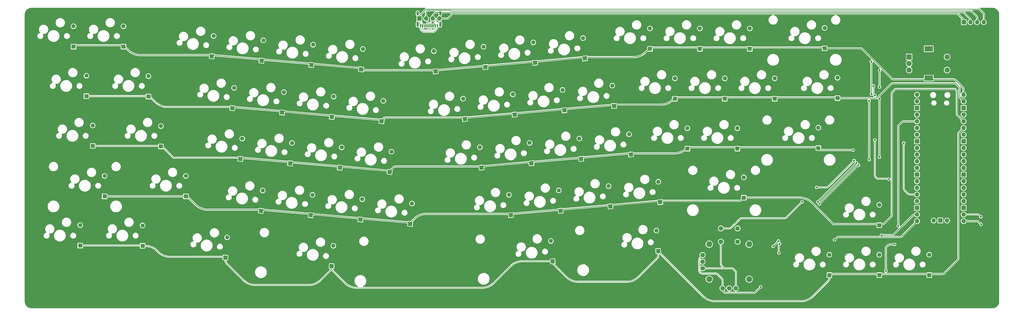
<source format=gbr>
%TF.GenerationSoftware,KiCad,Pcbnew,7.0.6*%
%TF.CreationDate,2023-09-01T00:55:25-07:00*%
%TF.ProjectId,alicida,616c6963-6964-4612-9e6b-696361645f70,rev?*%
%TF.SameCoordinates,Original*%
%TF.FileFunction,Copper,L1,Top*%
%TF.FilePolarity,Positive*%
%FSLAX46Y46*%
G04 Gerber Fmt 4.6, Leading zero omitted, Abs format (unit mm)*
G04 Created by KiCad (PCBNEW 7.0.6) date 2023-09-01 00:55:25*
%MOMM*%
%LPD*%
G01*
G04 APERTURE LIST*
G04 Aperture macros list*
%AMRotRect*
0 Rectangle, with rotation*
0 The origin of the aperture is its center*
0 $1 length*
0 $2 width*
0 $3 Rotation angle, in degrees counterclockwise*
0 Add horizontal line*
21,1,$1,$2,0,0,$3*%
G04 Aperture macros list end*
%TA.AperFunction,ComponentPad*%
%ADD10RotRect,1.600000X1.600000X275.000000*%
%TD*%
%TA.AperFunction,ComponentPad*%
%ADD11C,1.600000*%
%TD*%
%TA.AperFunction,ComponentPad*%
%ADD12RotRect,1.600000X1.600000X265.000000*%
%TD*%
%TA.AperFunction,ComponentPad*%
%ADD13R,1.600000X1.600000*%
%TD*%
%TA.AperFunction,ComponentPad*%
%ADD14R,1.700000X1.700000*%
%TD*%
%TA.AperFunction,ComponentPad*%
%ADD15O,1.700000X1.700000*%
%TD*%
%TA.AperFunction,ComponentPad*%
%ADD16C,1.778000*%
%TD*%
%TA.AperFunction,ComponentPad*%
%ADD17C,2.286000*%
%TD*%
%TA.AperFunction,SMDPad,CuDef*%
%ADD18R,0.600000X1.160000*%
%TD*%
%TA.AperFunction,SMDPad,CuDef*%
%ADD19R,0.300000X1.160000*%
%TD*%
%TA.AperFunction,ComponentPad*%
%ADD20O,0.900000X2.000000*%
%TD*%
%TA.AperFunction,ComponentPad*%
%ADD21O,0.900000X1.700000*%
%TD*%
%TA.AperFunction,ComponentPad*%
%ADD22R,2.000000X2.000000*%
%TD*%
%TA.AperFunction,ComponentPad*%
%ADD23C,2.000000*%
%TD*%
%TA.AperFunction,ComponentPad*%
%ADD24R,3.200000X2.000000*%
%TD*%
%TA.AperFunction,ComponentPad*%
%ADD25RotRect,1.600000X1.600000X95.000000*%
%TD*%
%TA.AperFunction,ComponentPad*%
%ADD26RotRect,1.600000X1.600000X85.000000*%
%TD*%
%TA.AperFunction,ViaPad*%
%ADD27C,0.800000*%
%TD*%
%TA.AperFunction,Conductor*%
%ADD28C,0.250000*%
%TD*%
%TA.AperFunction,Conductor*%
%ADD29C,0.200000*%
%TD*%
G04 APERTURE END LIST*
D10*
%TO.P,K_DOT,1*%
%TO.N,N/C*%
X276600352Y-177632380D03*
D11*
%TO.P,K_DOT,2*%
X275920537Y-169862061D03*
%TD*%
D10*
%TO.P,K_I,1*%
%TO.N,N/C*%
X240069077Y-142582917D03*
D11*
%TO.P,K_I,2*%
X239389262Y-134812598D03*
%TD*%
D12*
%TO.P,K_S,1*%
%TO.N,N/C*%
X116500894Y-161174494D03*
D11*
%TO.P,K_S,2*%
X117180709Y-153404175D03*
%TD*%
D13*
%TO.P,K_`,1*%
%TO.N,N/C*%
X52825925Y-118293103D03*
D11*
%TO.P,K_`,2*%
X52825925Y-110493103D03*
%TD*%
D13*
%TO.P,K_CBRAC,1*%
%TO.N,N/C*%
X301289125Y-138172709D03*
D11*
%TO.P,K_CBRAC,2*%
X301289125Y-130372709D03*
%TD*%
D12*
%TO.P,K_V,1*%
%TO.N,N/C*%
X162284349Y-184302795D03*
D11*
%TO.P,K_V,2*%
X162964164Y-176532476D03*
%TD*%
D13*
%TO.P,K_UP,1*%
%TO.N,N/C*%
X360221625Y-186482709D03*
D11*
%TO.P,K_UP,2*%
X360221625Y-178682709D03*
%TD*%
D13*
%TO.P,K_Z,1*%
%TO.N,N/C*%
X95688425Y-175443103D03*
D11*
%TO.P,K_Z,2*%
X95688425Y-167643103D03*
%TD*%
D10*
%TO.P,K_H,1*%
%TO.N,N/C*%
X208518752Y-164465980D03*
D11*
%TO.P,K_H,2*%
X207838937Y-156695661D03*
%TD*%
D10*
%TO.P,K_9,1*%
%TO.N,N/C*%
X247897515Y-122775249D03*
D11*
%TO.P,K_9,2*%
X247217700Y-115004930D03*
%TD*%
D13*
%TO.P,K_DOWN,1*%
%TO.N,N/C*%
X360221625Y-205532709D03*
D11*
%TO.P,K_DOWN,2*%
X360221625Y-197732709D03*
%TD*%
D10*
%TO.P,K_L,1*%
%TO.N,N/C*%
X265451280Y-159485029D03*
D11*
%TO.P,K_L,2*%
X264771465Y-151714710D03*
%TD*%
D10*
%TO.P,K_Y,1*%
%TO.N,N/C*%
X202114059Y-145903550D03*
D11*
%TO.P,K_Y,2*%
X201434244Y-138133231D03*
%TD*%
D13*
%TO.P,K_0,1*%
%TO.N,N/C*%
X272714125Y-119122709D03*
D11*
%TO.P,K_0,2*%
X272714125Y-111322709D03*
%TD*%
D13*
%TO.P,K_LEFT,1*%
%TO.N,N/C*%
X341171625Y-205532709D03*
D11*
%TO.P,K_LEFT,2*%
X341171625Y-197732709D03*
%TD*%
D13*
%TO.P,K_1,1*%
%TO.N,N/C*%
X71875925Y-118293103D03*
D11*
%TO.P,K_1,2*%
X71875925Y-110493103D03*
%TD*%
D12*
%TO.P,K_F,1*%
%TO.N,N/C*%
X154455912Y-164495128D03*
D11*
%TO.P,K_F,2*%
X155135727Y-156724809D03*
%TD*%
D12*
%TO.P,K_D,1*%
%TO.N,N/C*%
X135478403Y-162834811D03*
D11*
%TO.P,K_D,2*%
X136158218Y-155064492D03*
%TD*%
D12*
%TO.P,K_G,1*%
%TO.N,N/C*%
X173433421Y-166155444D03*
D11*
%TO.P,K_G,2*%
X174113236Y-158385125D03*
%TD*%
D10*
%TO.P,K_U,1*%
%TO.N,N/C*%
X221091568Y-144243234D03*
D11*
%TO.P,K_U,2*%
X220411753Y-136472915D03*
%TD*%
D13*
%TO.P,K_A,1*%
%TO.N,N/C*%
X86163425Y-156393103D03*
D11*
%TO.P,K_A,2*%
X86163425Y-148593103D03*
%TD*%
D14*
%TO.P,REF\u002A\u002A,1*%
%TO.N,N/C*%
X184767347Y-107533966D03*
D15*
%TO.P,REF\u002A\u002A,2*%
X187307347Y-107533966D03*
%TO.P,REF\u002A\u002A,3*%
X189847347Y-107533966D03*
%TO.P,REF\u002A\u002A,4*%
X192387347Y-107533966D03*
%TD*%
D13*
%TO.P,K_MINUS,1*%
%TO.N,N/C*%
X291764125Y-119122709D03*
D11*
%TO.P,K_MINUS,2*%
X291764125Y-111322709D03*
%TD*%
D16*
%TO.P,REF\u002A\u002A,B1A*%
%TO.N,N/C*%
X299796625Y-187682709D03*
%TO.P,REF\u002A\u002A,B1B*%
X306146625Y-187682709D03*
%TO.P,REF\u002A\u002A,B2A*%
X299796625Y-192762709D03*
%TO.P,REF\u002A\u002A,B2B*%
X306146625Y-192762709D03*
%TO.P,REF\u002A\u002A,H1*%
X300431625Y-210542709D03*
%TO.P,REF\u002A\u002A,H2*%
X302971625Y-210542709D03*
%TO.P,REF\u002A\u002A,H3*%
X305511625Y-210542709D03*
D17*
%TO.P,REF\u002A\u002A,S1*%
X295351625Y-193715209D03*
%TO.P,REF\u002A\u002A,S2*%
X295351625Y-207050209D03*
%TO.P,REF\u002A\u002A,S3*%
X310591625Y-207050209D03*
%TO.P,REF\u002A\u002A,S4*%
X310591625Y-193715209D03*
D16*
%TO.P,REF\u002A\u002A,V1*%
X292811625Y-197842709D03*
%TO.P,REF\u002A\u002A,V2*%
X292811625Y-200382709D03*
%TO.P,REF\u002A\u002A,V3*%
X292811625Y-202922709D03*
%TD*%
D13*
%TO.P,K_P,1*%
%TO.N,N/C*%
X282239125Y-138172709D03*
D11*
%TO.P,K_P,2*%
X282239125Y-130372709D03*
%TD*%
D12*
%TO.P,K_W,1*%
%TO.N,N/C*%
X113416834Y-141781906D03*
D11*
%TO.P,K_W,2*%
X114096649Y-134011587D03*
%TD*%
D12*
%TO.P,K_2,1*%
%TO.N,N/C*%
X105588396Y-121974239D03*
D11*
%TO.P,K_2,2*%
X106268211Y-114203920D03*
%TD*%
D12*
%TO.P,K_B,1*%
%TO.N,N/C*%
X181261858Y-185963112D03*
D11*
%TO.P,K_B,2*%
X181941673Y-178192793D03*
%TD*%
D12*
%TO.P,K_3,1*%
%TO.N,N/C*%
X124565906Y-123634555D03*
D11*
%TO.P,K_3,2*%
X125245721Y-115864236D03*
%TD*%
D10*
%TO.P,K_M,1*%
%TO.N,N/C*%
X238645333Y-180953014D03*
D11*
%TO.P,K_M,2*%
X237965518Y-173182695D03*
%TD*%
D10*
%TO.P,K_8,1*%
%TO.N,N/C*%
X228920006Y-124435566D03*
D11*
%TO.P,K_8,2*%
X228240191Y-116665247D03*
%TD*%
D13*
%TO.P,K_SEMIC,1*%
%TO.N,N/C*%
X287001625Y-157222709D03*
D11*
%TO.P,K_SEMIC,2*%
X287001625Y-149422709D03*
%TD*%
D18*
%TO.P,REF\u002A\u002A,A1*%
%TO.N,N/C*%
X191619270Y-110325360D03*
%TO.P,REF\u002A\u002A,A4*%
X190819270Y-110325360D03*
D19*
%TO.P,REF\u002A\u002A,A5*%
X189669270Y-110325360D03*
%TO.P,REF\u002A\u002A,A6*%
X188669270Y-110325360D03*
%TO.P,REF\u002A\u002A,A7*%
X188169270Y-110325360D03*
%TO.P,REF\u002A\u002A,A8*%
X187169270Y-110325360D03*
D18*
%TO.P,REF\u002A\u002A,A9*%
X186019270Y-110325360D03*
%TO.P,REF\u002A\u002A,A12*%
X185219270Y-110325360D03*
%TO.P,REF\u002A\u002A,B1*%
X185219270Y-110325360D03*
%TO.P,REF\u002A\u002A,B4*%
X186019270Y-110325360D03*
D19*
%TO.P,REF\u002A\u002A,B5*%
X186669270Y-110325360D03*
%TO.P,REF\u002A\u002A,B6*%
X187669270Y-110325360D03*
%TO.P,REF\u002A\u002A,B7*%
X189169270Y-110325360D03*
%TO.P,REF\u002A\u002A,B8*%
X190169270Y-110325360D03*
D18*
%TO.P,REF\u002A\u002A,B9*%
X190819270Y-110325360D03*
%TO.P,REF\u002A\u002A,B12*%
X191619270Y-110325360D03*
D20*
%TO.P,REF\u002A\u002A,S1*%
X192739270Y-109745360D03*
D21*
X192739270Y-105575360D03*
D20*
X184099270Y-109745360D03*
D21*
X184099270Y-105575360D03*
%TD*%
D10*
%TO.P,K_COMMA,1*%
%TO.N,N/C*%
X257622843Y-179292697D03*
D11*
%TO.P,K_COMMA,2*%
X256943028Y-171522378D03*
%TD*%
D10*
%TO.P,K_O,1*%
%TO.N,N/C*%
X259046586Y-140922600D03*
D11*
%TO.P,K_O,2*%
X258366771Y-133152281D03*
%TD*%
D10*
%TO.P,K_7,1*%
%TO.N,N/C*%
X209942496Y-126095883D03*
D11*
%TO.P,K_7,2*%
X209262681Y-118325564D03*
%TD*%
D14*
%TO.P,REF\u002A\u002A,1*%
%TO.N,N/C*%
X392443344Y-108936160D03*
D15*
%TO.P,REF\u002A\u002A,2*%
X394983344Y-108936160D03*
%TO.P,REF\u002A\u002A,3*%
X397523344Y-108936160D03*
%TO.P,REF\u002A\u002A,4*%
X400063344Y-108936160D03*
%TD*%
D10*
%TO.P,K_K,1*%
%TO.N,N/C*%
X246473770Y-161145346D03*
D11*
%TO.P,K_K,2*%
X245793955Y-153375027D03*
%TD*%
D12*
%TO.P,K_E,1*%
%TO.N,N/C*%
X132394342Y-143442222D03*
D11*
%TO.P,K_E,2*%
X133074157Y-135671903D03*
%TD*%
D13*
%TO.P,K_OBRAC,1*%
%TO.N,N/C*%
X320339125Y-138172709D03*
D11*
%TO.P,K_OBRAC,2*%
X320339125Y-130372709D03*
%TD*%
D10*
%TO.P,K_J,1*%
%TO.N,N/C*%
X227496262Y-162805662D03*
D11*
%TO.P,K_J,2*%
X226816447Y-155035343D03*
%TD*%
D12*
%TO.P,K_5,1*%
%TO.N,N/C*%
X162520924Y-126955189D03*
D11*
%TO.P,K_5,2*%
X163200739Y-119184870D03*
%TD*%
D12*
%TO.P,K_R,1*%
%TO.N,N/C*%
X151371851Y-145102539D03*
D11*
%TO.P,K_R,2*%
X152051666Y-137332220D03*
%TD*%
D13*
%TO.P,K_QUOTE,1*%
%TO.N,N/C*%
X306051625Y-157222709D03*
D11*
%TO.P,K_QUOTE,2*%
X306051625Y-149422709D03*
%TD*%
D10*
%TO.P,K_6,1*%
%TO.N,N/C*%
X190964987Y-127756200D03*
D11*
%TO.P,K_6,2*%
X190285172Y-119985881D03*
%TD*%
D10*
%TO.P,K_N,1*%
%TO.N,N/C*%
X219667824Y-182613330D03*
D11*
%TO.P,K_N,2*%
X218988009Y-174843011D03*
%TD*%
D12*
%TO.P,K_X,1*%
%TO.N,N/C*%
X124329332Y-180982161D03*
D11*
%TO.P,K_X,2*%
X125009147Y-173211842D03*
%TD*%
D13*
%TO.P,K_EQUAL,1*%
%TO.N,N/C*%
X310814125Y-119122709D03*
D11*
%TO.P,K_EQUAL,2*%
X310814125Y-111322709D03*
%TD*%
D22*
%TO.P,REF\u002A\u002A,A*%
%TO.N,N/C*%
X371600533Y-122207056D03*
D23*
%TO.P,REF\u002A\u002A,B*%
X371600533Y-127207056D03*
%TO.P,REF\u002A\u002A,C*%
X371600533Y-124707056D03*
D24*
%TO.P,REF\u002A\u002A,MP*%
X379100533Y-119107056D03*
X379100533Y-130307056D03*
D23*
%TO.P,REF\u002A\u002A,S1*%
X386100533Y-127207056D03*
%TO.P,REF\u002A\u002A,S2*%
X386100533Y-122207056D03*
%TD*%
D12*
%TO.P,K_C,1*%
%TO.N,N/C*%
X143306841Y-182642478D03*
D11*
%TO.P,K_C,2*%
X143986656Y-174872159D03*
%TD*%
D13*
%TO.P,K_RIGHT,1*%
%TO.N,N/C*%
X379271625Y-205532709D03*
D11*
%TO.P,K_RIGHT,2*%
X379271625Y-197732709D03*
%TD*%
D13*
%TO.P,K_Q,1*%
%TO.N,N/C*%
X81400925Y-137343103D03*
D11*
%TO.P,K_Q,2*%
X81400925Y-129543103D03*
%TD*%
D12*
%TO.P,K_T,1*%
%TO.N,N/C*%
X170349361Y-146762856D03*
D11*
%TO.P,K_T,2*%
X171029176Y-138992537D03*
%TD*%
D12*
%TO.P,K_4,1*%
%TO.N,N/C*%
X143543415Y-125294872D03*
D11*
%TO.P,K_4,2*%
X144223230Y-117524553D03*
%TD*%
D13*
%TO.P,REF\u002A\u002A,1*%
%TO.N,N/C*%
X55389907Y-194228312D03*
D11*
%TO.P,REF\u002A\u002A,2*%
X55389907Y-186428312D03*
%TD*%
D13*
%TO.P,REF\u002A\u002A,1*%
%TO.N,N/C*%
X336971862Y-157018376D03*
D11*
%TO.P,REF\u002A\u002A,2*%
X336971862Y-149218376D03*
%TD*%
D15*
%TO.P,REF\u002A\u002A,1*%
%TO.N,N/C*%
X392374586Y-136636081D03*
%TO.P,REF\u002A\u002A,2*%
X392374586Y-139176081D03*
D14*
%TO.P,REF\u002A\u002A,3*%
X392374586Y-141716081D03*
D15*
%TO.P,REF\u002A\u002A,4*%
X392374586Y-144256081D03*
%TO.P,REF\u002A\u002A,5*%
X392374586Y-146796081D03*
%TO.P,REF\u002A\u002A,6*%
X392374586Y-149336081D03*
%TO.P,REF\u002A\u002A,7*%
X392374586Y-151876081D03*
D14*
%TO.P,REF\u002A\u002A,8*%
X392374586Y-154416081D03*
D15*
%TO.P,REF\u002A\u002A,9*%
X392374586Y-156956081D03*
%TO.P,REF\u002A\u002A,10*%
X392374586Y-159496081D03*
%TO.P,REF\u002A\u002A,11*%
X392374586Y-162036081D03*
%TO.P,REF\u002A\u002A,12*%
X392374586Y-164576081D03*
D14*
%TO.P,REF\u002A\u002A,13*%
X392374586Y-167116081D03*
D15*
%TO.P,REF\u002A\u002A,14*%
X392374586Y-169656081D03*
%TO.P,REF\u002A\u002A,15*%
X392374586Y-172196081D03*
%TO.P,REF\u002A\u002A,16*%
X392374586Y-174736081D03*
%TO.P,REF\u002A\u002A,17*%
X392374586Y-177276081D03*
D14*
%TO.P,REF\u002A\u002A,18*%
X392374586Y-179816081D03*
D15*
%TO.P,REF\u002A\u002A,19*%
X392374586Y-182356081D03*
%TO.P,REF\u002A\u002A,20*%
X392374586Y-184896081D03*
%TO.P,REF\u002A\u002A,21*%
X374594586Y-184896081D03*
%TO.P,REF\u002A\u002A,22*%
X374594586Y-182356081D03*
D14*
%TO.P,REF\u002A\u002A,23*%
X374594586Y-179816081D03*
D15*
%TO.P,REF\u002A\u002A,24*%
X374594586Y-177276081D03*
%TO.P,REF\u002A\u002A,25*%
X374594586Y-174736081D03*
%TO.P,REF\u002A\u002A,26*%
X374594586Y-172196081D03*
%TO.P,REF\u002A\u002A,27*%
X374594586Y-169656081D03*
D14*
%TO.P,REF\u002A\u002A,28*%
X374594586Y-167116081D03*
D15*
%TO.P,REF\u002A\u002A,29*%
X374594586Y-164576081D03*
%TO.P,REF\u002A\u002A,30*%
X374594586Y-162036081D03*
%TO.P,REF\u002A\u002A,31*%
X374594586Y-159496081D03*
%TO.P,REF\u002A\u002A,32*%
X374594586Y-156956081D03*
D14*
%TO.P,REF\u002A\u002A,33*%
X374594586Y-154416081D03*
D15*
%TO.P,REF\u002A\u002A,34*%
X374594586Y-151876081D03*
%TO.P,REF\u002A\u002A,35*%
X374594586Y-149336081D03*
%TO.P,REF\u002A\u002A,36*%
X374594586Y-146796081D03*
%TO.P,REF\u002A\u002A,37*%
X374594586Y-144256081D03*
D14*
%TO.P,REF\u002A\u002A,38*%
X374594586Y-141716081D03*
D15*
%TO.P,REF\u002A\u002A,39*%
X374594586Y-139176081D03*
%TO.P,REF\u002A\u002A,40*%
X374594586Y-136636081D03*
%TO.P,REF\u002A\u002A,41*%
X386024586Y-184666081D03*
D14*
%TO.P,REF\u002A\u002A,42*%
X383484586Y-184666081D03*
D15*
%TO.P,REF\u002A\u002A,43*%
X380944586Y-184666081D03*
%TD*%
D13*
%TO.P,REF\u002A\u002A,1*%
%TO.N,N/C*%
X344279441Y-137939383D03*
D11*
%TO.P,REF\u002A\u002A,2*%
X344279441Y-130139383D03*
%TD*%
D13*
%TO.P,REF\u002A\u002A,1*%
%TO.N,N/C*%
X57765201Y-137186245D03*
D11*
%TO.P,REF\u002A\u002A,2*%
X57765201Y-129386245D03*
%TD*%
D13*
%TO.P,REF\u002A\u002A,1*%
%TO.N,N/C*%
X308530006Y-175981964D03*
D11*
%TO.P,REF\u002A\u002A,2*%
X308530006Y-168181964D03*
%TD*%
D13*
%TO.P,REF\u002A\u002A,1*%
%TO.N,N/C*%
X60159656Y-156180666D03*
D11*
%TO.P,REF\u002A\u002A,2*%
X60159656Y-148380666D03*
%TD*%
D25*
%TO.P,REF\u002A\u002A,1*%
%TO.N,N/C*%
X235608996Y-200233095D03*
D11*
%TO.P,REF\u002A\u002A,2*%
X234929182Y-192462776D03*
%TD*%
D13*
%TO.P,REF\u002A\u002A,1*%
%TO.N,N/C*%
X79175880Y-194355170D03*
D11*
%TO.P,REF\u002A\u002A,2*%
X79175880Y-186555170D03*
%TD*%
D13*
%TO.P,REF\u002A\u002A,1*%
%TO.N,N/C*%
X64697617Y-175431183D03*
D11*
%TO.P,REF\u002A\u002A,2*%
X64697617Y-167631183D03*
%TD*%
D13*
%TO.P,REF\u002A\u002A,1*%
%TO.N,N/C*%
X339366058Y-118927342D03*
D11*
%TO.P,REF\u002A\u002A,2*%
X339366058Y-111127342D03*
%TD*%
D26*
%TO.P,REF\u002A\u002A,1*%
%TO.N,N/C*%
X151282550Y-202074476D03*
D11*
%TO.P,REF\u002A\u002A,2*%
X151962365Y-194304157D03*
%TD*%
D26*
%TO.P,REF\u002A\u002A,1*%
%TO.N,N/C*%
X110760767Y-198854267D03*
D11*
%TO.P,REF\u002A\u002A,2*%
X111440582Y-191083948D03*
%TD*%
D25*
%TO.P,REF\u002A\u002A,1*%
%TO.N,N/C*%
X275889386Y-196280841D03*
D11*
%TO.P,REF\u002A\u002A,2*%
X275209572Y-188510522D03*
%TD*%
D27*
%TO.N,*%
X336774753Y-177540558D03*
X357235453Y-136418681D03*
X369543968Y-155137418D03*
X356369006Y-161455144D03*
X362747114Y-203904752D03*
X361043594Y-190285388D03*
X321760634Y-192477083D03*
X319729208Y-194539001D03*
X352282073Y-163565771D03*
X366057720Y-193796674D03*
X314973461Y-210013711D03*
X358526315Y-136902112D03*
X360316524Y-133716512D03*
X321919677Y-197044947D03*
X343139882Y-192067141D03*
X330756420Y-177561605D03*
X350285658Y-157747448D03*
X358018826Y-133301999D03*
X399054800Y-186121303D03*
X357177977Y-124021148D03*
X367454863Y-186661533D03*
X356338831Y-138970607D03*
X360257613Y-160444200D03*
X351517298Y-162694556D03*
X336308583Y-172009442D03*
X337366620Y-178304004D03*
X398984977Y-183231336D03*
X322195561Y-193602148D03*
X350595351Y-161826446D03*
X358521844Y-153920697D03*
X360347177Y-127306043D03*
X363826860Y-168875901D03*
X360270543Y-138130654D03*
%TD*%
D28*
%TO.N,*%
X351517298Y-162694556D02*
X336774753Y-177437101D01*
D29*
X188169270Y-110325360D02*
X188169270Y-111262679D01*
D28*
X337700934Y-157747448D02*
X336971862Y-157018376D01*
X196446239Y-104390431D02*
X196680000Y-104624192D01*
D29*
X363671676Y-168720717D02*
X363826860Y-168875901D01*
D28*
X362701133Y-195015161D02*
X362701133Y-203858771D01*
X344159441Y-137939383D02*
X358822602Y-137939383D01*
X336774753Y-177437101D02*
X336774753Y-177540558D01*
D29*
X57645201Y-137186245D02*
X81147783Y-137186245D01*
D28*
X190992886Y-127271926D02*
X163947353Y-127271926D01*
X73775116Y-119642294D02*
X71945925Y-117813103D01*
X185139322Y-106102281D02*
X187028266Y-104213336D01*
X308410006Y-175981964D02*
X330023331Y-175981964D01*
D29*
X358893819Y-168081119D02*
X359533417Y-168720717D01*
X186437498Y-111911367D02*
X190223239Y-111911367D01*
D28*
X197425434Y-105722441D02*
X389642804Y-105722441D01*
D29*
X190566580Y-110072670D02*
X190566580Y-108656487D01*
D28*
X390425661Y-152103001D02*
X390425661Y-198908283D01*
X265479179Y-159000755D02*
X282183323Y-159000755D01*
X399054800Y-186121303D02*
X398201552Y-185268055D01*
X366291219Y-134488472D02*
X389185270Y-134488472D01*
X189847347Y-107533966D02*
X189847347Y-106299170D01*
X362701133Y-203858771D02*
X362747114Y-203904752D01*
D29*
X84672510Y-196215042D02*
X85134046Y-196676578D01*
X358018826Y-133301999D02*
X358018826Y-136394623D01*
D28*
X319729208Y-194539001D02*
X320741201Y-193527008D01*
D29*
X186019270Y-111493139D02*
X186437498Y-111911367D01*
X85965862Y-156180666D02*
X86233425Y-155913103D01*
D28*
X357235453Y-124078624D02*
X357177977Y-124021148D01*
D29*
X235428107Y-200218746D02*
X235428107Y-200795648D01*
D28*
X272784125Y-118642709D02*
X338961425Y-118642709D01*
X374594586Y-146796081D02*
X369662315Y-146796081D01*
D29*
X151308087Y-203416352D02*
X151308087Y-202401697D01*
X358018826Y-136394623D02*
X358526315Y-136902112D01*
X185219270Y-110325360D02*
X185219270Y-109884787D01*
X187863143Y-109178634D02*
X187863143Y-108089762D01*
X292835052Y-204908683D02*
X297706980Y-204908683D01*
X185219270Y-109884787D02*
X184970660Y-109636177D01*
D28*
X365886162Y-130764039D02*
X388486792Y-130764039D01*
X281423380Y-138578454D02*
X282309125Y-137692709D01*
D29*
X305800425Y-185309345D02*
X306934318Y-184175452D01*
D28*
X390425661Y-151285006D02*
X390425661Y-152103001D01*
D29*
X268335654Y-206173692D02*
X275507247Y-199002099D01*
D28*
X366057720Y-193796674D02*
X364445671Y-193796674D01*
D29*
X298605006Y-205280658D02*
X300059651Y-206735303D01*
D28*
X353895389Y-119299317D02*
X364988137Y-130392065D01*
X95290345Y-175431183D02*
X95758425Y-174963103D01*
X395708869Y-104996514D02*
X397246279Y-106533924D01*
D29*
X187863143Y-108089762D02*
X187307347Y-107533966D01*
X186718321Y-112662385D02*
X189840883Y-112662385D01*
D28*
X400158253Y-106202614D02*
X400158253Y-108841251D01*
D29*
X110842738Y-198536450D02*
X110842738Y-200123519D01*
D28*
X343912767Y-137692709D02*
X344159441Y-137939383D01*
X342784378Y-186112755D02*
X342894424Y-186002709D01*
D29*
X91094202Y-160773880D02*
X91415771Y-160773880D01*
D28*
X373890104Y-182356081D02*
X374594586Y-182356081D01*
X363547645Y-194168649D02*
X362701133Y-195015161D01*
X343139882Y-192067141D02*
X343905929Y-191301094D01*
X208546651Y-163981706D02*
X265479179Y-159000754D01*
X321919677Y-193878032D02*
X322195561Y-193602148D01*
X190992885Y-127271926D02*
X247925413Y-122290975D01*
X360316524Y-133716512D02*
X360316524Y-127336696D01*
D29*
X369543968Y-155137418D02*
X369543968Y-172250692D01*
X189036246Y-111401032D02*
X189169270Y-111268008D01*
X330342408Y-215480997D02*
X297549511Y-215480997D01*
X300168600Y-202003961D02*
X301087348Y-202922709D01*
X397583671Y-182356081D02*
X392374586Y-182356081D01*
X185219270Y-110325360D02*
X185219270Y-111689385D01*
D28*
X247925414Y-122290975D02*
X266505603Y-122290975D01*
D29*
X187863143Y-109178634D02*
X188414911Y-109178634D01*
X184970660Y-107737279D02*
X184767347Y-107533966D01*
D28*
X184767347Y-107533966D02*
X184767347Y-107000307D01*
X360291625Y-186002709D02*
X361388278Y-186002709D01*
D29*
X191129843Y-108093224D02*
X191325261Y-107897806D01*
X111214713Y-201021545D02*
X117576972Y-207383804D01*
D28*
X390540830Y-106094416D02*
X392166279Y-107719865D01*
D29*
X79055880Y-194355170D02*
X80182382Y-194355170D01*
X188169270Y-111262679D02*
X188307623Y-111401032D01*
D28*
X287071625Y-156742709D02*
X336576195Y-156742709D01*
D29*
X189169270Y-110325360D02*
X189169270Y-108212043D01*
D28*
X184861924Y-106513432D02*
X184952562Y-106335550D01*
X397618253Y-107431949D02*
X397618253Y-108841251D01*
X314973461Y-210013711D02*
X313075859Y-211911313D01*
X365382921Y-135396770D02*
X366291219Y-134488472D01*
X360257613Y-138143584D02*
X360270543Y-138130654D01*
X390053686Y-199806309D02*
X385179260Y-204680735D01*
X286673451Y-157140883D02*
X287071625Y-156742709D01*
D29*
X219560143Y-202078618D02*
X213146480Y-208492281D01*
D28*
X187307347Y-104941571D02*
X187858487Y-104390431D01*
X182875537Y-183988928D02*
X181373426Y-185491039D01*
X184769000Y-106900486D02*
X184800230Y-106703302D01*
D29*
X358521844Y-153920697D02*
X358521844Y-167183093D01*
X304682477Y-203294684D02*
X305511625Y-204123832D01*
X341241625Y-205052709D02*
X341241625Y-206685985D01*
D28*
X336576195Y-156742709D02*
X336851862Y-157018376D01*
X400158253Y-108841251D02*
X400063344Y-108936160D01*
X352104853Y-163565771D02*
X337366620Y-178304004D01*
D29*
X340869650Y-207584011D02*
X334832536Y-213621125D01*
D28*
X357235453Y-136418681D02*
X357235453Y-124078624D01*
X202141958Y-145419276D02*
X171858487Y-145419276D01*
D29*
X324852037Y-183431503D02*
X330721935Y-177561605D01*
X150905687Y-202804097D02*
X151308087Y-202401697D01*
X305511625Y-204123832D02*
X305511625Y-210542709D01*
D28*
X64577617Y-175431183D02*
X95290345Y-175431183D01*
X392374586Y-136636081D02*
X392374586Y-134651833D01*
X365434746Y-190285388D02*
X365492221Y-190227913D01*
D29*
X301087348Y-202922709D02*
X303784451Y-202922709D01*
D28*
X276628251Y-177148106D02*
X306717813Y-177148106D01*
D29*
X190223239Y-111911367D02*
X190819270Y-111315336D01*
D28*
X124440900Y-180510089D02*
X181373426Y-185491039D01*
X367454863Y-148477482D02*
X367454863Y-186661533D01*
D29*
X78929022Y-194228312D02*
X79055880Y-194355170D01*
D28*
X116612463Y-160702421D02*
X173544990Y-165683372D01*
X95758425Y-174963103D02*
X99445538Y-178650216D01*
D29*
X299796625Y-187682709D02*
X302747437Y-187682709D01*
D28*
X356369006Y-139000782D02*
X356338831Y-138970607D01*
X389185270Y-134488472D02*
X389840494Y-135143696D01*
D29*
X303799036Y-187310734D02*
X305800425Y-185309345D01*
D28*
X365492221Y-190227913D02*
X372992079Y-182728055D01*
X384281235Y-205052709D02*
X379341625Y-205052709D01*
D29*
X86233425Y-155913103D02*
X91094202Y-160773880D01*
D28*
X392374586Y-184896081D02*
X392303642Y-184967025D01*
D29*
X186019270Y-110325360D02*
X186019270Y-111493139D01*
X292811625Y-202922709D02*
X301087348Y-202922709D01*
D28*
X397303527Y-184896081D02*
X392374586Y-184896081D01*
X392002611Y-133753807D02*
X389384817Y-131136013D01*
X195613909Y-107533966D02*
X197425434Y-105722441D01*
D29*
X187669270Y-109372507D02*
X187863143Y-109178634D01*
D28*
X196635478Y-103909501D02*
X397865140Y-103909501D01*
X320741201Y-193496516D02*
X321760634Y-192477083D01*
D29*
X330721935Y-177561605D02*
X330756420Y-177561605D01*
D28*
X191689101Y-107533966D02*
X191129843Y-108093224D01*
X219695723Y-182129056D02*
X187365665Y-182129056D01*
X389840494Y-143735938D02*
X389840494Y-141809084D01*
D29*
X55269907Y-194228312D02*
X78929022Y-194228312D01*
D28*
X174874679Y-164353681D02*
X173544989Y-165683371D01*
X196676134Y-104624539D02*
X394810843Y-104624539D01*
X334513459Y-177841836D02*
X342784378Y-186112755D01*
D29*
X350595351Y-161826446D02*
X340784329Y-171637467D01*
X91415771Y-160773880D02*
X91487230Y-160702421D01*
X291527001Y-199653384D02*
X291527001Y-203600632D01*
X208656352Y-210352153D02*
X160874144Y-210352153D01*
D28*
X190943510Y-105203007D02*
X391970574Y-105203007D01*
X312177834Y-212283287D02*
X301767823Y-212283287D01*
X185069911Y-106174039D02*
X185139322Y-106102281D01*
D29*
X188414911Y-109178634D02*
X188669270Y-109432993D01*
D28*
X392374586Y-149336081D02*
X390425661Y-151285006D01*
D29*
X91487230Y-160702421D02*
X116612462Y-160702421D01*
D28*
X392374586Y-139176081D02*
X391221169Y-138022664D01*
D29*
X190738909Y-112290410D02*
X190875321Y-112153998D01*
D28*
X196639344Y-103909154D02*
X196637012Y-103911486D01*
X368933522Y-190557145D02*
X374594586Y-184896081D01*
X187858487Y-104390431D02*
X196446239Y-104390431D01*
X365010946Y-182380041D02*
X365010946Y-136294796D01*
X338961425Y-118642709D02*
X339246058Y-118927342D01*
X359720628Y-137567408D02*
X364638972Y-132649064D01*
D29*
X122067100Y-209243676D02*
X142638155Y-209243676D01*
X191619270Y-110357947D02*
X191619270Y-110325360D01*
D28*
X390849195Y-137124639D02*
X390849195Y-134316192D01*
D29*
X60039656Y-156180666D02*
X85965862Y-156180666D01*
X147128283Y-207383804D02*
X150905687Y-203606400D01*
D28*
X192387347Y-107533966D02*
X191689101Y-107533966D01*
D29*
X235428107Y-200218746D02*
X224050271Y-200218746D01*
D28*
X321919677Y-197044947D02*
X321919677Y-193878032D01*
D29*
X185219270Y-111689385D02*
X185820296Y-112290411D01*
X189169270Y-108212043D02*
X189847347Y-107533966D01*
X292811625Y-197842709D02*
X291898975Y-198755359D01*
X372029357Y-174736081D02*
X374594586Y-174736081D01*
X293059383Y-213621125D02*
X275879221Y-196440962D01*
D28*
X113528402Y-141309833D02*
X170460929Y-146290784D01*
D29*
X81470925Y-136863103D02*
X84057783Y-139449961D01*
D28*
X196637012Y-103911486D02*
X187330116Y-103911486D01*
X392868599Y-105574981D02*
X394706278Y-107412660D01*
X361043594Y-190285388D02*
X365434746Y-190285388D01*
X163049327Y-126899951D02*
X162632492Y-126483116D01*
X219695722Y-182129055D02*
X276628250Y-177148106D01*
D29*
X235428107Y-200795648D02*
X240806151Y-206173692D01*
D28*
X300869797Y-211911312D02*
X300431625Y-211473140D01*
D29*
X307832343Y-183803478D02*
X323954011Y-183803478D01*
D28*
X170960461Y-145791251D02*
X170460929Y-146290783D01*
X52895925Y-117813103D02*
X71945925Y-117813103D01*
X189847347Y-106299170D02*
X190943510Y-105203007D01*
D29*
X189169270Y-111268008D02*
X189169270Y-110325360D01*
X291898976Y-204498658D02*
X291937027Y-204536709D01*
D28*
X342894424Y-186002709D02*
X360291625Y-186002709D01*
D29*
X299796625Y-192762709D02*
X299796625Y-201105935D01*
D28*
X339246058Y-118927342D02*
X352997363Y-118927342D01*
D29*
X187669270Y-110325360D02*
X187669270Y-109372507D01*
D28*
X320741201Y-193527008D02*
X320741201Y-193496516D01*
X187028266Y-104213336D02*
X187290462Y-103951141D01*
X184800230Y-106703302D02*
X184861924Y-106513432D01*
D29*
X89624174Y-198536450D02*
X110842738Y-198536450D01*
X339886303Y-172009442D02*
X336308583Y-172009442D01*
X188669270Y-109432993D02*
X188669270Y-110325360D01*
X150905687Y-203606400D02*
X150905687Y-202804097D01*
D28*
X350285658Y-157747448D02*
X337700934Y-157747448D01*
X341241625Y-205052709D02*
X379341625Y-205052709D01*
X192387347Y-107533966D02*
X195613909Y-107533966D01*
X282309125Y-137692709D02*
X343912767Y-137692709D01*
D29*
X188307623Y-111401032D02*
X189036246Y-111401032D01*
X245296279Y-208033564D02*
X263845526Y-208033564D01*
D28*
X352282073Y-163565771D02*
X352104853Y-163565771D01*
X392374586Y-146796081D02*
X390212468Y-144633963D01*
X187330116Y-103911486D02*
X187028266Y-104213336D01*
X307615839Y-176776131D02*
X308410006Y-175981964D01*
X105699965Y-121502166D02*
X162632492Y-126483116D01*
X270995731Y-120431103D02*
X272784125Y-118642709D01*
D29*
X275879221Y-198104074D02*
X275879221Y-196440962D01*
X369915943Y-173148718D02*
X371131332Y-174364107D01*
D28*
X389840494Y-135143696D02*
X389840494Y-141809084D01*
X397618253Y-108841251D02*
X397523344Y-108936160D01*
X208546651Y-163981706D02*
X175772705Y-163981706D01*
D29*
X81147783Y-137186245D02*
X81470925Y-136863103D01*
D28*
X365536997Y-132277090D02*
X388810093Y-132277090D01*
D29*
X190819270Y-111315336D02*
X190819270Y-110325360D01*
D28*
X300431625Y-211473140D02*
X300431625Y-210542709D01*
X389708119Y-132649065D02*
X390477221Y-133418167D01*
D29*
X359533417Y-168720717D02*
X363671676Y-168720717D01*
D28*
X187307347Y-107533966D02*
X187307347Y-104941571D01*
X344803954Y-190929120D02*
X368035496Y-190929120D01*
X368764289Y-147168056D02*
X367454863Y-148477482D01*
X360257613Y-160444200D02*
X360257613Y-138143584D01*
X259074485Y-140438326D02*
X276933252Y-140438326D01*
X360316524Y-127336696D02*
X360347177Y-127306043D01*
D29*
X299796625Y-187682709D02*
X302901010Y-187682709D01*
D28*
X356369006Y-161455144D02*
X356369006Y-139000782D01*
D29*
X190566580Y-108656487D02*
X191129843Y-108093224D01*
D28*
X184767347Y-107000307D02*
X184769000Y-106900486D01*
X105699964Y-121502166D02*
X78265244Y-121502166D01*
D29*
X156384016Y-208492281D02*
X151308087Y-203416352D01*
D28*
X103935666Y-180510088D02*
X124440900Y-180510088D01*
D29*
X151013784Y-202050962D02*
X151308087Y-202401697D01*
X300431625Y-207633328D02*
X300431625Y-210542709D01*
D28*
X202141958Y-145419275D02*
X259074485Y-140438325D01*
D29*
X398984977Y-183231336D02*
X398481696Y-182728055D01*
X190819270Y-110325360D02*
X190566580Y-110072670D01*
X88547911Y-141309833D02*
X113528402Y-141309833D01*
D28*
X398763166Y-104281476D02*
X399786279Y-105304589D01*
D29*
X184970660Y-109636177D02*
X184970660Y-107737279D01*
D28*
X184952562Y-106335550D02*
X185069911Y-106174039D01*
X362286304Y-185630734D02*
X364638972Y-183278066D01*
D29*
X369543984Y-172250692D02*
G75*
G03*
X369915944Y-173148717I1270016J-8D01*
G01*
D28*
X369662315Y-146796098D02*
G75*
G03*
X368764289Y-147168056I-15J-1270002D01*
G01*
X368035496Y-190929111D02*
G75*
G03*
X368933522Y-190557145I4J1270011D01*
G01*
X306717813Y-177148113D02*
G75*
G03*
X307615839Y-176776131I-13J1270013D01*
G01*
D29*
X189840883Y-112662377D02*
G75*
G03*
X190738909Y-112290410I17J1269977D01*
G01*
D28*
X344803954Y-190929082D02*
G75*
G03*
X343905929Y-191301094I46J-1270018D01*
G01*
X266505603Y-122290984D02*
G75*
G03*
X270995731Y-120431103I-3J6349984D01*
G01*
D29*
X291937054Y-204536682D02*
G75*
G03*
X292835052Y-204908683I898046J897982D01*
G01*
D28*
X364445671Y-193796662D02*
G75*
G03*
X363547646Y-194168650I29J-1270038D01*
G01*
X353895399Y-119299307D02*
G75*
G03*
X352997363Y-118927342I-897999J-897993D01*
G01*
D29*
X300431597Y-207633328D02*
G75*
G03*
X300059650Y-206735304I-1269997J28D01*
G01*
D28*
X389708125Y-132649059D02*
G75*
G03*
X388810093Y-132277090I-898025J-898041D01*
G01*
X389840470Y-143735938D02*
G75*
G03*
X390212469Y-144633962I1270030J38D01*
G01*
X390849201Y-134316192D02*
G75*
G03*
X390477220Y-133418168I-1270001J-8D01*
G01*
D29*
X339886303Y-172009431D02*
G75*
G03*
X340784329Y-171637467I-3J1270031D01*
G01*
D28*
X175772705Y-163981708D02*
G75*
G03*
X174874679Y-164353681I-5J-1269992D01*
G01*
D29*
X371131357Y-174364082D02*
G75*
G03*
X372029357Y-174736081I898043J897982D01*
G01*
D28*
X171858487Y-145419274D02*
G75*
G03*
X170960461Y-145791251I13J-1270026D01*
G01*
D29*
X293059378Y-213621130D02*
G75*
G03*
X297549511Y-215480997I4490122J4490130D01*
G01*
D28*
X282183323Y-159000784D02*
G75*
G03*
X286673451Y-157140883I-23J6349984D01*
G01*
D29*
X358521837Y-167183093D02*
G75*
G03*
X358893820Y-168081118I1269963J-7D01*
G01*
X190875292Y-112153969D02*
G75*
G03*
X191619270Y-110357947I-1795992J1796069D01*
G01*
X208656352Y-210352132D02*
G75*
G03*
X213146479Y-208492280I48J6349932D01*
G01*
X185820288Y-112290419D02*
G75*
G03*
X186718321Y-112662385I898012J898019D01*
G01*
X340869663Y-207584024D02*
G75*
G03*
X341241625Y-206685985I-898063J898024D01*
G01*
X398481715Y-182728036D02*
G75*
G03*
X397583671Y-182356081I-898015J-898064D01*
G01*
X275507264Y-199002116D02*
G75*
G03*
X275879221Y-198104074I-898064J898016D01*
G01*
D28*
X390540820Y-106094426D02*
G75*
G03*
X389642804Y-105722441I-898020J-897974D01*
G01*
D29*
X84057771Y-139449973D02*
G75*
G03*
X88547911Y-141309833I4490129J4490173D01*
G01*
D28*
X373890104Y-182356090D02*
G75*
G03*
X372992079Y-182728055I-4J-1270010D01*
G01*
D29*
X291526979Y-203600632D02*
G75*
G03*
X291898977Y-204498657I1270021J32D01*
G01*
X224050271Y-200218713D02*
G75*
G03*
X219560144Y-202078619I29J-6349987D01*
G01*
D28*
X400158256Y-106202614D02*
G75*
G03*
X399786278Y-105304590I-1269956J14D01*
G01*
X187365665Y-182129045D02*
G75*
G03*
X182875538Y-183988929I35J-6350055D01*
G01*
X312177834Y-212283314D02*
G75*
G03*
X313075859Y-211911313I-34J1270014D01*
G01*
X398201543Y-185268064D02*
G75*
G03*
X397303527Y-184896081I-898043J-898036D01*
G01*
D29*
X298605020Y-205280644D02*
G75*
G03*
X297706980Y-204908683I-898020J-898056D01*
G01*
X117576977Y-207383799D02*
G75*
G03*
X122067100Y-209243676I4490123J4490099D01*
G01*
X307832343Y-183803516D02*
G75*
G03*
X306934319Y-184175453I-43J-1269984D01*
G01*
X323954011Y-183803492D02*
G75*
G03*
X324852037Y-183431503I-11J1269992D01*
G01*
D28*
X358822602Y-137939389D02*
G75*
G03*
X359720628Y-137567408I-2J1269989D01*
G01*
X392374566Y-134651833D02*
G75*
G03*
X392002611Y-133753807I-1269966J33D01*
G01*
X397618231Y-107431949D02*
G75*
G03*
X397246278Y-106533925I-1269931J49D01*
G01*
X364988148Y-130392054D02*
G75*
G03*
X365886162Y-130764039I898052J898054D01*
G01*
X392538273Y-108617890D02*
G75*
G03*
X392166279Y-107719865I-1269973J-10D01*
G01*
D29*
X85134069Y-196676555D02*
G75*
G03*
X89624174Y-198536450I4490131J4490055D01*
G01*
D28*
X73775101Y-119642309D02*
G75*
G03*
X78265244Y-121502166I4490099J4490109D01*
G01*
X390053687Y-199806310D02*
G75*
G03*
X390425661Y-198908283I-897987J898010D01*
G01*
X364638961Y-183278055D02*
G75*
G03*
X365010946Y-182380041I-898061J898055D01*
G01*
D29*
X330342408Y-215481003D02*
G75*
G03*
X334832536Y-213621125I-8J6350003D01*
G01*
D28*
X395708840Y-104996543D02*
G75*
G03*
X394810843Y-104624539I-898040J-897957D01*
G01*
D29*
X240806169Y-206173674D02*
G75*
G03*
X245296279Y-208033564I4490131J4490074D01*
G01*
X263845526Y-208033592D02*
G75*
G03*
X268335653Y-206173691I-26J6349992D01*
G01*
X299796594Y-201105935D02*
G75*
G03*
X300168601Y-202003960I1270006J35D01*
G01*
X291898983Y-198755367D02*
G75*
G03*
X291527001Y-199653384I898017J-898033D01*
G01*
D28*
X365536997Y-132277091D02*
G75*
G03*
X364638972Y-132649064I3J-1270009D01*
G01*
X276933252Y-140438284D02*
G75*
G03*
X281423380Y-138578454I48J6349984D01*
G01*
X398763146Y-104281496D02*
G75*
G03*
X397865140Y-103909501I-898046J-898004D01*
G01*
X395078276Y-108310686D02*
G75*
G03*
X394706278Y-107412660I-1269976J-14D01*
G01*
X334513451Y-177841844D02*
G75*
G03*
X330023331Y-175981964I-4490151J-4490156D01*
G01*
D29*
X84672525Y-196215027D02*
G75*
G03*
X80182382Y-194355170I-4490125J-4490173D01*
G01*
D28*
X163049345Y-126899933D02*
G75*
G03*
X163947353Y-127271926I898055J898033D01*
G01*
X389384813Y-131136017D02*
G75*
G03*
X388486792Y-130764039I-898013J-897983D01*
G01*
X390849170Y-137124639D02*
G75*
G03*
X391221170Y-138022663I1270030J39D01*
G01*
X99445557Y-178650197D02*
G75*
G03*
X103935666Y-180510088I4490143J4490097D01*
G01*
D29*
X302901010Y-187682713D02*
G75*
G03*
X303799036Y-187310734I-10J1270013D01*
G01*
D28*
X384281235Y-205052730D02*
G75*
G03*
X385179259Y-204680734I-35J1270030D01*
G01*
D29*
X304682500Y-203294661D02*
G75*
G03*
X303784451Y-202922709I-898000J-898039D01*
G01*
X142638155Y-209243651D02*
G75*
G03*
X147128283Y-207383804I45J6349951D01*
G01*
D28*
X365382932Y-135396781D02*
G75*
G03*
X365010946Y-136294796I897968J-898019D01*
G01*
D29*
X156384004Y-208492293D02*
G75*
G03*
X160874144Y-210352153I4490096J4490093D01*
G01*
X110842714Y-200123519D02*
G75*
G03*
X111214713Y-201021545I1269986J19D01*
G01*
D28*
X392868611Y-105574969D02*
G75*
G03*
X391970574Y-105203007I-898011J-898031D01*
G01*
X300869788Y-211911321D02*
G75*
G03*
X301767823Y-212283287I898012J898021D01*
G01*
X361388278Y-186002690D02*
G75*
G03*
X362286304Y-185630734I22J1269990D01*
G01*
%TD*%
%TA.AperFunction,NonConductor*%
G36*
X196802262Y-105598509D02*
G01*
X196848755Y-105652165D01*
X196858859Y-105722439D01*
X196829365Y-105787019D01*
X196823240Y-105793598D01*
X196145895Y-106470942D01*
X195495276Y-107121561D01*
X195432964Y-107155587D01*
X195406181Y-107158466D01*
X193507771Y-107158466D01*
X193439650Y-107138464D01*
X193394981Y-107088630D01*
X193327020Y-106952145D01*
X193286606Y-106898628D01*
X193204112Y-106789387D01*
X193146401Y-106736777D01*
X193109535Y-106676103D01*
X193111324Y-106605129D01*
X193147731Y-106549352D01*
X193267453Y-106443289D01*
X193364088Y-106303290D01*
X193424410Y-106144232D01*
X193439770Y-106017732D01*
X193439770Y-105704506D01*
X193459772Y-105636386D01*
X193513428Y-105589893D01*
X193565770Y-105578507D01*
X196734141Y-105578507D01*
X196802262Y-105598509D01*
G37*
%TD.AperFunction*%
%TA.AperFunction,NonConductor*%
G36*
X191980891Y-105598509D02*
G01*
X192027384Y-105652165D01*
X192038770Y-105704507D01*
X192038770Y-106017738D01*
X192054129Y-106144230D01*
X192114450Y-106303288D01*
X192116953Y-106308055D01*
X192130903Y-106377667D01*
X192105004Y-106443771D01*
X192050906Y-106484107D01*
X191894714Y-106544616D01*
X191894698Y-106544624D01*
X191721307Y-106651983D01*
X191721306Y-106651984D01*
X191570581Y-106789387D01*
X191447676Y-106952141D01*
X191356763Y-107134720D01*
X191300949Y-107330886D01*
X191298999Y-107351928D01*
X191272796Y-107417912D01*
X191262632Y-107429396D01*
X191159781Y-107532246D01*
X191097469Y-107566271D01*
X191026653Y-107561205D01*
X190969817Y-107518658D01*
X190945224Y-107454778D01*
X190933744Y-107330883D01*
X190877929Y-107134716D01*
X190787020Y-106952145D01*
X190746606Y-106898628D01*
X190664112Y-106789387D01*
X190513389Y-106651985D01*
X190347357Y-106549182D01*
X190299970Y-106496315D01*
X190288687Y-106426221D01*
X190317091Y-106361154D01*
X190324580Y-106352972D01*
X191062142Y-105615411D01*
X191124455Y-105581386D01*
X191151238Y-105578507D01*
X191912770Y-105578507D01*
X191980891Y-105598509D01*
G37*
%TD.AperFunction*%
%TA.AperFunction,NonConductor*%
G36*
X190613478Y-104785933D02*
G01*
X190659971Y-104839589D01*
X190670075Y-104909863D01*
X190640581Y-104974443D01*
X190634452Y-104981026D01*
X189618602Y-105996875D01*
X189598427Y-106013260D01*
X189589513Y-106019084D01*
X189589512Y-106019085D01*
X189567750Y-106047042D01*
X189562591Y-106052886D01*
X189559828Y-106055649D01*
X189546251Y-106074666D01*
X189512537Y-106117980D01*
X189508795Y-106124896D01*
X189505336Y-106131971D01*
X189489676Y-106184573D01*
X189471846Y-106236511D01*
X189470556Y-106244241D01*
X189469578Y-106252086D01*
X189471846Y-106306925D01*
X189471846Y-106412927D01*
X189451844Y-106481048D01*
X189398188Y-106527541D01*
X189391364Y-106530418D01*
X189354711Y-106544617D01*
X189354698Y-106544624D01*
X189181307Y-106651983D01*
X189181306Y-106651984D01*
X189030581Y-106789387D01*
X188907676Y-106952141D01*
X188816763Y-107134720D01*
X188760950Y-107330881D01*
X188742291Y-107532246D01*
X188742132Y-107533966D01*
X188746521Y-107581330D01*
X188760950Y-107737050D01*
X188816764Y-107933213D01*
X188816764Y-107933214D01*
X188838304Y-107976473D01*
X188850762Y-108046368D01*
X188846274Y-108068589D01*
X188835408Y-108105087D01*
X188818770Y-108153555D01*
X188817564Y-108160774D01*
X188816652Y-108168091D01*
X188818770Y-108219274D01*
X188818770Y-108791079D01*
X188798768Y-108859200D01*
X188745112Y-108905693D01*
X188674838Y-108915797D01*
X188615381Y-108890512D01*
X188584037Y-108866117D01*
X188577576Y-108862620D01*
X188570978Y-108859394D01*
X188521865Y-108844772D01*
X188473396Y-108828133D01*
X188466177Y-108826928D01*
X188458862Y-108826016D01*
X188407680Y-108828134D01*
X188339643Y-108828134D01*
X188271522Y-108808132D01*
X188225029Y-108754476D01*
X188213643Y-108702134D01*
X188213643Y-108202216D01*
X188233645Y-108134095D01*
X188239094Y-108126283D01*
X188241865Y-108122612D01*
X188247020Y-108115787D01*
X188337929Y-107933216D01*
X188393744Y-107737049D01*
X188412562Y-107533966D01*
X188393744Y-107330883D01*
X188337929Y-107134716D01*
X188247020Y-106952145D01*
X188206606Y-106898628D01*
X188124112Y-106789387D01*
X187973387Y-106651984D01*
X187973386Y-106651983D01*
X187799995Y-106544624D01*
X187799988Y-106544620D01*
X187799984Y-106544618D01*
X187799979Y-106544616D01*
X187763330Y-106530418D01*
X187707035Y-106487159D01*
X187683065Y-106420331D01*
X187682847Y-106412927D01*
X187682847Y-105149297D01*
X187702849Y-105081176D01*
X187719743Y-105060211D01*
X187977121Y-104802833D01*
X188039431Y-104768810D01*
X188066214Y-104765931D01*
X190545357Y-104765931D01*
X190613478Y-104785933D01*
G37*
%TD.AperFunction*%
%TA.AperFunction,NonConductor*%
G36*
X191568930Y-108289340D02*
G01*
X191609782Y-108314280D01*
X191653721Y-108354335D01*
X191721306Y-108415947D01*
X191721307Y-108415948D01*
X191894698Y-108523307D01*
X191894701Y-108523308D01*
X191894710Y-108523314D01*
X192084891Y-108596990D01*
X192085585Y-108597119D01*
X192085887Y-108597273D01*
X192090491Y-108598583D01*
X192090234Y-108599483D01*
X192148871Y-108629291D01*
X192184718Y-108690573D01*
X192181744Y-108761507D01*
X192166137Y-108792551D01*
X192114451Y-108867430D01*
X192114449Y-108867434D01*
X192051427Y-109033614D01*
X192050242Y-109033164D01*
X192018398Y-109087844D01*
X191955172Y-109120139D01*
X191884523Y-109113124D01*
X191828881Y-109069028D01*
X191819919Y-109054295D01*
X191763243Y-108944917D01*
X191763241Y-108944913D01*
X191659950Y-108834316D01*
X191646301Y-108826016D01*
X191530651Y-108755687D01*
X191384937Y-108714860D01*
X191384935Y-108714860D01*
X191308079Y-108714860D01*
X191239958Y-108694858D01*
X191193465Y-108641202D01*
X191183361Y-108570928D01*
X191212855Y-108506348D01*
X191218983Y-108499765D01*
X191240535Y-108478213D01*
X191267017Y-108451730D01*
X191300771Y-108427631D01*
X191351054Y-108403050D01*
X191435803Y-108318300D01*
X191498114Y-108284276D01*
X191568930Y-108289340D01*
G37*
%TD.AperFunction*%
%TA.AperFunction,NonConductor*%
G36*
X190137563Y-108619626D02*
G01*
X190193124Y-108663824D01*
X190215969Y-108731045D01*
X190216080Y-108736336D01*
X190216080Y-109368860D01*
X190196078Y-109436981D01*
X190142422Y-109483474D01*
X190090080Y-109494860D01*
X189994590Y-109494860D01*
X189943851Y-109504953D01*
X189894689Y-109504953D01*
X189843949Y-109494860D01*
X189843944Y-109494860D01*
X189645770Y-109494860D01*
X189577649Y-109474858D01*
X189531156Y-109421202D01*
X189519770Y-109368860D01*
X189519770Y-108744029D01*
X189539772Y-108675908D01*
X189593428Y-108629415D01*
X189663702Y-108619311D01*
X189668893Y-108620169D01*
X189728456Y-108631304D01*
X189745370Y-108634466D01*
X189745371Y-108634466D01*
X189949320Y-108634466D01*
X189949323Y-108634466D01*
X190066930Y-108612481D01*
X190137563Y-108619626D01*
G37*
%TD.AperFunction*%
%TA.AperFunction,NonConductor*%
G36*
X186849879Y-105026926D02*
G01*
X186906715Y-105069473D01*
X186931526Y-105135993D01*
X186931847Y-105144982D01*
X186931847Y-106412927D01*
X186911845Y-106481048D01*
X186858189Y-106527541D01*
X186851364Y-106530418D01*
X186814714Y-106544616D01*
X186814698Y-106544624D01*
X186641307Y-106651983D01*
X186641306Y-106651984D01*
X186490581Y-106789387D01*
X186367676Y-106952141D01*
X186276763Y-107134720D01*
X186220950Y-107330881D01*
X186202291Y-107532246D01*
X186202132Y-107533966D01*
X186206521Y-107581330D01*
X186220950Y-107737050D01*
X186276763Y-107933211D01*
X186276764Y-107933213D01*
X186276765Y-107933216D01*
X186367674Y-108115787D01*
X186367675Y-108115788D01*
X186367676Y-108115790D01*
X186490581Y-108278544D01*
X186641306Y-108415947D01*
X186641307Y-108415948D01*
X186814698Y-108523307D01*
X186814701Y-108523308D01*
X186814710Y-108523314D01*
X187004891Y-108596990D01*
X187205371Y-108634466D01*
X187205373Y-108634466D01*
X187386642Y-108634466D01*
X187454763Y-108654468D01*
X187501256Y-108708124D01*
X187512642Y-108760466D01*
X187512642Y-108981260D01*
X187492640Y-109049381D01*
X187475737Y-109070355D01*
X187456369Y-109089723D01*
X187436196Y-109106107D01*
X187428603Y-109111068D01*
X187428602Y-109111069D01*
X187408451Y-109136958D01*
X187403286Y-109142808D01*
X187400895Y-109145199D01*
X187388225Y-109162944D01*
X187356752Y-109203381D01*
X187353254Y-109209845D01*
X187350029Y-109216441D01*
X187335408Y-109265552D01*
X187318769Y-109314019D01*
X187317564Y-109321238D01*
X187316652Y-109328556D01*
X187318104Y-109363654D01*
X187300934Y-109432543D01*
X187249245Y-109481213D01*
X187192212Y-109494860D01*
X186994590Y-109494860D01*
X186943851Y-109504953D01*
X186894689Y-109504953D01*
X186843949Y-109494860D01*
X186843944Y-109494860D01*
X186494596Y-109494860D01*
X186494589Y-109494860D01*
X186443850Y-109504953D01*
X186394688Y-109504953D01*
X186343949Y-109494860D01*
X186343944Y-109494860D01*
X186200272Y-109494860D01*
X186132151Y-109474858D01*
X186085658Y-109421202D01*
X186074566Y-109360262D01*
X186077729Y-109314019D01*
X186083651Y-109227439D01*
X186052862Y-109079275D01*
X185983241Y-108944913D01*
X185879950Y-108834316D01*
X185794476Y-108782338D01*
X185746665Y-108729853D01*
X185734820Y-108659851D01*
X185762700Y-108594558D01*
X185789943Y-108569915D01*
X185797948Y-108564567D01*
X185853313Y-108481706D01*
X185867847Y-108408640D01*
X185867847Y-106659292D01*
X185853313Y-106586226D01*
X185797948Y-106503365D01*
X185742582Y-106466371D01*
X185715086Y-106447999D01*
X185642024Y-106433466D01*
X185635866Y-106432860D01*
X185636018Y-106431309D01*
X185575243Y-106413464D01*
X185528750Y-106359808D01*
X185518646Y-106289534D01*
X185548140Y-106224954D01*
X185554269Y-106218371D01*
X186716752Y-105055887D01*
X186779064Y-105021862D01*
X186849879Y-105026926D01*
G37*
%TD.AperFunction*%
%TA.AperFunction,NonConductor*%
G36*
X189994596Y-111155860D02*
G01*
X190178874Y-111155860D01*
X190246995Y-111175862D01*
X190293488Y-111229518D01*
X190303592Y-111299792D01*
X190274098Y-111364372D01*
X190267969Y-111370955D01*
X190114962Y-111523962D01*
X190052650Y-111557988D01*
X190025867Y-111560867D01*
X189616760Y-111560867D01*
X189548639Y-111540865D01*
X189502146Y-111487209D01*
X189492042Y-111416935D01*
X189495994Y-111398928D01*
X189503126Y-111374974D01*
X189519770Y-111326496D01*
X189519770Y-111326491D01*
X189520966Y-111319321D01*
X189520972Y-111319279D01*
X189520982Y-111319216D01*
X189521885Y-111311965D01*
X189521887Y-111311962D01*
X189521721Y-111307939D01*
X189520858Y-111287066D01*
X189538028Y-111218177D01*
X189589717Y-111169507D01*
X189646750Y-111155860D01*
X189843944Y-111155860D01*
X189894689Y-111145766D01*
X189943851Y-111145766D01*
X189994596Y-111155860D01*
G37*
%TD.AperFunction*%
%TA.AperFunction,NonConductor*%
G36*
X186994596Y-111155860D02*
G01*
X187343944Y-111155860D01*
X187394689Y-111145766D01*
X187443851Y-111145766D01*
X187494596Y-111155860D01*
X187691474Y-111155860D01*
X187759595Y-111175862D01*
X187806088Y-111229518D01*
X187816505Y-111266271D01*
X187818286Y-111280553D01*
X187818770Y-111288352D01*
X187818770Y-111291719D01*
X187822147Y-111311957D01*
X187822357Y-111313218D01*
X187828696Y-111364070D01*
X187830797Y-111371127D01*
X187836567Y-111387932D01*
X187834408Y-111388673D01*
X187846298Y-111444324D01*
X187821239Y-111510752D01*
X187764245Y-111553086D01*
X187720653Y-111560867D01*
X186634870Y-111560867D01*
X186566749Y-111540865D01*
X186545774Y-111523962D01*
X186406674Y-111384861D01*
X186372649Y-111322549D01*
X186369770Y-111295766D01*
X186369770Y-111281860D01*
X186389772Y-111213739D01*
X186443428Y-111167246D01*
X186495770Y-111155860D01*
X186843944Y-111155860D01*
X186894689Y-111145766D01*
X186943851Y-111145766D01*
X186994596Y-111155860D01*
G37*
%TD.AperFunction*%
%TA.AperFunction,NonConductor*%
G36*
X187000991Y-103493505D02*
G01*
X187047484Y-103547161D01*
X187057588Y-103617435D01*
X187028094Y-103682015D01*
X187021965Y-103688598D01*
X186740745Y-103969818D01*
X186740743Y-103969821D01*
X185014865Y-105695698D01*
X184952553Y-105729724D01*
X184881737Y-105724659D01*
X184824902Y-105682112D01*
X184800091Y-105615592D01*
X184799770Y-105606603D01*
X184799770Y-105132991D01*
X184799769Y-105132981D01*
X184795466Y-105097546D01*
X184784410Y-105006488D01*
X184757879Y-104936532D01*
X184724090Y-104847434D01*
X184724088Y-104847430D01*
X184627453Y-104707431D01*
X184627451Y-104707429D01*
X184500127Y-104594630D01*
X184500121Y-104594625D01*
X184349495Y-104515570D01*
X184349491Y-104515568D01*
X184184329Y-104474860D01*
X184184326Y-104474860D01*
X184014214Y-104474860D01*
X184014210Y-104474860D01*
X183849048Y-104515568D01*
X183849044Y-104515570D01*
X183698418Y-104594625D01*
X183698412Y-104594630D01*
X183571088Y-104707429D01*
X183571086Y-104707431D01*
X183474451Y-104847430D01*
X183474449Y-104847434D01*
X183414129Y-105006489D01*
X183398770Y-105132981D01*
X183398770Y-106017738D01*
X183414129Y-106144230D01*
X183474449Y-106303285D01*
X183474451Y-106303289D01*
X183550129Y-106412927D01*
X183571087Y-106443289D01*
X183634894Y-106499817D01*
X183672619Y-106559959D01*
X183674919Y-106618710D01*
X183666847Y-106659288D01*
X183666847Y-108408643D01*
X183681380Y-108481705D01*
X183681381Y-108481706D01*
X183682426Y-108483270D01*
X183683656Y-108487198D01*
X183686130Y-108493171D01*
X183685595Y-108493392D01*
X183703641Y-108551023D01*
X183684858Y-108619490D01*
X183661215Y-108647584D01*
X183571086Y-108727432D01*
X183474451Y-108867430D01*
X183474449Y-108867434D01*
X183414129Y-109026489D01*
X183398770Y-109152981D01*
X183398770Y-110337738D01*
X183414129Y-110464230D01*
X183474449Y-110623285D01*
X183474451Y-110623289D01*
X183571086Y-110763288D01*
X183571088Y-110763290D01*
X183693935Y-110872123D01*
X183698418Y-110876094D01*
X183849045Y-110955150D01*
X183849046Y-110955150D01*
X183849048Y-110955151D01*
X184005731Y-110993769D01*
X184014214Y-110995860D01*
X184014217Y-110995860D01*
X184184323Y-110995860D01*
X184184326Y-110995860D01*
X184349495Y-110955150D01*
X184493864Y-110879378D01*
X184563474Y-110865432D01*
X184629577Y-110891335D01*
X184671182Y-110948864D01*
X184675996Y-110966363D01*
X184683303Y-111003099D01*
X184738669Y-111085961D01*
X184812769Y-111135472D01*
X184858298Y-111189948D01*
X184868769Y-111240238D01*
X184868770Y-111639966D01*
X184866088Y-111665824D01*
X184864226Y-111674699D01*
X184866511Y-111693024D01*
X184868286Y-111707265D01*
X184868770Y-111715057D01*
X184868770Y-111718425D01*
X184870145Y-111726663D01*
X184872357Y-111739924D01*
X184878696Y-111790776D01*
X184880797Y-111797833D01*
X184883177Y-111804765D01*
X184907564Y-111849829D01*
X184930070Y-111895866D01*
X184934316Y-111901813D01*
X184934333Y-111901835D01*
X184934356Y-111901867D01*
X184938853Y-111907644D01*
X184940499Y-111909159D01*
X184976545Y-111942342D01*
X185533202Y-112498999D01*
X185535526Y-112501323D01*
X185535544Y-112501355D01*
X185535545Y-112501355D01*
X185572449Y-112538259D01*
X185572449Y-112538260D01*
X185647553Y-112613365D01*
X185816085Y-112742681D01*
X186000053Y-112848894D01*
X186000058Y-112848896D01*
X186000062Y-112848898D01*
X186196311Y-112930184D01*
X186401492Y-112985160D01*
X186401507Y-112985163D01*
X186506807Y-112999024D01*
X186612113Y-113012887D01*
X186718327Y-113012885D01*
X189840878Y-113012885D01*
X189869923Y-113012885D01*
X189872497Y-113012885D01*
X189872679Y-113012877D01*
X189947092Y-113012878D01*
X189947100Y-113012877D01*
X189947101Y-113012877D01*
X190113505Y-112990971D01*
X190157701Y-112985153D01*
X190157702Y-112985153D01*
X190191313Y-112976147D01*
X190362891Y-112930175D01*
X190559148Y-112848884D01*
X190743115Y-112742672D01*
X190911645Y-112613355D01*
X190927666Y-112597332D01*
X190927672Y-112597329D01*
X191145175Y-112379826D01*
X191145842Y-112379099D01*
X191223539Y-112301408D01*
X191403711Y-112081876D01*
X191561498Y-111845742D01*
X191695380Y-111595278D01*
X191804068Y-111332898D01*
X191830681Y-111245170D01*
X191869597Y-111185791D01*
X191934439Y-111156876D01*
X191938917Y-111156355D01*
X191943943Y-111155860D01*
X191943944Y-111155860D01*
X192017010Y-111141326D01*
X192099871Y-111085961D01*
X192155236Y-111003100D01*
X192162544Y-110966363D01*
X192195450Y-110903455D01*
X192257145Y-110868323D01*
X192328040Y-110872123D01*
X192344671Y-110879376D01*
X192489045Y-110955150D01*
X192489046Y-110955150D01*
X192489048Y-110955151D01*
X192645731Y-110993769D01*
X192654214Y-110995860D01*
X192654217Y-110995860D01*
X192824323Y-110995860D01*
X192824326Y-110995860D01*
X192989495Y-110955150D01*
X193140122Y-110876094D01*
X193267453Y-110763289D01*
X193364088Y-110623290D01*
X193424410Y-110464232D01*
X193439770Y-110337732D01*
X193439770Y-110105764D01*
X265878625Y-110105764D01*
X265913588Y-110337732D01*
X265918286Y-110368901D01*
X265918287Y-110368909D01*
X265956597Y-110493103D01*
X265993952Y-110614206D01*
X265996726Y-110623196D01*
X266112186Y-110862950D01*
X266112190Y-110862957D01*
X266262085Y-111082812D01*
X266262095Y-111082825D01*
X266443088Y-111277889D01*
X266443093Y-111277893D01*
X266651140Y-111443806D01*
X266651148Y-111443812D01*
X266881601Y-111576864D01*
X266881604Y-111576865D01*
X267129320Y-111674086D01*
X267388758Y-111733302D01*
X267542958Y-111744857D01*
X267587680Y-111748209D01*
X267587683Y-111748209D01*
X267720570Y-111748209D01*
X267762173Y-111745091D01*
X267919492Y-111733302D01*
X268178930Y-111674086D01*
X268426646Y-111576865D01*
X268454356Y-111560867D01*
X268533978Y-111514897D01*
X268657105Y-111443810D01*
X268808956Y-111322712D01*
X271658542Y-111322712D01*
X271678823Y-111528636D01*
X271678824Y-111528642D01*
X271678825Y-111528643D01*
X271707287Y-111622470D01*
X271738893Y-111726663D01*
X271835629Y-111907643D01*
X271836440Y-111909159D01*
X271967715Y-112069119D01*
X272127675Y-112200394D01*
X272310171Y-112297941D01*
X272508191Y-112358009D01*
X272508195Y-112358009D01*
X272508197Y-112358010D01*
X272714122Y-112378292D01*
X272714125Y-112378292D01*
X272714128Y-112378292D01*
X272920052Y-112358010D01*
X272920053Y-112358009D01*
X272920059Y-112358009D01*
X273118079Y-112297941D01*
X273300575Y-112200394D01*
X273460535Y-112069119D01*
X273591810Y-111909159D01*
X273689357Y-111726663D01*
X273749425Y-111528643D01*
X273749508Y-111527807D01*
X273769708Y-111322712D01*
X273769708Y-111322705D01*
X273749426Y-111116781D01*
X273749425Y-111116779D01*
X273749425Y-111116775D01*
X273689357Y-110918755D01*
X273591810Y-110736259D01*
X273460535Y-110576299D01*
X273300575Y-110445024D01*
X273300573Y-110445023D01*
X273300572Y-110445022D01*
X273118079Y-110347477D01*
X272920052Y-110287407D01*
X272714128Y-110267126D01*
X272714122Y-110267126D01*
X272508197Y-110287407D01*
X272310170Y-110347477D01*
X272127677Y-110445022D01*
X271967715Y-110576299D01*
X271836438Y-110736261D01*
X271738893Y-110918754D01*
X271678823Y-111116781D01*
X271658542Y-111322705D01*
X271658542Y-111322712D01*
X268808956Y-111322712D01*
X268865158Y-111277892D01*
X268881039Y-111260777D01*
X268925491Y-111212867D01*
X269046160Y-111082819D01*
X269196065Y-110862949D01*
X269229818Y-110792861D01*
X269311522Y-110623199D01*
X269311521Y-110623199D01*
X269311526Y-110623191D01*
X269389964Y-110368903D01*
X269429625Y-110105764D01*
X284928625Y-110105764D01*
X284963588Y-110337732D01*
X284968286Y-110368901D01*
X284968287Y-110368909D01*
X285006597Y-110493103D01*
X285043952Y-110614206D01*
X285046726Y-110623196D01*
X285162186Y-110862950D01*
X285162190Y-110862957D01*
X285312085Y-111082812D01*
X285312095Y-111082825D01*
X285493088Y-111277889D01*
X285493093Y-111277893D01*
X285701140Y-111443806D01*
X285701148Y-111443812D01*
X285931601Y-111576864D01*
X285931604Y-111576865D01*
X286179320Y-111674086D01*
X286438758Y-111733302D01*
X286592959Y-111744857D01*
X286637680Y-111748209D01*
X286637683Y-111748209D01*
X286770570Y-111748209D01*
X286812173Y-111745091D01*
X286969492Y-111733302D01*
X287228930Y-111674086D01*
X287476646Y-111576865D01*
X287504356Y-111560867D01*
X287583978Y-111514897D01*
X287707105Y-111443810D01*
X287858956Y-111322712D01*
X290708542Y-111322712D01*
X290728823Y-111528636D01*
X290728824Y-111528642D01*
X290728825Y-111528643D01*
X290757287Y-111622470D01*
X290788893Y-111726663D01*
X290885629Y-111907643D01*
X290886440Y-111909159D01*
X291017715Y-112069119D01*
X291177675Y-112200394D01*
X291360171Y-112297941D01*
X291558191Y-112358009D01*
X291558195Y-112358009D01*
X291558197Y-112358010D01*
X291764122Y-112378292D01*
X291764125Y-112378292D01*
X291764128Y-112378292D01*
X291970052Y-112358010D01*
X291970053Y-112358009D01*
X291970059Y-112358009D01*
X292168079Y-112297941D01*
X292350575Y-112200394D01*
X292510535Y-112069119D01*
X292641810Y-111909159D01*
X292739357Y-111726663D01*
X292799425Y-111528643D01*
X292799508Y-111527807D01*
X292819708Y-111322712D01*
X292819708Y-111322705D01*
X292799426Y-111116781D01*
X292799425Y-111116779D01*
X292799425Y-111116775D01*
X292739357Y-110918755D01*
X292641810Y-110736259D01*
X292510535Y-110576299D01*
X292350575Y-110445024D01*
X292350573Y-110445023D01*
X292350572Y-110445022D01*
X292168079Y-110347477D01*
X291970052Y-110287407D01*
X291764128Y-110267126D01*
X291764122Y-110267126D01*
X291558197Y-110287407D01*
X291360170Y-110347477D01*
X291177677Y-110445022D01*
X291017715Y-110576299D01*
X290886438Y-110736261D01*
X290788893Y-110918754D01*
X290728823Y-111116781D01*
X290708542Y-111322705D01*
X290708542Y-111322712D01*
X287858956Y-111322712D01*
X287915158Y-111277892D01*
X287931039Y-111260777D01*
X287975492Y-111212867D01*
X288096160Y-111082819D01*
X288246065Y-110862949D01*
X288279818Y-110792861D01*
X288361522Y-110623199D01*
X288361521Y-110623199D01*
X288361526Y-110623191D01*
X288439964Y-110368903D01*
X288479625Y-110105764D01*
X303978625Y-110105764D01*
X304013588Y-110337732D01*
X304018286Y-110368901D01*
X304018287Y-110368909D01*
X304056597Y-110493103D01*
X304093952Y-110614206D01*
X304096726Y-110623196D01*
X304212186Y-110862950D01*
X304212190Y-110862957D01*
X304362085Y-111082812D01*
X304362095Y-111082825D01*
X304543088Y-111277889D01*
X304543093Y-111277893D01*
X304751140Y-111443806D01*
X304751148Y-111443812D01*
X304981601Y-111576864D01*
X304981604Y-111576865D01*
X305229320Y-111674086D01*
X305488758Y-111733302D01*
X305642959Y-111744857D01*
X305687680Y-111748209D01*
X305687683Y-111748209D01*
X305820570Y-111748209D01*
X305862173Y-111745091D01*
X306019492Y-111733302D01*
X306278930Y-111674086D01*
X306526646Y-111576865D01*
X306554356Y-111560867D01*
X306633978Y-111514897D01*
X306757105Y-111443810D01*
X306908956Y-111322712D01*
X309758542Y-111322712D01*
X309778823Y-111528636D01*
X309778824Y-111528642D01*
X309778825Y-111528643D01*
X309807287Y-111622470D01*
X309838893Y-111726663D01*
X309935629Y-111907643D01*
X309936440Y-111909159D01*
X310067715Y-112069119D01*
X310227675Y-112200394D01*
X310410171Y-112297941D01*
X310608191Y-112358009D01*
X310608195Y-112358009D01*
X310608197Y-112358010D01*
X310814122Y-112378292D01*
X310814125Y-112378292D01*
X310814128Y-112378292D01*
X311020052Y-112358010D01*
X311020053Y-112358009D01*
X311020059Y-112358009D01*
X311218079Y-112297941D01*
X311400575Y-112200394D01*
X311560535Y-112069119D01*
X311691810Y-111909159D01*
X311789357Y-111726663D01*
X311849425Y-111528643D01*
X311849508Y-111527807D01*
X311869708Y-111322712D01*
X311869708Y-111322705D01*
X311849426Y-111116781D01*
X311849425Y-111116779D01*
X311849425Y-111116775D01*
X311789357Y-110918755D01*
X311691810Y-110736259D01*
X311560535Y-110576299D01*
X311400575Y-110445024D01*
X311400573Y-110445023D01*
X311400572Y-110445022D01*
X311218079Y-110347477D01*
X311020052Y-110287407D01*
X310814128Y-110267126D01*
X310814122Y-110267126D01*
X310608197Y-110287407D01*
X310410170Y-110347477D01*
X310227677Y-110445022D01*
X310067715Y-110576299D01*
X309936438Y-110736261D01*
X309838893Y-110918754D01*
X309778823Y-111116781D01*
X309758542Y-111322705D01*
X309758542Y-111322712D01*
X306908956Y-111322712D01*
X306965158Y-111277892D01*
X306981039Y-111260777D01*
X307025491Y-111212867D01*
X307146160Y-111082819D01*
X307296065Y-110862949D01*
X307329818Y-110792861D01*
X307411522Y-110623199D01*
X307411521Y-110623199D01*
X307411526Y-110623191D01*
X307489964Y-110368903D01*
X307529625Y-110105764D01*
X332573625Y-110105764D01*
X332608588Y-110337732D01*
X332613286Y-110368901D01*
X332613287Y-110368909D01*
X332651597Y-110493103D01*
X332688952Y-110614206D01*
X332691726Y-110623196D01*
X332807186Y-110862950D01*
X332807190Y-110862957D01*
X332957085Y-111082812D01*
X332957095Y-111082825D01*
X333138088Y-111277889D01*
X333138093Y-111277893D01*
X333346140Y-111443806D01*
X333346148Y-111443812D01*
X333576601Y-111576864D01*
X333576604Y-111576865D01*
X333824320Y-111674086D01*
X334083758Y-111733302D01*
X334237958Y-111744857D01*
X334282680Y-111748209D01*
X334282683Y-111748209D01*
X334415570Y-111748209D01*
X334457173Y-111745091D01*
X334614492Y-111733302D01*
X334873930Y-111674086D01*
X335121646Y-111576865D01*
X335149356Y-111560867D01*
X335228978Y-111514897D01*
X335352105Y-111443810D01*
X335560158Y-111277892D01*
X335576039Y-111260777D01*
X335620492Y-111212867D01*
X335699846Y-111127345D01*
X338310475Y-111127345D01*
X338330756Y-111333269D01*
X338330757Y-111333275D01*
X338330758Y-111333276D01*
X338374797Y-111478454D01*
X338390826Y-111531296D01*
X338487092Y-111711397D01*
X338488373Y-111713792D01*
X338619648Y-111873752D01*
X338779608Y-112005027D01*
X338962104Y-112102574D01*
X339160124Y-112162642D01*
X339160128Y-112162642D01*
X339160130Y-112162643D01*
X339366055Y-112182925D01*
X339366058Y-112182925D01*
X339366061Y-112182925D01*
X339571985Y-112162643D01*
X339571986Y-112162642D01*
X339571992Y-112162642D01*
X339770012Y-112102574D01*
X339952508Y-112005027D01*
X340112468Y-111873752D01*
X340243743Y-111713792D01*
X340341290Y-111531296D01*
X340401358Y-111333276D01*
X340401396Y-111332898D01*
X340421641Y-111127345D01*
X340421641Y-111127338D01*
X340401359Y-110921414D01*
X340401358Y-110921412D01*
X340401358Y-110921408D01*
X340341290Y-110723388D01*
X340243743Y-110540892D01*
X340112468Y-110380932D01*
X339952508Y-110249657D01*
X339952506Y-110249656D01*
X339952505Y-110249655D01*
X339770012Y-110152110D01*
X339571985Y-110092040D01*
X339366061Y-110071759D01*
X339366055Y-110071759D01*
X339160130Y-110092040D01*
X338962103Y-110152110D01*
X338779610Y-110249655D01*
X338619648Y-110380932D01*
X338488371Y-110540894D01*
X338390826Y-110723387D01*
X338330756Y-110921414D01*
X338310475Y-111127338D01*
X338310475Y-111127345D01*
X335699846Y-111127345D01*
X335741160Y-111082819D01*
X335891065Y-110862949D01*
X335924818Y-110792861D01*
X336006522Y-110623199D01*
X336006521Y-110623199D01*
X336006526Y-110623191D01*
X336084964Y-110368903D01*
X336124625Y-110105764D01*
X336124625Y-109839654D01*
X336084964Y-109576515D01*
X336006526Y-109322227D01*
X335891065Y-109082470D01*
X335891062Y-109082466D01*
X335891059Y-109082460D01*
X335744454Y-108867430D01*
X335741160Y-108862599D01*
X335741154Y-108862592D01*
X335560161Y-108667528D01*
X335560156Y-108667524D01*
X335352109Y-108501611D01*
X335352101Y-108501605D01*
X335121648Y-108368553D01*
X334873933Y-108271333D01*
X334873931Y-108271332D01*
X334614498Y-108212117D01*
X334614494Y-108212116D01*
X334415570Y-108197209D01*
X334415567Y-108197209D01*
X334282683Y-108197209D01*
X334282680Y-108197209D01*
X334083755Y-108212116D01*
X334083751Y-108212117D01*
X333824318Y-108271332D01*
X333824316Y-108271333D01*
X333576601Y-108368553D01*
X333346148Y-108501605D01*
X333346140Y-108501611D01*
X333138093Y-108667524D01*
X333138088Y-108667528D01*
X332957095Y-108862592D01*
X332957085Y-108862605D01*
X332807186Y-109082466D01*
X332807181Y-109082474D01*
X332691727Y-109322218D01*
X332613287Y-109576508D01*
X332613286Y-109576514D01*
X332613286Y-109576515D01*
X332573625Y-109839654D01*
X332573625Y-110105764D01*
X307529625Y-110105764D01*
X307529625Y-109839654D01*
X307489964Y-109576515D01*
X307411526Y-109322227D01*
X307296065Y-109082470D01*
X307296062Y-109082466D01*
X307296059Y-109082460D01*
X307149454Y-108867430D01*
X307146160Y-108862599D01*
X307146154Y-108862592D01*
X306965161Y-108667528D01*
X306965156Y-108667524D01*
X306757109Y-108501611D01*
X306757101Y-108501605D01*
X306526648Y-108368553D01*
X306278933Y-108271333D01*
X306278931Y-108271332D01*
X306019498Y-108212117D01*
X306019494Y-108212116D01*
X305820570Y-108197209D01*
X305820567Y-108197209D01*
X305687683Y-108197209D01*
X305687680Y-108197209D01*
X305488755Y-108212116D01*
X305488751Y-108212117D01*
X305229318Y-108271332D01*
X305229316Y-108271333D01*
X304981601Y-108368553D01*
X304751148Y-108501605D01*
X304751140Y-108501611D01*
X304543093Y-108667524D01*
X304543088Y-108667528D01*
X304362095Y-108862592D01*
X304362085Y-108862605D01*
X304212186Y-109082466D01*
X304212181Y-109082474D01*
X304096727Y-109322218D01*
X304018287Y-109576508D01*
X304018286Y-109576514D01*
X304018286Y-109576515D01*
X303978625Y-109839654D01*
X303978625Y-110105764D01*
X288479625Y-110105764D01*
X288479625Y-109839654D01*
X288439964Y-109576515D01*
X288361526Y-109322227D01*
X288246065Y-109082470D01*
X288246062Y-109082466D01*
X288246059Y-109082460D01*
X288099454Y-108867430D01*
X288096160Y-108862599D01*
X288096154Y-108862592D01*
X287915161Y-108667528D01*
X287915156Y-108667524D01*
X287707109Y-108501611D01*
X287707101Y-108501605D01*
X287476648Y-108368553D01*
X287228933Y-108271333D01*
X287228931Y-108271332D01*
X286969498Y-108212117D01*
X286969494Y-108212116D01*
X286770570Y-108197209D01*
X286770567Y-108197209D01*
X286637683Y-108197209D01*
X286637680Y-108197209D01*
X286438755Y-108212116D01*
X286438751Y-108212117D01*
X286179318Y-108271332D01*
X286179316Y-108271333D01*
X285931601Y-108368553D01*
X285701148Y-108501605D01*
X285701140Y-108501611D01*
X285493093Y-108667524D01*
X285493088Y-108667528D01*
X285312095Y-108862592D01*
X285312085Y-108862605D01*
X285162186Y-109082466D01*
X285162181Y-109082474D01*
X285046727Y-109322218D01*
X284968287Y-109576508D01*
X284968286Y-109576514D01*
X284968286Y-109576515D01*
X284928625Y-109839654D01*
X284928625Y-110105764D01*
X269429625Y-110105764D01*
X269429625Y-109839654D01*
X269389964Y-109576515D01*
X269311526Y-109322227D01*
X269196065Y-109082470D01*
X269196062Y-109082466D01*
X269196059Y-109082460D01*
X269049454Y-108867430D01*
X269046160Y-108862599D01*
X269046154Y-108862592D01*
X268865161Y-108667528D01*
X268865156Y-108667524D01*
X268657109Y-108501611D01*
X268657101Y-108501605D01*
X268426648Y-108368553D01*
X268178933Y-108271333D01*
X268178931Y-108271332D01*
X267919498Y-108212117D01*
X267919494Y-108212116D01*
X267720570Y-108197209D01*
X267720567Y-108197209D01*
X267587683Y-108197209D01*
X267587680Y-108197209D01*
X267388755Y-108212116D01*
X267388751Y-108212117D01*
X267129318Y-108271332D01*
X267129316Y-108271333D01*
X266881601Y-108368553D01*
X266651148Y-108501605D01*
X266651140Y-108501611D01*
X266443093Y-108667524D01*
X266443088Y-108667528D01*
X266262095Y-108862592D01*
X266262085Y-108862605D01*
X266112186Y-109082466D01*
X266112181Y-109082474D01*
X265996727Y-109322218D01*
X265918287Y-109576508D01*
X265918286Y-109576514D01*
X265918286Y-109576515D01*
X265878625Y-109839654D01*
X265878625Y-110105764D01*
X193439770Y-110105764D01*
X193439770Y-109152988D01*
X193424410Y-109026488D01*
X193393475Y-108944917D01*
X193364090Y-108867434D01*
X193364088Y-108867430D01*
X193267453Y-108727431D01*
X193267451Y-108727429D01*
X193140127Y-108614630D01*
X193140124Y-108614628D01*
X193140122Y-108614626D01*
X193140119Y-108614624D01*
X193140117Y-108614623D01*
X193105965Y-108596698D01*
X193054943Y-108547329D01*
X193038712Y-108478213D01*
X193062425Y-108411293D01*
X193079627Y-108392026D01*
X193204111Y-108278545D01*
X193327020Y-108115787D01*
X193394981Y-107979301D01*
X193443249Y-107927240D01*
X193507771Y-107909466D01*
X195561898Y-107909466D01*
X195587756Y-107912147D01*
X195598177Y-107914333D01*
X195633345Y-107909949D01*
X195641135Y-107909466D01*
X195645016Y-107909466D01*
X195645023Y-107909466D01*
X195668049Y-107905623D01*
X195722535Y-107898832D01*
X195722536Y-107898831D01*
X195722539Y-107898831D01*
X195730045Y-107896596D01*
X195737513Y-107894031D01*
X195737519Y-107894031D01*
X195785786Y-107867910D01*
X195835120Y-107843792D01*
X195835122Y-107843789D01*
X195841512Y-107839227D01*
X195847728Y-107834388D01*
X195847735Y-107834385D01*
X195884917Y-107793994D01*
X197544065Y-106134846D01*
X197606378Y-106100820D01*
X197633161Y-106097941D01*
X319456805Y-106097941D01*
X319524926Y-106117943D01*
X319571419Y-106171599D01*
X319581523Y-106241873D01*
X319552029Y-106306453D01*
X319492303Y-106344837D01*
X319482968Y-106346900D01*
X319483005Y-106347059D01*
X319478409Y-106348107D01*
X319478408Y-106348108D01*
X319401902Y-106365570D01*
X319219118Y-106407289D01*
X319219116Y-106407289D01*
X319219115Y-106407290D01*
X319185887Y-106420331D01*
X318971542Y-106504455D01*
X318971534Y-106504458D01*
X318741213Y-106637434D01*
X318533273Y-106803261D01*
X318352374Y-106998225D01*
X318352370Y-106998230D01*
X318202559Y-107217961D01*
X318202555Y-107217968D01*
X318087159Y-107457589D01*
X318008765Y-107711731D01*
X318008764Y-107711737D01*
X318008764Y-107711738D01*
X317969125Y-107974729D01*
X317969125Y-108240689D01*
X318008452Y-108501608D01*
X318008764Y-108503678D01*
X318008765Y-108503686D01*
X318087159Y-108757828D01*
X318202555Y-108997449D01*
X318202559Y-108997456D01*
X318352370Y-109217187D01*
X318352375Y-109217194D01*
X318533274Y-109412157D01*
X318741210Y-109577981D01*
X318741213Y-109577983D01*
X318971534Y-109710959D01*
X318971538Y-109710960D01*
X318971539Y-109710961D01*
X319219115Y-109808128D01*
X319478408Y-109867310D01*
X319632523Y-109878859D01*
X319677221Y-109882209D01*
X319677224Y-109882209D01*
X319810029Y-109882209D01*
X319851609Y-109879092D01*
X320008842Y-109867310D01*
X320268135Y-109808128D01*
X320515711Y-109710961D01*
X320515713Y-109710959D01*
X320515715Y-109710959D01*
X320681200Y-109615416D01*
X320746040Y-109577981D01*
X320953976Y-109412157D01*
X321134875Y-109217194D01*
X321262250Y-109030368D01*
X321284690Y-108997456D01*
X321284690Y-108997454D01*
X321284696Y-108997447D01*
X321400092Y-108757825D01*
X321478486Y-108503680D01*
X321518125Y-108240689D01*
X321518125Y-107974729D01*
X321478486Y-107711738D01*
X321475396Y-107701722D01*
X321464994Y-107668000D01*
X321400092Y-107457593D01*
X321284696Y-107217971D01*
X321284694Y-107217968D01*
X321284690Y-107217961D01*
X321134879Y-106998230D01*
X321134875Y-106998224D01*
X320953976Y-106803261D01*
X320746040Y-106637437D01*
X320746035Y-106637434D01*
X320746036Y-106637434D01*
X320515715Y-106504458D01*
X320515707Y-106504455D01*
X320388948Y-106454706D01*
X320268135Y-106407290D01*
X320008842Y-106348108D01*
X320008840Y-106348107D01*
X320004245Y-106347059D01*
X320004652Y-106345272D01*
X319947289Y-106318604D01*
X319909311Y-106258619D01*
X319909792Y-106187624D01*
X319948580Y-106128159D01*
X320013360Y-106099105D01*
X320030445Y-106097941D01*
X343332805Y-106097941D01*
X343400926Y-106117943D01*
X343447419Y-106171599D01*
X343457523Y-106241873D01*
X343428029Y-106306453D01*
X343368303Y-106344837D01*
X343358968Y-106346900D01*
X343359005Y-106347059D01*
X343354409Y-106348107D01*
X343354408Y-106348108D01*
X343277902Y-106365570D01*
X343095118Y-106407289D01*
X343095116Y-106407289D01*
X343095115Y-106407290D01*
X343061887Y-106420331D01*
X342847542Y-106504455D01*
X342847534Y-106504458D01*
X342617213Y-106637434D01*
X342409273Y-106803261D01*
X342228374Y-106998225D01*
X342228370Y-106998230D01*
X342078559Y-107217961D01*
X342078555Y-107217968D01*
X341963159Y-107457589D01*
X341884765Y-107711731D01*
X341884764Y-107711737D01*
X341884764Y-107711738D01*
X341845125Y-107974729D01*
X341845125Y-108240689D01*
X341884452Y-108501608D01*
X341884764Y-108503678D01*
X341884765Y-108503686D01*
X341963159Y-108757828D01*
X342078555Y-108997449D01*
X342078559Y-108997456D01*
X342228370Y-109217187D01*
X342228375Y-109217194D01*
X342409274Y-109412157D01*
X342617210Y-109577981D01*
X342617213Y-109577983D01*
X342847534Y-109710959D01*
X342847538Y-109710960D01*
X342847539Y-109710961D01*
X343095115Y-109808128D01*
X343354408Y-109867310D01*
X343508523Y-109878859D01*
X343553221Y-109882209D01*
X343553224Y-109882209D01*
X343686029Y-109882209D01*
X343727609Y-109879092D01*
X343884842Y-109867310D01*
X344144135Y-109808128D01*
X344391711Y-109710961D01*
X344391713Y-109710959D01*
X344391715Y-109710959D01*
X344557200Y-109615416D01*
X344622040Y-109577981D01*
X344829976Y-109412157D01*
X345010875Y-109217194D01*
X345138250Y-109030368D01*
X345160690Y-108997456D01*
X345160690Y-108997454D01*
X345160696Y-108997447D01*
X345276092Y-108757825D01*
X345354486Y-108503680D01*
X345394125Y-108240689D01*
X345394125Y-107974729D01*
X345354486Y-107711738D01*
X345351396Y-107701722D01*
X345340994Y-107668000D01*
X345276092Y-107457593D01*
X345160696Y-107217971D01*
X345160694Y-107217968D01*
X345160690Y-107217961D01*
X345010879Y-106998230D01*
X345010875Y-106998224D01*
X344829976Y-106803261D01*
X344622040Y-106637437D01*
X344622035Y-106637434D01*
X344622036Y-106637434D01*
X344391715Y-106504458D01*
X344391707Y-106504455D01*
X344264948Y-106454706D01*
X344144135Y-106407290D01*
X343884842Y-106348108D01*
X343884840Y-106348107D01*
X343880245Y-106347059D01*
X343880652Y-106345272D01*
X343823289Y-106318604D01*
X343785311Y-106258619D01*
X343785792Y-106187624D01*
X343824580Y-106128159D01*
X343889360Y-106099105D01*
X343906445Y-106097941D01*
X389640321Y-106097941D01*
X389645266Y-106098135D01*
X389694428Y-106102004D01*
X389772852Y-106108176D01*
X389792374Y-106111269D01*
X389909571Y-106139407D01*
X389928372Y-106145516D01*
X390039730Y-106191644D01*
X390057344Y-106200619D01*
X390124660Y-106241873D01*
X390160111Y-106263598D01*
X390176101Y-106275215D01*
X390273568Y-106358463D01*
X390277185Y-106361808D01*
X390320661Y-106405285D01*
X390320668Y-106405291D01*
X391554094Y-107638718D01*
X391588120Y-107701030D01*
X391583055Y-107771846D01*
X391540508Y-107828681D01*
X391506421Y-107843882D01*
X391507069Y-107845445D01*
X391495604Y-107850193D01*
X391412743Y-107905559D01*
X391357377Y-107988420D01*
X391342844Y-108061482D01*
X391342844Y-109810837D01*
X391357377Y-109883899D01*
X391357378Y-109883900D01*
X391412743Y-109966761D01*
X391495604Y-110022126D01*
X391568670Y-110036660D01*
X393318018Y-110036660D01*
X393391084Y-110022126D01*
X393473945Y-109966761D01*
X393529310Y-109883900D01*
X393543844Y-109810834D01*
X393543844Y-108061486D01*
X393529310Y-107988420D01*
X393473945Y-107905559D01*
X393410051Y-107862867D01*
X393391083Y-107850193D01*
X393318021Y-107835660D01*
X393318018Y-107835660D01*
X392789447Y-107835660D01*
X392721326Y-107815658D01*
X392680330Y-107772664D01*
X392639373Y-107701728D01*
X392639370Y-107701725D01*
X392639369Y-107701722D01*
X392508058Y-107530604D01*
X392508055Y-107530600D01*
X392447301Y-107469850D01*
X392066080Y-107088629D01*
X390782710Y-105805257D01*
X390782440Y-105805008D01*
X390771031Y-105793598D01*
X390737009Y-105731284D01*
X390742078Y-105660468D01*
X390784627Y-105603635D01*
X390851149Y-105578828D01*
X390860131Y-105578507D01*
X391916590Y-105578507D01*
X391916593Y-105578508D01*
X391968104Y-105578507D01*
X391973047Y-105578700D01*
X392100630Y-105588739D01*
X392120155Y-105591831D01*
X392237357Y-105619967D01*
X392256157Y-105626076D01*
X392367517Y-105672201D01*
X392385133Y-105681175D01*
X392452471Y-105722439D01*
X392487907Y-105744153D01*
X392503901Y-105755774D01*
X392563759Y-105806896D01*
X392601044Y-105838739D01*
X392604676Y-105842096D01*
X392616567Y-105853986D01*
X394399787Y-107637206D01*
X394399802Y-107637223D01*
X394439008Y-107676427D01*
X394442366Y-107680060D01*
X394460278Y-107701030D01*
X394512745Y-107762457D01*
X394541779Y-107827244D01*
X394531176Y-107897445D01*
X394484304Y-107950769D01*
X394483268Y-107951417D01*
X394317301Y-108054179D01*
X394166578Y-108191581D01*
X394043673Y-108354335D01*
X393952760Y-108536914D01*
X393896947Y-108733075D01*
X393882359Y-108890512D01*
X393878129Y-108936160D01*
X393880013Y-108956495D01*
X393896947Y-109139244D01*
X393952760Y-109335405D01*
X393952761Y-109335407D01*
X393952762Y-109335410D01*
X394043671Y-109517981D01*
X394043672Y-109517982D01*
X394043673Y-109517984D01*
X394166578Y-109680738D01*
X394317303Y-109818141D01*
X394317304Y-109818142D01*
X394490695Y-109925501D01*
X394490698Y-109925502D01*
X394490707Y-109925508D01*
X394680888Y-109999184D01*
X394881368Y-110036660D01*
X394881370Y-110036660D01*
X395085318Y-110036660D01*
X395085320Y-110036660D01*
X395285800Y-109999184D01*
X395475981Y-109925508D01*
X395649385Y-109818141D01*
X395800108Y-109680739D01*
X395923017Y-109517981D01*
X396013926Y-109335410D01*
X396069741Y-109139243D01*
X396088559Y-108936160D01*
X396069741Y-108733077D01*
X396013926Y-108536910D01*
X395923017Y-108354339D01*
X395923014Y-108354335D01*
X395800109Y-108191581D01*
X395649384Y-108054178D01*
X395649383Y-108054177D01*
X395475990Y-107946816D01*
X395475975Y-107946809D01*
X395466809Y-107943258D01*
X395410515Y-107899997D01*
X395390623Y-107858382D01*
X395387156Y-107845445D01*
X395369783Y-107780612D01*
X395287231Y-107581326D01*
X395179373Y-107394522D01*
X395048054Y-107223394D01*
X394978254Y-107153599D01*
X393172169Y-105347514D01*
X393172140Y-105347461D01*
X393057868Y-105233191D01*
X393057862Y-105233185D01*
X393048499Y-105226001D01*
X393006633Y-105168666D01*
X393002409Y-105097795D01*
X393037172Y-105035891D01*
X393099884Y-105002609D01*
X393125203Y-105000039D01*
X394808356Y-105000039D01*
X394813285Y-105000232D01*
X394940877Y-105010278D01*
X394960391Y-105013369D01*
X395077599Y-105041513D01*
X395096393Y-105047621D01*
X395207753Y-105093752D01*
X395225362Y-105102726D01*
X395328131Y-105165710D01*
X395344126Y-105177332D01*
X395441829Y-105260787D01*
X395445462Y-105264145D01*
X395488681Y-105307367D01*
X395488707Y-105307389D01*
X396942584Y-106761266D01*
X396979002Y-106797684D01*
X396982349Y-106801305D01*
X397065477Y-106898636D01*
X397077095Y-106914626D01*
X397140070Y-107017396D01*
X397149046Y-107035013D01*
X397191894Y-107138464D01*
X397195165Y-107146360D01*
X397201275Y-107165166D01*
X397229408Y-107282367D01*
X397232500Y-107301895D01*
X397242558Y-107429744D01*
X397242752Y-107434688D01*
X397242751Y-107496064D01*
X397242753Y-107496089D01*
X397242753Y-107778353D01*
X397222751Y-107846474D01*
X397169095Y-107892967D01*
X397162270Y-107895844D01*
X397030711Y-107946810D01*
X397030695Y-107946818D01*
X396857304Y-108054177D01*
X396857303Y-108054178D01*
X396706578Y-108191581D01*
X396583673Y-108354335D01*
X396492760Y-108536914D01*
X396436947Y-108733075D01*
X396422359Y-108890512D01*
X396418129Y-108936160D01*
X396420013Y-108956495D01*
X396436947Y-109139244D01*
X396492760Y-109335405D01*
X396492761Y-109335407D01*
X396492762Y-109335410D01*
X396583671Y-109517981D01*
X396583672Y-109517982D01*
X396583673Y-109517984D01*
X396706578Y-109680738D01*
X396857303Y-109818141D01*
X396857304Y-109818142D01*
X397030695Y-109925501D01*
X397030698Y-109925502D01*
X397030707Y-109925508D01*
X397220888Y-109999184D01*
X397421368Y-110036660D01*
X397421370Y-110036660D01*
X397625318Y-110036660D01*
X397625320Y-110036660D01*
X397825800Y-109999184D01*
X398015981Y-109925508D01*
X398189385Y-109818141D01*
X398340108Y-109680739D01*
X398463017Y-109517981D01*
X398553926Y-109335410D01*
X398609741Y-109139243D01*
X398628559Y-108936160D01*
X398609741Y-108733077D01*
X398553926Y-108536910D01*
X398463017Y-108354339D01*
X398463014Y-108354335D01*
X398340109Y-108191581D01*
X398189387Y-108054180D01*
X398083180Y-107988420D01*
X398053420Y-107969993D01*
X398006034Y-107917128D01*
X397993753Y-107862871D01*
X397993753Y-107400835D01*
X397993752Y-107400829D01*
X397993752Y-107398476D01*
X397993732Y-107397975D01*
X397993732Y-107394522D01*
X397993735Y-107324111D01*
X397965587Y-107110251D01*
X397945429Y-107035013D01*
X397909766Y-106901901D01*
X397909765Y-106901900D01*
X397909764Y-106901895D01*
X397827222Y-106702608D01*
X397719372Y-106515801D01*
X397640435Y-106412927D01*
X397588065Y-106344676D01*
X397588058Y-106344668D01*
X397588057Y-106344667D01*
X397566480Y-106323090D01*
X397566471Y-106323078D01*
X395950905Y-104707511D01*
X395950169Y-104706834D01*
X395898116Y-104654774D01*
X395898106Y-104654766D01*
X395757685Y-104547008D01*
X395726990Y-104523453D01*
X395726987Y-104523451D01*
X395726987Y-104523450D01*
X395721215Y-104520118D01*
X395672223Y-104468734D01*
X395658789Y-104399020D01*
X395685178Y-104333110D01*
X395743011Y-104291930D01*
X395784218Y-104285001D01*
X397862654Y-104285001D01*
X397867583Y-104285194D01*
X397995169Y-104295239D01*
X398014692Y-104298331D01*
X398131903Y-104326475D01*
X398150699Y-104332584D01*
X398262053Y-104378712D01*
X398279669Y-104387688D01*
X398382436Y-104450667D01*
X398398432Y-104462289D01*
X398496014Y-104545636D01*
X398499648Y-104548995D01*
X398542993Y-104592342D01*
X398543006Y-104592353D01*
X399480209Y-105529556D01*
X399480219Y-105529567D01*
X399519006Y-105568353D01*
X399522365Y-105571987D01*
X399605483Y-105669302D01*
X399617105Y-105685298D01*
X399680082Y-105788064D01*
X399689059Y-105805682D01*
X399735183Y-105917035D01*
X399741293Y-105935840D01*
X399769428Y-106053037D01*
X399772521Y-106072564D01*
X399782559Y-106200106D01*
X399782753Y-106205051D01*
X399782753Y-107778353D01*
X399762751Y-107846474D01*
X399709095Y-107892967D01*
X399702270Y-107895844D01*
X399570711Y-107946810D01*
X399570695Y-107946818D01*
X399397304Y-108054177D01*
X399397303Y-108054178D01*
X399246578Y-108191581D01*
X399123673Y-108354335D01*
X399032760Y-108536914D01*
X398976947Y-108733075D01*
X398962359Y-108890512D01*
X398958129Y-108936160D01*
X398960013Y-108956495D01*
X398976947Y-109139244D01*
X399032760Y-109335405D01*
X399032761Y-109335407D01*
X399032762Y-109335410D01*
X399123671Y-109517981D01*
X399123672Y-109517982D01*
X399123673Y-109517984D01*
X399246578Y-109680738D01*
X399397303Y-109818141D01*
X399397304Y-109818142D01*
X399570695Y-109925501D01*
X399570698Y-109925502D01*
X399570707Y-109925508D01*
X399760888Y-109999184D01*
X399961368Y-110036660D01*
X399961370Y-110036660D01*
X400165318Y-110036660D01*
X400165320Y-110036660D01*
X400365800Y-109999184D01*
X400555981Y-109925508D01*
X400729385Y-109818141D01*
X400880108Y-109680739D01*
X401003017Y-109517981D01*
X401093926Y-109335410D01*
X401149741Y-109139243D01*
X401168559Y-108936160D01*
X401149741Y-108733077D01*
X401093926Y-108536910D01*
X401003017Y-108354339D01*
X401003014Y-108354335D01*
X400880109Y-108191581D01*
X400729386Y-108054179D01*
X400593422Y-107969994D01*
X400546035Y-107917127D01*
X400533753Y-107862867D01*
X400533753Y-106254812D01*
X400533756Y-106254801D01*
X400533756Y-106202618D01*
X400533757Y-106094765D01*
X400527474Y-106047042D01*
X400505604Y-105880912D01*
X400505603Y-105880911D01*
X400505603Y-105880905D01*
X400449775Y-105672549D01*
X400367227Y-105473263D01*
X400259373Y-105286457D01*
X400128057Y-105115328D01*
X400077644Y-105064917D01*
X399815562Y-104802835D01*
X399005101Y-103992372D01*
X399004585Y-103991897D01*
X398952415Y-103939724D01*
X398952414Y-103939723D01*
X398952411Y-103939720D01*
X398791693Y-103816390D01*
X398781286Y-103808404D01*
X398608466Y-103708620D01*
X398559474Y-103657236D01*
X398546040Y-103587522D01*
X398572428Y-103521612D01*
X398630262Y-103480432D01*
X398671469Y-103473503D01*
X403441357Y-103473503D01*
X403444891Y-103473602D01*
X403463023Y-103474620D01*
X403561732Y-103480164D01*
X403730451Y-103490354D01*
X403737198Y-103491128D01*
X403876025Y-103514717D01*
X404021993Y-103541468D01*
X404028041Y-103542890D01*
X404166664Y-103582828D01*
X404305562Y-103626113D01*
X404310892Y-103628042D01*
X404445584Y-103683835D01*
X404577349Y-103743139D01*
X404581945Y-103745439D01*
X404655309Y-103785987D01*
X404710317Y-103816390D01*
X404833665Y-103890958D01*
X404837482Y-103893460D01*
X404945101Y-103969821D01*
X404956408Y-103977844D01*
X404958805Y-103979632D01*
X405071033Y-104067558D01*
X405074155Y-104070172D01*
X405182957Y-104167404D01*
X405185525Y-104169832D01*
X405286293Y-104270602D01*
X405288710Y-104273157D01*
X405385959Y-104381981D01*
X405388553Y-104385080D01*
X405476498Y-104497337D01*
X405478286Y-104499733D01*
X405562636Y-104618615D01*
X405565171Y-104622480D01*
X405639726Y-104745811D01*
X405710667Y-104874169D01*
X405712978Y-104878789D01*
X405772278Y-105010547D01*
X405806741Y-105093748D01*
X405827962Y-105144982D01*
X405828062Y-105145222D01*
X405830001Y-105150579D01*
X405855742Y-105233184D01*
X405873283Y-105289476D01*
X405913212Y-105428078D01*
X405914642Y-105434165D01*
X405941388Y-105580111D01*
X405964976Y-105718946D01*
X405965752Y-105725700D01*
X405975672Y-105889694D01*
X405982532Y-106011847D01*
X405982631Y-106015381D01*
X405982631Y-215585593D01*
X405982532Y-215589123D01*
X405976490Y-215696800D01*
X405965639Y-215875628D01*
X405964865Y-215882367D01*
X405942822Y-216012140D01*
X405914405Y-216167251D01*
X405912974Y-216173340D01*
X405874719Y-216306147D01*
X405829619Y-216450899D01*
X405827675Y-216456268D01*
X405773701Y-216586586D01*
X405712426Y-216722745D01*
X405710115Y-216727365D01*
X405641126Y-216852201D01*
X405564407Y-216979119D01*
X405561872Y-216982984D01*
X405479659Y-217098859D01*
X405477871Y-217101256D01*
X405387530Y-217216573D01*
X405384912Y-217219701D01*
X405290051Y-217325854D01*
X405287622Y-217328422D01*
X405184171Y-217431877D01*
X405181602Y-217434306D01*
X405075458Y-217529163D01*
X405072331Y-217531781D01*
X404957027Y-217622117D01*
X404954630Y-217623905D01*
X404838744Y-217706131D01*
X404834880Y-217708665D01*
X404730442Y-217771801D01*
X404707951Y-217785397D01*
X404583138Y-217854378D01*
X404578518Y-217856689D01*
X404442363Y-217917968D01*
X404312034Y-217971950D01*
X404306666Y-217973894D01*
X404161926Y-218018996D01*
X404029119Y-218057254D01*
X404023031Y-218058685D01*
X403867881Y-218087116D01*
X403738179Y-218109150D01*
X403731425Y-218109925D01*
X403541771Y-218121393D01*
X403446188Y-218126759D01*
X403442656Y-218126858D01*
X36743846Y-218126858D01*
X36740312Y-218126759D01*
X36620132Y-218120008D01*
X36455075Y-218110060D01*
X36448308Y-218109283D01*
X36306451Y-218085180D01*
X36163575Y-218058994D01*
X36157487Y-218057563D01*
X36016971Y-218017079D01*
X35880019Y-217974401D01*
X35874650Y-217972457D01*
X35738532Y-217916073D01*
X35608256Y-217857439D01*
X35603636Y-217855127D01*
X35474084Y-217783524D01*
X35351963Y-217709697D01*
X35348098Y-217707162D01*
X35228190Y-217622080D01*
X35225792Y-217620292D01*
X35114593Y-217533170D01*
X35111482Y-217530567D01*
X35001766Y-217432516D01*
X34999202Y-217430092D01*
X34899356Y-217330243D01*
X34896928Y-217327674D01*
X34856886Y-217282866D01*
X34798891Y-217217968D01*
X34796288Y-217214858D01*
X34709154Y-217103636D01*
X34707367Y-217101239D01*
X34623463Y-216982984D01*
X34622286Y-216981325D01*
X34619770Y-216977489D01*
X34586577Y-216922579D01*
X34545946Y-216855362D01*
X34474334Y-216725787D01*
X34472030Y-216721184D01*
X34413406Y-216590921D01*
X34357007Y-216454757D01*
X34355077Y-216449425D01*
X34312415Y-216312513D01*
X34271912Y-216171916D01*
X34270490Y-216165865D01*
X34244310Y-216022990D01*
X34220201Y-215881085D01*
X34219427Y-215874351D01*
X34210029Y-215718940D01*
X34202671Y-215587871D01*
X34202572Y-215584339D01*
X34202572Y-204178103D01*
X80819134Y-204178103D01*
X80819292Y-204178486D01*
X80819293Y-204178487D01*
X80819467Y-204178558D01*
X80819576Y-204178603D01*
X80819578Y-204178603D01*
X80819772Y-204178603D01*
X80819774Y-204178603D01*
X80820058Y-204178486D01*
X80820216Y-204178103D01*
X80820058Y-204177720D01*
X80820057Y-204177719D01*
X80820056Y-204177718D01*
X80819777Y-204177604D01*
X80819775Y-204177603D01*
X80819774Y-204177603D01*
X80819576Y-204177603D01*
X80819574Y-204177603D01*
X80819572Y-204177604D01*
X80819293Y-204177718D01*
X80819292Y-204177719D01*
X80819134Y-204178103D01*
X34202572Y-204178103D01*
X34202572Y-195052989D01*
X54339407Y-195052989D01*
X54353940Y-195126051D01*
X54353941Y-195126052D01*
X54409306Y-195208913D01*
X54492167Y-195264278D01*
X54565233Y-195278812D01*
X56214581Y-195278812D01*
X56287647Y-195264278D01*
X56370508Y-195208913D01*
X56425873Y-195126052D01*
X56440407Y-195052986D01*
X56440407Y-194704812D01*
X56460409Y-194636691D01*
X56514065Y-194590198D01*
X56566407Y-194578812D01*
X77999380Y-194578812D01*
X78067501Y-194598814D01*
X78113994Y-194652470D01*
X78125380Y-194704812D01*
X78125380Y-195179847D01*
X78139913Y-195252909D01*
X78157220Y-195278811D01*
X78195279Y-195335771D01*
X78278140Y-195391136D01*
X78351206Y-195405670D01*
X80000554Y-195405670D01*
X80073620Y-195391136D01*
X80156481Y-195335771D01*
X80211846Y-195252910D01*
X80226380Y-195179844D01*
X80226380Y-194837821D01*
X80246382Y-194769700D01*
X80300038Y-194723207D01*
X80356874Y-194711901D01*
X80550636Y-194718821D01*
X80608139Y-194720875D01*
X80612594Y-194721192D01*
X81034003Y-194766497D01*
X81038400Y-194767130D01*
X81455471Y-194842377D01*
X81459853Y-194843331D01*
X81460621Y-194843527D01*
X81870476Y-194948134D01*
X81874753Y-194949390D01*
X82276879Y-195083228D01*
X82281049Y-195084783D01*
X82595135Y-195214880D01*
X82672586Y-195246961D01*
X82676675Y-195248827D01*
X83055658Y-195438531D01*
X83059560Y-195440662D01*
X83424050Y-195656922D01*
X83427801Y-195659332D01*
X83775920Y-195901033D01*
X83779508Y-195903719D01*
X84109483Y-196169628D01*
X84112880Y-196172571D01*
X84338053Y-196382212D01*
X84424236Y-196462450D01*
X84908270Y-196946485D01*
X84908855Y-196947024D01*
X85055442Y-197093612D01*
X85417155Y-197407043D01*
X85800299Y-197693866D01*
X85800299Y-197693865D01*
X85800304Y-197693869D01*
X86202940Y-197952632D01*
X86623011Y-198182012D01*
X86623013Y-198182013D01*
X87058369Y-198380837D01*
X87058369Y-198380836D01*
X87058375Y-198380839D01*
X87506814Y-198548102D01*
X87772358Y-198626074D01*
X87966035Y-198682944D01*
X87966039Y-198682944D01*
X87966043Y-198682946D01*
X88176310Y-198728688D01*
X88433712Y-198784684D01*
X88433714Y-198784684D01*
X88433722Y-198784686D01*
X88619772Y-198811437D01*
X88907454Y-198852802D01*
X88907466Y-198852802D01*
X88907467Y-198852803D01*
X89384864Y-198886949D01*
X89540621Y-198886949D01*
X89540625Y-198886950D01*
X89565686Y-198886950D01*
X89624173Y-198886950D01*
X89679686Y-198886950D01*
X109565890Y-198886950D01*
X109634011Y-198906952D01*
X109680504Y-198960608D01*
X109691410Y-199023930D01*
X109642389Y-199584245D01*
X109642389Y-199584246D01*
X109642389Y-199584251D01*
X109650499Y-199658298D01*
X109650499Y-199658299D01*
X109650500Y-199658300D01*
X109698432Y-199745672D01*
X109776153Y-199808048D01*
X109792947Y-199812943D01*
X109847664Y-199828892D01*
X109847670Y-199828893D01*
X109847674Y-199828894D01*
X110377220Y-199875223D01*
X110443338Y-199901087D01*
X110484977Y-199958590D01*
X110492238Y-200000744D01*
X110492238Y-200063764D01*
X110492237Y-200063782D01*
X110492237Y-200071310D01*
X110492213Y-200071391D01*
X110492215Y-200229732D01*
X110492215Y-200229736D01*
X110492216Y-200229739D01*
X110516848Y-200416817D01*
X110519948Y-200440354D01*
X110574931Y-200645538D01*
X110577629Y-200652050D01*
X110656230Y-200841797D01*
X110762449Y-201025763D01*
X110891773Y-201194291D01*
X110891776Y-201194294D01*
X110891777Y-201194295D01*
X110966879Y-201269393D01*
X117351484Y-207653999D01*
X117351617Y-207654121D01*
X117498352Y-207800857D01*
X117860066Y-208114286D01*
X118243219Y-208401111D01*
X118631599Y-208650709D01*
X118645852Y-208659869D01*
X118645851Y-208659869D01*
X118645853Y-208659870D01*
X118645858Y-208659873D01*
X119065930Y-208889250D01*
X119065934Y-208889251D01*
X119065938Y-208889254D01*
X119328834Y-209009315D01*
X119501278Y-209088068D01*
X119501303Y-209088079D01*
X119501302Y-209088079D01*
X119949729Y-209255334D01*
X119988217Y-209266635D01*
X120408967Y-209390179D01*
X120876638Y-209491915D01*
X120876639Y-209491915D01*
X120876647Y-209491917D01*
X121060171Y-209518304D01*
X121350395Y-209560033D01*
X121668502Y-209582783D01*
X121827791Y-209594176D01*
X121827797Y-209594176D01*
X142669526Y-209594176D01*
X142670120Y-209594151D01*
X142876932Y-209594152D01*
X142877454Y-209594153D01*
X142877454Y-209594152D01*
X142877461Y-209594153D01*
X143044686Y-209582193D01*
X143354858Y-209560013D01*
X143673079Y-209514260D01*
X143828605Y-209491900D01*
X143828610Y-209491898D01*
X143828616Y-209491898D01*
X143828617Y-209491898D01*
X144296278Y-209390167D01*
X144296279Y-209390167D01*
X144755510Y-209255328D01*
X144755509Y-209255328D01*
X144755516Y-209255326D01*
X145150828Y-209107884D01*
X145203955Y-209088069D01*
X145203955Y-209088068D01*
X145203957Y-209088068D01*
X145502617Y-208951677D01*
X145639321Y-208889248D01*
X146059392Y-208659873D01*
X146059393Y-208659873D01*
X146462031Y-208401115D01*
X146462036Y-208401112D01*
X146845190Y-208114288D01*
X146885968Y-208078954D01*
X147206905Y-207800863D01*
X147206911Y-207800857D01*
X147317043Y-207690723D01*
X147317049Y-207690720D01*
X147334767Y-207673002D01*
X151112817Y-203894950D01*
X151175127Y-203860927D01*
X151245942Y-203865991D01*
X151291005Y-203894952D01*
X156096921Y-208700868D01*
X156099241Y-208703188D01*
X156099271Y-208703243D01*
X156305373Y-208909345D01*
X156305374Y-208909345D01*
X156305380Y-208909351D01*
X156667096Y-209222780D01*
X157050251Y-209509605D01*
X157452870Y-209768352D01*
X157452896Y-209768369D01*
X157872958Y-209997738D01*
X157872962Y-209997739D01*
X157872966Y-209997742D01*
X158017171Y-210063598D01*
X158308339Y-210196570D01*
X158557274Y-210289415D01*
X158756776Y-210363825D01*
X158756783Y-210363827D01*
X158756782Y-210363827D01*
X159216013Y-210498668D01*
X159216014Y-210498668D01*
X159683690Y-210600402D01*
X159683691Y-210600402D01*
X160157438Y-210668514D01*
X160467607Y-210690695D01*
X160634837Y-210702655D01*
X160634843Y-210702654D01*
X160634844Y-210702655D01*
X160874146Y-210702653D01*
X208687780Y-210702653D01*
X208688278Y-210702632D01*
X208895126Y-210702633D01*
X208895651Y-210702634D01*
X208895651Y-210702633D01*
X208895658Y-210702634D01*
X209062883Y-210690674D01*
X209373056Y-210668494D01*
X209691277Y-210622741D01*
X209846803Y-210600381D01*
X209846808Y-210600379D01*
X209846814Y-210600379D01*
X209846815Y-210600379D01*
X210314474Y-210498649D01*
X210314473Y-210498649D01*
X210773708Y-210363808D01*
X210773707Y-210363808D01*
X210773714Y-210363806D01*
X211222107Y-210196567D01*
X211222153Y-210196550D01*
X211222154Y-210196550D01*
X211657531Y-209997721D01*
X211657530Y-209997721D01*
X212077590Y-209768352D01*
X212077591Y-209768352D01*
X212371948Y-209579181D01*
X212480235Y-209509590D01*
X212863388Y-209222766D01*
X213225103Y-208909338D01*
X213340851Y-208793589D01*
X213340858Y-208793584D01*
X213352962Y-208781479D01*
X213352964Y-208781479D01*
X219807986Y-202326457D01*
X219807987Y-202326457D01*
X220119804Y-202036140D01*
X220123172Y-202033221D01*
X220453190Y-201767272D01*
X220456708Y-201764638D01*
X220804859Y-201522908D01*
X220808608Y-201520499D01*
X221173082Y-201304242D01*
X221177020Y-201302092D01*
X221555990Y-201112390D01*
X221560044Y-201110538D01*
X221951598Y-200948348D01*
X221955778Y-200946789D01*
X222357903Y-200812946D01*
X222362154Y-200811698D01*
X222772800Y-200706884D01*
X222777183Y-200705930D01*
X223089793Y-200649527D01*
X223194237Y-200630684D01*
X223198676Y-200630044D01*
X223620031Y-200584741D01*
X223624517Y-200584421D01*
X224049349Y-200569246D01*
X224050273Y-200569246D01*
X224105786Y-200569246D01*
X234468435Y-200569246D01*
X234536556Y-200589248D01*
X234583049Y-200642904D01*
X234593955Y-200684262D01*
X234599876Y-200751936D01*
X234634369Y-201146191D01*
X234634370Y-201146197D01*
X234653597Y-201212159D01*
X234655215Y-201217709D01*
X234717591Y-201295430D01*
X234804963Y-201343362D01*
X234879017Y-201351473D01*
X235380708Y-201307579D01*
X235450310Y-201321568D01*
X235480782Y-201344005D01*
X240580493Y-206443715D01*
X240580927Y-206444114D01*
X240621795Y-206484983D01*
X240727542Y-206590731D01*
X240727542Y-206590732D01*
X241089256Y-206904162D01*
X241472401Y-207190985D01*
X241472401Y-207190984D01*
X241472406Y-207190988D01*
X241875043Y-207449750D01*
X242295114Y-207679129D01*
X242295116Y-207679130D01*
X242730473Y-207877954D01*
X242730473Y-207877953D01*
X242730479Y-207877956D01*
X243178918Y-208045218D01*
X243418096Y-208115448D01*
X243638139Y-208180060D01*
X243638143Y-208180060D01*
X243638147Y-208180062D01*
X243825409Y-208220799D01*
X244105816Y-208281799D01*
X244105818Y-208281799D01*
X244105826Y-208281801D01*
X244291885Y-208308553D01*
X244579559Y-208349916D01*
X244579571Y-208349916D01*
X244579572Y-208349917D01*
X245056969Y-208384063D01*
X245212726Y-208384063D01*
X245212730Y-208384064D01*
X245237791Y-208384064D01*
X245296278Y-208384064D01*
X245351792Y-208384064D01*
X263790014Y-208384064D01*
X263793308Y-208384064D01*
X263793403Y-208384091D01*
X263845527Y-208384091D01*
X263845527Y-208384092D01*
X264084837Y-208384091D01*
X264562236Y-208349945D01*
X264562236Y-208349944D01*
X264562249Y-208349944D01*
X264849928Y-208308579D01*
X265035984Y-208281828D01*
X265035991Y-208281826D01*
X265035994Y-208281826D01*
X265316523Y-208220799D01*
X265503664Y-208180088D01*
X265503667Y-208180086D01*
X265503672Y-208180086D01*
X265727754Y-208114288D01*
X265962895Y-208045243D01*
X266411336Y-207877980D01*
X266411342Y-207877977D01*
X266411342Y-207877978D01*
X266846700Y-207679153D01*
X266867484Y-207667804D01*
X267266775Y-207449772D01*
X267669413Y-207191008D01*
X267669418Y-207191004D01*
X267669418Y-207191005D01*
X268052565Y-206904181D01*
X268414279Y-206590750D01*
X268442468Y-206562560D01*
X268524412Y-206480613D01*
X268524417Y-206480611D01*
X268542138Y-206462890D01*
X275705466Y-199299560D01*
X275705471Y-199299557D01*
X275715839Y-199289188D01*
X275715841Y-199289188D01*
X275717425Y-199287603D01*
X275717506Y-199287559D01*
X275755111Y-199249950D01*
X275755112Y-199249951D01*
X275830214Y-199174844D01*
X275959528Y-199006311D01*
X276065737Y-198822341D01*
X276147025Y-198626082D01*
X276183869Y-198488564D01*
X276201998Y-198420899D01*
X276201998Y-198420897D01*
X276202000Y-198420891D01*
X276223691Y-198256107D01*
X276229722Y-198210291D01*
X276229722Y-198210288D01*
X276229723Y-198210281D01*
X276229721Y-198104067D01*
X276229721Y-198076907D01*
X276229721Y-197591334D01*
X276249723Y-197523213D01*
X276303379Y-197476720D01*
X276373653Y-197466616D01*
X276438233Y-197496110D01*
X276444816Y-197502239D01*
X292769905Y-213827328D01*
X292769914Y-213827338D01*
X292772286Y-213829709D01*
X292772288Y-213829712D01*
X292774627Y-213832051D01*
X292774639Y-213832073D01*
X292811537Y-213868970D01*
X292811537Y-213868971D01*
X292980749Y-214038182D01*
X292980756Y-214038189D01*
X293342471Y-214351616D01*
X293725624Y-214638441D01*
X294128260Y-214897198D01*
X294128269Y-214897204D01*
X294548329Y-215126574D01*
X294548328Y-215126574D01*
X294983710Y-215325405D01*
X295432135Y-215492658D01*
X295432146Y-215492662D01*
X295891377Y-215627503D01*
X296359048Y-215729238D01*
X296359049Y-215729238D01*
X296359057Y-215729240D01*
X296568010Y-215759282D01*
X296832806Y-215797355D01*
X296832805Y-215797355D01*
X297159308Y-215820705D01*
X297310202Y-215831497D01*
X297491023Y-215831497D01*
X330286895Y-215831497D01*
X330290211Y-215831497D01*
X330290231Y-215831503D01*
X330342408Y-215831503D01*
X330581711Y-215831503D01*
X330581717Y-215831503D01*
X331059116Y-215797358D01*
X331059117Y-215797357D01*
X331059126Y-215797357D01*
X331266529Y-215767536D01*
X331532862Y-215729243D01*
X331532869Y-215729241D01*
X331532871Y-215729241D01*
X332000543Y-215627505D01*
X332136358Y-215587626D01*
X332459780Y-215492660D01*
X332459779Y-215492660D01*
X332908207Y-215325404D01*
X332908208Y-215325404D01*
X333087824Y-215243375D01*
X333343580Y-215126576D01*
X333763653Y-214897198D01*
X333763654Y-214897196D01*
X333763660Y-214897194D01*
X333763659Y-214897194D01*
X333778776Y-214887479D01*
X334166292Y-214638437D01*
X334490830Y-214395490D01*
X334549444Y-214351612D01*
X334549445Y-214351611D01*
X334549445Y-214351610D01*
X334911160Y-214038182D01*
X335021296Y-213928044D01*
X335021302Y-213928041D01*
X335039020Y-213910323D01*
X341069189Y-207880152D01*
X341069201Y-207880143D01*
X341078240Y-207871103D01*
X341078243Y-207871102D01*
X341081616Y-207867728D01*
X341081669Y-207867699D01*
X341117508Y-207831858D01*
X341117509Y-207831859D01*
X341192612Y-207756753D01*
X341321926Y-207588221D01*
X341428136Y-207404252D01*
X341509425Y-207207994D01*
X341513977Y-207191004D01*
X341564401Y-207002809D01*
X341564402Y-207002802D01*
X341567223Y-206981377D01*
X341592126Y-206792194D01*
X341592125Y-206709209D01*
X341612126Y-206641089D01*
X341665781Y-206594596D01*
X341718125Y-206583209D01*
X341996299Y-206583209D01*
X342069365Y-206568675D01*
X342152226Y-206513310D01*
X342207591Y-206430449D01*
X342222125Y-206357383D01*
X342222125Y-205554208D01*
X342242127Y-205486088D01*
X342295783Y-205439595D01*
X342348125Y-205428209D01*
X359045125Y-205428209D01*
X359113246Y-205448211D01*
X359159739Y-205501867D01*
X359171125Y-205554209D01*
X359171125Y-206357386D01*
X359185658Y-206430448D01*
X359185659Y-206430449D01*
X359241024Y-206513310D01*
X359323885Y-206568675D01*
X359396951Y-206583209D01*
X361046299Y-206583209D01*
X361119365Y-206568675D01*
X361202226Y-206513310D01*
X361257591Y-206430449D01*
X361272125Y-206357383D01*
X361272125Y-205554208D01*
X361292127Y-205486088D01*
X361345783Y-205439595D01*
X361398125Y-205428209D01*
X378095125Y-205428209D01*
X378163246Y-205448211D01*
X378209739Y-205501867D01*
X378221125Y-205554209D01*
X378221125Y-206357386D01*
X378235658Y-206430448D01*
X378235659Y-206430449D01*
X378291024Y-206513310D01*
X378373885Y-206568675D01*
X378446951Y-206583209D01*
X380096299Y-206583209D01*
X380169365Y-206568675D01*
X380252226Y-206513310D01*
X380307591Y-206430449D01*
X380322125Y-206357383D01*
X380322125Y-205554208D01*
X380342127Y-205486088D01*
X380395783Y-205439595D01*
X380448125Y-205428209D01*
X384227254Y-205428209D01*
X384227257Y-205428210D01*
X384229027Y-205428209D01*
X384229098Y-205428230D01*
X384281245Y-205428229D01*
X384281245Y-205428230D01*
X384389097Y-205428227D01*
X384602955Y-205400067D01*
X384811307Y-205344234D01*
X385010590Y-205261684D01*
X385197393Y-205153828D01*
X385368520Y-205022513D01*
X385419797Y-204971235D01*
X390306907Y-200084125D01*
X390319201Y-200071831D01*
X390319202Y-200071832D01*
X390395466Y-199995569D01*
X390526781Y-199824439D01*
X390634635Y-199637633D01*
X390717182Y-199438347D01*
X390773009Y-199229991D01*
X390777132Y-199198677D01*
X390793507Y-199074286D01*
X390801163Y-199016131D01*
X390801161Y-198908278D01*
X390801161Y-198886949D01*
X390801161Y-184896080D01*
X391269371Y-184896080D01*
X391288189Y-185099165D01*
X391344002Y-185295326D01*
X391344003Y-185295328D01*
X391344004Y-185295331D01*
X391434913Y-185477902D01*
X391434914Y-185477903D01*
X391434915Y-185477905D01*
X391557820Y-185640659D01*
X391708545Y-185778062D01*
X391708546Y-185778063D01*
X391881937Y-185885422D01*
X391881940Y-185885423D01*
X391881949Y-185885429D01*
X392072130Y-185959105D01*
X392272610Y-185996581D01*
X392272612Y-185996581D01*
X392476560Y-185996581D01*
X392476562Y-185996581D01*
X392677042Y-185959105D01*
X392867223Y-185885429D01*
X393040627Y-185778062D01*
X393191350Y-185640660D01*
X393198607Y-185631051D01*
X393222077Y-185599970D01*
X393314259Y-185477902D01*
X393382220Y-185341416D01*
X393430488Y-185289355D01*
X393495010Y-185271581D01*
X397301046Y-185271581D01*
X397305974Y-185271774D01*
X397433568Y-185281819D01*
X397453083Y-185284910D01*
X397570296Y-185313052D01*
X397589094Y-185319160D01*
X397700453Y-185365288D01*
X397718053Y-185374255D01*
X397820840Y-185437244D01*
X397836829Y-185448862D01*
X397934264Y-185532080D01*
X397937897Y-185535438D01*
X397970920Y-185568460D01*
X398369594Y-185967134D01*
X398403618Y-186029445D01*
X398405579Y-186071415D01*
X398399522Y-186121300D01*
X398399522Y-186121306D01*
X398418561Y-186278118D01*
X398445533Y-186349236D01*
X398474580Y-186425826D01*
X398474581Y-186425828D01*
X398474582Y-186425829D01*
X398474583Y-186425832D01*
X398563859Y-186555170D01*
X398564317Y-186555833D01*
X398682560Y-186660586D01*
X398822435Y-186733999D01*
X398822436Y-186733999D01*
X398822438Y-186734000D01*
X398899124Y-186752901D01*
X398975815Y-186771803D01*
X398975817Y-186771803D01*
X399133783Y-186771803D01*
X399133785Y-186771803D01*
X399287165Y-186733999D01*
X399427040Y-186660586D01*
X399545283Y-186555833D01*
X399633307Y-186428308D01*
X399635016Y-186425832D01*
X399635016Y-186425831D01*
X399635020Y-186425826D01*
X399691037Y-186278121D01*
X399691037Y-186278120D01*
X399691038Y-186278118D01*
X399710078Y-186121306D01*
X399710078Y-186121299D01*
X399691038Y-185964487D01*
X399681963Y-185940560D01*
X399635020Y-185816780D01*
X399635016Y-185816775D01*
X399635016Y-185816773D01*
X399545283Y-185686773D01*
X399545281Y-185686771D01*
X399427040Y-185582020D01*
X399287165Y-185508607D01*
X399287161Y-185508605D01*
X399133787Y-185470803D01*
X399133785Y-185470803D01*
X398987528Y-185470803D01*
X398919407Y-185450801D01*
X398898437Y-185433902D01*
X398445070Y-184980535D01*
X398445069Y-184980534D01*
X398443383Y-184978848D01*
X398443137Y-184978621D01*
X398390800Y-184926283D01*
X398390796Y-184926280D01*
X398219676Y-184794974D01*
X398032876Y-184687121D01*
X398032867Y-184687117D01*
X397833590Y-184604571D01*
X397625247Y-184548742D01*
X397625242Y-184548741D01*
X397625241Y-184548741D01*
X397411386Y-184520583D01*
X397411383Y-184520582D01*
X397411379Y-184520582D01*
X397376348Y-184520582D01*
X397376334Y-184520581D01*
X397366187Y-184520581D01*
X397303535Y-184520581D01*
X397249546Y-184520580D01*
X397249545Y-184520580D01*
X397239397Y-184520580D01*
X397239385Y-184520581D01*
X393495010Y-184520581D01*
X393426889Y-184500579D01*
X393382220Y-184450745D01*
X393314259Y-184314260D01*
X393296127Y-184290249D01*
X393191351Y-184151502D01*
X393040626Y-184014099D01*
X393040625Y-184014098D01*
X392867234Y-183906739D01*
X392867227Y-183906735D01*
X392867223Y-183906733D01*
X392750718Y-183861599D01*
X392677043Y-183833057D01*
X392610215Y-183820564D01*
X392476562Y-183795581D01*
X392272610Y-183795581D01*
X392172369Y-183814318D01*
X392072128Y-183833057D01*
X391944752Y-183882403D01*
X391881949Y-183906733D01*
X391881948Y-183906733D01*
X391881947Y-183906734D01*
X391881937Y-183906739D01*
X391708546Y-184014098D01*
X391708545Y-184014099D01*
X391557820Y-184151502D01*
X391434915Y-184314256D01*
X391344002Y-184496835D01*
X391288189Y-184692996D01*
X391269371Y-184896080D01*
X390801161Y-184896080D01*
X390801161Y-182356080D01*
X391269371Y-182356080D01*
X391288189Y-182559165D01*
X391344002Y-182755326D01*
X391344003Y-182755328D01*
X391344004Y-182755331D01*
X391434913Y-182937902D01*
X391434914Y-182937903D01*
X391434915Y-182937905D01*
X391557820Y-183100659D01*
X391708545Y-183238062D01*
X391708546Y-183238063D01*
X391881937Y-183345422D01*
X391881940Y-183345423D01*
X391881949Y-183345429D01*
X392072130Y-183419105D01*
X392272610Y-183456581D01*
X392272612Y-183456581D01*
X392476560Y-183456581D01*
X392476562Y-183456581D01*
X392677042Y-183419105D01*
X392867223Y-183345429D01*
X393040627Y-183238062D01*
X393191350Y-183100660D01*
X393314259Y-182937902D01*
X393394669Y-182776415D01*
X393442936Y-182724355D01*
X393507458Y-182706581D01*
X397528162Y-182706581D01*
X397528165Y-182706582D01*
X397581201Y-182706581D01*
X397586144Y-182706775D01*
X397605702Y-182708313D01*
X397717643Y-182717120D01*
X397737164Y-182720212D01*
X397858188Y-182749264D01*
X397876977Y-182755369D01*
X397991977Y-182803000D01*
X398009582Y-182811970D01*
X398065379Y-182846160D01*
X398115700Y-182876995D01*
X398131696Y-182888615D01*
X398231754Y-182974068D01*
X398235375Y-182977415D01*
X398270497Y-183012537D01*
X398303598Y-183045638D01*
X398337624Y-183107950D01*
X398339584Y-183149920D01*
X398329699Y-183231333D01*
X398329699Y-183231339D01*
X398348738Y-183388151D01*
X398368158Y-183439355D01*
X398404757Y-183535859D01*
X398404758Y-183535861D01*
X398404759Y-183535862D01*
X398404760Y-183535865D01*
X398494493Y-183665865D01*
X398494495Y-183665867D01*
X398509436Y-183679103D01*
X398612737Y-183770619D01*
X398752612Y-183844032D01*
X398752613Y-183844032D01*
X398752615Y-183844033D01*
X398829302Y-183862934D01*
X398905992Y-183881836D01*
X398905994Y-183881836D01*
X399063960Y-183881836D01*
X399063962Y-183881836D01*
X399217342Y-183844032D01*
X399357217Y-183770619D01*
X399475460Y-183665866D01*
X399565197Y-183535859D01*
X399621214Y-183388154D01*
X399621214Y-183388153D01*
X399621215Y-183388151D01*
X399640255Y-183231339D01*
X399640255Y-183231332D01*
X399621215Y-183074520D01*
X399609814Y-183044458D01*
X399565197Y-182926813D01*
X399565193Y-182926808D01*
X399565193Y-182926806D01*
X399475460Y-182796806D01*
X399475458Y-182796804D01*
X399357217Y-182692053D01*
X399217342Y-182618640D01*
X399217338Y-182618638D01*
X399063964Y-182580836D01*
X399063962Y-182580836D01*
X398905992Y-182580836D01*
X398905987Y-182580836D01*
X398899263Y-182581652D01*
X398829229Y-182570003D01*
X398794988Y-182545665D01*
X398775973Y-182526650D01*
X398775957Y-182526631D01*
X398767159Y-182517833D01*
X398767116Y-182517755D01*
X398729548Y-182480189D01*
X398729549Y-182480189D01*
X398654442Y-182405086D01*
X398654437Y-182405081D01*
X398485909Y-182275773D01*
X398301938Y-182169564D01*
X398301929Y-182169560D01*
X398231366Y-182140334D01*
X398105678Y-182088276D01*
X398105674Y-182088275D01*
X398105672Y-182088274D01*
X398105671Y-182088273D01*
X397900496Y-182033302D01*
X397900482Y-182033299D01*
X397689883Y-182005579D01*
X397689877Y-182005579D01*
X397583663Y-182005581D01*
X393507458Y-182005581D01*
X393439337Y-181985579D01*
X393394669Y-181935746D01*
X393314259Y-181774260D01*
X393291743Y-181744444D01*
X393191351Y-181611502D01*
X393040626Y-181474099D01*
X393040625Y-181474098D01*
X392867234Y-181366739D01*
X392867227Y-181366735D01*
X392867223Y-181366733D01*
X392744466Y-181319177D01*
X392677043Y-181293057D01*
X392610215Y-181280564D01*
X392476562Y-181255581D01*
X392272610Y-181255581D01*
X392172369Y-181274318D01*
X392072128Y-181293057D01*
X391941131Y-181343806D01*
X391881949Y-181366733D01*
X391881948Y-181366733D01*
X391881947Y-181366734D01*
X391881937Y-181366739D01*
X391708546Y-181474098D01*
X391708545Y-181474099D01*
X391557820Y-181611502D01*
X391434915Y-181774256D01*
X391344002Y-181956835D01*
X391288189Y-182152996D01*
X391269371Y-182356080D01*
X390801161Y-182356080D01*
X390801161Y-180690758D01*
X391274086Y-180690758D01*
X391288619Y-180763820D01*
X391292113Y-180769049D01*
X391343985Y-180846682D01*
X391426846Y-180902047D01*
X391499912Y-180916581D01*
X393249260Y-180916581D01*
X393322326Y-180902047D01*
X393405187Y-180846682D01*
X393460552Y-180763821D01*
X393475086Y-180690755D01*
X393475086Y-178941407D01*
X393460552Y-178868341D01*
X393405187Y-178785480D01*
X393334308Y-178738121D01*
X393322325Y-178730114D01*
X393249263Y-178715581D01*
X393249260Y-178715581D01*
X391499912Y-178715581D01*
X391499908Y-178715581D01*
X391426846Y-178730114D01*
X391343985Y-178785480D01*
X391288619Y-178868341D01*
X391274086Y-178941403D01*
X391274086Y-180690758D01*
X390801161Y-180690758D01*
X390801161Y-177276081D01*
X391269371Y-177276081D01*
X391288189Y-177479165D01*
X391344002Y-177675326D01*
X391344003Y-177675328D01*
X391344004Y-177675331D01*
X391434913Y-177857902D01*
X391434914Y-177857903D01*
X391434915Y-177857905D01*
X391557820Y-178020659D01*
X391708545Y-178158062D01*
X391708546Y-178158063D01*
X391881937Y-178265422D01*
X391881940Y-178265423D01*
X391881949Y-178265429D01*
X392072130Y-178339105D01*
X392272610Y-178376581D01*
X392272612Y-178376581D01*
X392476560Y-178376581D01*
X392476562Y-178376581D01*
X392677042Y-178339105D01*
X392867223Y-178265429D01*
X393040627Y-178158062D01*
X393191350Y-178020660D01*
X393314259Y-177857902D01*
X393405168Y-177675331D01*
X393460983Y-177479164D01*
X393479801Y-177276081D01*
X393460983Y-177072998D01*
X393405168Y-176876831D01*
X393314259Y-176694260D01*
X393314256Y-176694256D01*
X393191351Y-176531502D01*
X393040626Y-176394099D01*
X393040625Y-176394098D01*
X392867234Y-176286739D01*
X392867227Y-176286735D01*
X392867223Y-176286733D01*
X392750718Y-176241599D01*
X392677043Y-176213057D01*
X392597644Y-176198215D01*
X392476562Y-176175581D01*
X392272610Y-176175581D01*
X392172369Y-176194318D01*
X392072128Y-176213057D01*
X391930880Y-176267777D01*
X391881949Y-176286733D01*
X391881948Y-176286733D01*
X391881947Y-176286734D01*
X391881937Y-176286739D01*
X391708546Y-176394098D01*
X391708545Y-176394099D01*
X391557820Y-176531502D01*
X391434915Y-176694256D01*
X391434913Y-176694259D01*
X391434913Y-176694260D01*
X391416547Y-176731145D01*
X391344002Y-176876835D01*
X391288189Y-177072996D01*
X391269371Y-177276081D01*
X390801161Y-177276081D01*
X390801161Y-174736081D01*
X391269371Y-174736081D01*
X391288189Y-174939165D01*
X391344002Y-175135326D01*
X391344003Y-175135328D01*
X391344004Y-175135331D01*
X391434913Y-175317902D01*
X391434914Y-175317903D01*
X391434915Y-175317905D01*
X391557820Y-175480659D01*
X391708545Y-175618062D01*
X391708546Y-175618063D01*
X391881937Y-175725422D01*
X391881940Y-175725423D01*
X391881949Y-175725429D01*
X392072130Y-175799105D01*
X392272610Y-175836581D01*
X392272612Y-175836581D01*
X392476560Y-175836581D01*
X392476562Y-175836581D01*
X392677042Y-175799105D01*
X392867223Y-175725429D01*
X393040627Y-175618062D01*
X393191350Y-175480660D01*
X393207422Y-175459378D01*
X393249488Y-175403673D01*
X393314259Y-175317902D01*
X393405168Y-175135331D01*
X393460983Y-174939164D01*
X393479801Y-174736081D01*
X393460983Y-174532998D01*
X393405168Y-174336831D01*
X393314259Y-174154260D01*
X393298488Y-174133376D01*
X393191351Y-173991502D01*
X393040626Y-173854099D01*
X393040625Y-173854098D01*
X392867234Y-173746739D01*
X392867227Y-173746735D01*
X392867223Y-173746733D01*
X392750718Y-173701599D01*
X392677043Y-173673057D01*
X392610215Y-173660564D01*
X392476562Y-173635581D01*
X392272610Y-173635581D01*
X392201108Y-173648947D01*
X392072128Y-173673057D01*
X391957744Y-173717370D01*
X391881949Y-173746733D01*
X391881948Y-173746733D01*
X391881947Y-173746734D01*
X391881937Y-173746739D01*
X391708546Y-173854098D01*
X391708545Y-173854099D01*
X391557820Y-173991502D01*
X391434915Y-174154256D01*
X391344002Y-174336835D01*
X391288189Y-174532996D01*
X391269371Y-174736081D01*
X390801161Y-174736081D01*
X390801161Y-172196081D01*
X391269371Y-172196081D01*
X391288189Y-172399165D01*
X391344002Y-172595326D01*
X391344003Y-172595328D01*
X391344004Y-172595331D01*
X391434913Y-172777902D01*
X391434914Y-172777903D01*
X391434915Y-172777905D01*
X391557820Y-172940659D01*
X391708545Y-173078062D01*
X391708546Y-173078063D01*
X391881937Y-173185422D01*
X391881940Y-173185423D01*
X391881949Y-173185429D01*
X392072130Y-173259105D01*
X392272610Y-173296581D01*
X392272612Y-173296581D01*
X392476560Y-173296581D01*
X392476562Y-173296581D01*
X392677042Y-173259105D01*
X392867223Y-173185429D01*
X393040627Y-173078062D01*
X393191350Y-172940660D01*
X393197725Y-172932219D01*
X393251527Y-172860973D01*
X393314259Y-172777902D01*
X393405168Y-172595331D01*
X393460983Y-172399164D01*
X393479801Y-172196081D01*
X393460983Y-171992998D01*
X393405168Y-171796831D01*
X393314259Y-171614260D01*
X393311142Y-171610132D01*
X393191351Y-171451502D01*
X393040626Y-171314099D01*
X393040625Y-171314098D01*
X392867234Y-171206739D01*
X392867227Y-171206735D01*
X392867223Y-171206733D01*
X392725282Y-171151745D01*
X392677043Y-171133057D01*
X392598762Y-171118424D01*
X392476562Y-171095581D01*
X392272610Y-171095581D01*
X392202221Y-171108739D01*
X392072128Y-171133057D01*
X391930891Y-171187773D01*
X391881949Y-171206733D01*
X391881948Y-171206733D01*
X391881947Y-171206734D01*
X391881937Y-171206739D01*
X391708546Y-171314098D01*
X391708545Y-171314099D01*
X391557820Y-171451502D01*
X391434915Y-171614256D01*
X391434913Y-171614259D01*
X391434913Y-171614260D01*
X391419215Y-171645786D01*
X391344002Y-171796835D01*
X391288189Y-171992996D01*
X391269371Y-172196081D01*
X390801161Y-172196081D01*
X390801161Y-169656081D01*
X391269371Y-169656081D01*
X391275603Y-169723337D01*
X391288189Y-169859165D01*
X391344002Y-170055326D01*
X391344003Y-170055328D01*
X391344004Y-170055331D01*
X391434913Y-170237902D01*
X391434914Y-170237903D01*
X391434915Y-170237905D01*
X391557820Y-170400659D01*
X391708545Y-170538062D01*
X391708546Y-170538063D01*
X391881937Y-170645422D01*
X391881940Y-170645423D01*
X391881949Y-170645429D01*
X392072130Y-170719105D01*
X392272610Y-170756581D01*
X392272612Y-170756581D01*
X392476560Y-170756581D01*
X392476562Y-170756581D01*
X392677042Y-170719105D01*
X392867223Y-170645429D01*
X393040627Y-170538062D01*
X393191350Y-170400660D01*
X393314259Y-170237902D01*
X393405168Y-170055331D01*
X393460983Y-169859164D01*
X393479801Y-169656081D01*
X393460983Y-169452998D01*
X393405168Y-169256831D01*
X393314259Y-169074260D01*
X393285918Y-169036730D01*
X393191351Y-168911502D01*
X393040626Y-168774099D01*
X393040625Y-168774098D01*
X392867234Y-168666739D01*
X392867227Y-168666735D01*
X392867223Y-168666733D01*
X392750719Y-168621599D01*
X392677043Y-168593057D01*
X392610215Y-168580564D01*
X392476562Y-168555581D01*
X392272610Y-168555581D01*
X392188103Y-168571378D01*
X392072128Y-168593057D01*
X391924776Y-168650141D01*
X391881949Y-168666733D01*
X391881948Y-168666733D01*
X391881947Y-168666734D01*
X391881937Y-168666739D01*
X391708546Y-168774098D01*
X391708545Y-168774099D01*
X391557820Y-168911502D01*
X391434915Y-169074256D01*
X391344002Y-169256835D01*
X391288189Y-169452996D01*
X391273762Y-169608693D01*
X391269371Y-169656081D01*
X390801161Y-169656081D01*
X390801161Y-167990758D01*
X391274086Y-167990758D01*
X391288619Y-168063820D01*
X391291390Y-168067967D01*
X391343985Y-168146682D01*
X391426846Y-168202047D01*
X391499912Y-168216581D01*
X393249260Y-168216581D01*
X393322326Y-168202047D01*
X393405187Y-168146682D01*
X393460552Y-168063821D01*
X393475086Y-167990755D01*
X393475086Y-166241407D01*
X393460552Y-166168341D01*
X393405187Y-166085480D01*
X393322326Y-166030115D01*
X393322325Y-166030114D01*
X393249263Y-166015581D01*
X393249260Y-166015581D01*
X391499912Y-166015581D01*
X391499908Y-166015581D01*
X391426846Y-166030114D01*
X391343985Y-166085480D01*
X391288619Y-166168341D01*
X391274086Y-166241403D01*
X391274086Y-167990758D01*
X390801161Y-167990758D01*
X390801161Y-164576081D01*
X391269371Y-164576081D01*
X391288189Y-164779165D01*
X391344002Y-164975326D01*
X391344003Y-164975328D01*
X391344004Y-164975331D01*
X391434913Y-165157902D01*
X391434914Y-165157903D01*
X391434915Y-165157905D01*
X391557820Y-165320659D01*
X391708545Y-165458062D01*
X391708546Y-165458063D01*
X391881937Y-165565422D01*
X391881940Y-165565423D01*
X391881949Y-165565429D01*
X392072130Y-165639105D01*
X392272610Y-165676581D01*
X392272612Y-165676581D01*
X392476560Y-165676581D01*
X392476562Y-165676581D01*
X392677042Y-165639105D01*
X392867223Y-165565429D01*
X393040627Y-165458062D01*
X393191350Y-165320660D01*
X393314259Y-165157902D01*
X393405168Y-164975331D01*
X393460983Y-164779164D01*
X393479801Y-164576081D01*
X393460983Y-164372998D01*
X393405168Y-164176831D01*
X393314259Y-163994260D01*
X393283243Y-163953188D01*
X393191351Y-163831502D01*
X393040626Y-163694099D01*
X393040625Y-163694098D01*
X392867234Y-163586739D01*
X392867227Y-163586735D01*
X392867223Y-163586733D01*
X392741980Y-163538214D01*
X392677043Y-163513057D01*
X392594386Y-163497606D01*
X392476562Y-163475581D01*
X392272610Y-163475581D01*
X392172369Y-163494318D01*
X392072128Y-163513057D01*
X391936051Y-163565774D01*
X391881949Y-163586733D01*
X391881948Y-163586733D01*
X391881947Y-163586734D01*
X391881937Y-163586739D01*
X391708546Y-163694098D01*
X391708545Y-163694099D01*
X391557820Y-163831502D01*
X391434915Y-163994256D01*
X391344002Y-164176835D01*
X391288189Y-164372996D01*
X391269371Y-164576081D01*
X390801161Y-164576081D01*
X390801161Y-162036081D01*
X391269371Y-162036081D01*
X391275213Y-162099127D01*
X391288189Y-162239165D01*
X391344002Y-162435326D01*
X391344003Y-162435328D01*
X391344004Y-162435331D01*
X391434913Y-162617902D01*
X391434914Y-162617903D01*
X391434915Y-162617905D01*
X391557820Y-162780659D01*
X391708545Y-162918062D01*
X391708546Y-162918063D01*
X391881937Y-163025422D01*
X391881940Y-163025423D01*
X391881949Y-163025429D01*
X392072130Y-163099105D01*
X392272610Y-163136581D01*
X392272612Y-163136581D01*
X392476560Y-163136581D01*
X392476562Y-163136581D01*
X392677042Y-163099105D01*
X392867223Y-163025429D01*
X393040627Y-162918062D01*
X393191350Y-162780660D01*
X393194502Y-162776487D01*
X393243550Y-162711536D01*
X393314259Y-162617902D01*
X393405168Y-162435331D01*
X393460983Y-162239164D01*
X393479801Y-162036081D01*
X393460983Y-161832998D01*
X393405168Y-161636831D01*
X393314259Y-161454260D01*
X393310290Y-161449004D01*
X393191351Y-161291502D01*
X393040626Y-161154099D01*
X393040625Y-161154098D01*
X392867234Y-161046739D01*
X392867227Y-161046735D01*
X392867223Y-161046733D01*
X392736304Y-160996015D01*
X392677043Y-160973057D01*
X392578353Y-160954609D01*
X392476562Y-160935581D01*
X392272610Y-160935581D01*
X392197160Y-160949685D01*
X392072128Y-160973057D01*
X391949370Y-161020614D01*
X391881949Y-161046733D01*
X391881948Y-161046733D01*
X391881947Y-161046734D01*
X391881937Y-161046739D01*
X391708546Y-161154098D01*
X391708545Y-161154099D01*
X391557820Y-161291502D01*
X391434915Y-161454256D01*
X391344002Y-161636835D01*
X391288189Y-161832996D01*
X391274704Y-161978525D01*
X391269371Y-162036081D01*
X390801161Y-162036081D01*
X390801161Y-159496081D01*
X391269371Y-159496081D01*
X391273079Y-159536093D01*
X391288189Y-159699165D01*
X391344002Y-159895326D01*
X391344003Y-159895328D01*
X391344004Y-159895331D01*
X391434913Y-160077902D01*
X391434914Y-160077903D01*
X391434915Y-160077905D01*
X391557820Y-160240659D01*
X391708545Y-160378062D01*
X391708546Y-160378063D01*
X391881937Y-160485422D01*
X391881940Y-160485423D01*
X391881949Y-160485429D01*
X392072130Y-160559105D01*
X392272610Y-160596581D01*
X392272612Y-160596581D01*
X392476560Y-160596581D01*
X392476562Y-160596581D01*
X392677042Y-160559105D01*
X392867223Y-160485429D01*
X393040627Y-160378062D01*
X393191350Y-160240660D01*
X393203267Y-160224880D01*
X393226227Y-160194475D01*
X393314259Y-160077902D01*
X393405168Y-159895331D01*
X393460983Y-159699164D01*
X393479801Y-159496081D01*
X393460983Y-159292998D01*
X393405168Y-159096831D01*
X393314259Y-158914260D01*
X393314256Y-158914256D01*
X393191351Y-158751502D01*
X393040626Y-158614099D01*
X393040625Y-158614098D01*
X392867234Y-158506739D01*
X392867227Y-158506735D01*
X392867223Y-158506733D01*
X392702964Y-158443099D01*
X392677043Y-158433057D01*
X392610215Y-158420564D01*
X392476562Y-158395581D01*
X392272610Y-158395581D01*
X392219698Y-158405472D01*
X392072128Y-158433057D01*
X391929830Y-158488184D01*
X391881949Y-158506733D01*
X391881948Y-158506733D01*
X391881947Y-158506734D01*
X391881937Y-158506739D01*
X391708546Y-158614098D01*
X391708545Y-158614099D01*
X391557820Y-158751502D01*
X391434915Y-158914256D01*
X391344002Y-159096835D01*
X391288189Y-159292996D01*
X391269371Y-159496080D01*
X391269371Y-159496081D01*
X390801161Y-159496081D01*
X390801161Y-156956080D01*
X391269371Y-156956080D01*
X391288189Y-157159165D01*
X391344002Y-157355326D01*
X391344003Y-157355328D01*
X391344004Y-157355331D01*
X391434913Y-157537902D01*
X391434914Y-157537903D01*
X391434915Y-157537905D01*
X391557820Y-157700659D01*
X391708545Y-157838062D01*
X391708546Y-157838063D01*
X391881937Y-157945422D01*
X391881940Y-157945423D01*
X391881949Y-157945429D01*
X392072130Y-158019105D01*
X392272610Y-158056581D01*
X392272612Y-158056581D01*
X392476560Y-158056581D01*
X392476562Y-158056581D01*
X392677042Y-158019105D01*
X392867223Y-157945429D01*
X393040627Y-157838062D01*
X393191350Y-157700660D01*
X393191818Y-157700041D01*
X393231497Y-157647497D01*
X393314259Y-157537902D01*
X393405168Y-157355331D01*
X393460983Y-157159164D01*
X393479801Y-156956081D01*
X393460983Y-156752998D01*
X393405168Y-156556831D01*
X393314259Y-156374260D01*
X393314256Y-156374256D01*
X393191351Y-156211502D01*
X393040626Y-156074099D01*
X393040625Y-156074098D01*
X392867234Y-155966739D01*
X392867227Y-155966735D01*
X392867223Y-155966733D01*
X392728596Y-155913029D01*
X392677043Y-155893057D01*
X392606267Y-155879827D01*
X392476562Y-155855581D01*
X392272610Y-155855581D01*
X392199669Y-155869216D01*
X392072128Y-155893057D01*
X391944453Y-155942519D01*
X391881949Y-155966733D01*
X391881948Y-155966733D01*
X391881947Y-155966734D01*
X391881937Y-155966739D01*
X391708546Y-156074098D01*
X391708545Y-156074099D01*
X391557820Y-156211502D01*
X391434915Y-156374256D01*
X391344002Y-156556835D01*
X391288189Y-156752996D01*
X391269371Y-156956080D01*
X390801161Y-156956080D01*
X390801161Y-155290758D01*
X391274086Y-155290758D01*
X391288619Y-155363820D01*
X391289897Y-155365732D01*
X391343985Y-155446682D01*
X391426846Y-155502047D01*
X391499912Y-155516581D01*
X393249260Y-155516581D01*
X393322326Y-155502047D01*
X393405187Y-155446682D01*
X393460552Y-155363821D01*
X393475086Y-155290755D01*
X393475086Y-153541407D01*
X393460552Y-153468341D01*
X393405187Y-153385480D01*
X393322326Y-153330115D01*
X393322325Y-153330114D01*
X393249263Y-153315581D01*
X393249260Y-153315581D01*
X391499912Y-153315581D01*
X391499908Y-153315581D01*
X391426846Y-153330114D01*
X391343985Y-153385480D01*
X391288619Y-153468341D01*
X391274086Y-153541403D01*
X391274086Y-155290758D01*
X390801161Y-155290758D01*
X390801161Y-152071887D01*
X390801161Y-152071886D01*
X390801161Y-151876081D01*
X391269371Y-151876081D01*
X391288189Y-152079165D01*
X391344002Y-152275326D01*
X391344003Y-152275328D01*
X391344004Y-152275331D01*
X391434913Y-152457902D01*
X391434914Y-152457903D01*
X391434915Y-152457905D01*
X391557820Y-152620659D01*
X391708545Y-152758062D01*
X391708546Y-152758063D01*
X391881937Y-152865422D01*
X391881940Y-152865423D01*
X391881949Y-152865429D01*
X392072130Y-152939105D01*
X392272610Y-152976581D01*
X392272612Y-152976581D01*
X392476560Y-152976581D01*
X392476562Y-152976581D01*
X392677042Y-152939105D01*
X392867223Y-152865429D01*
X393040627Y-152758062D01*
X393191350Y-152620660D01*
X393203764Y-152604222D01*
X393261828Y-152527332D01*
X393314259Y-152457902D01*
X393405168Y-152275331D01*
X393460983Y-152079164D01*
X393479801Y-151876081D01*
X393460983Y-151672998D01*
X393405168Y-151476831D01*
X393314259Y-151294260D01*
X393259953Y-151222347D01*
X393191351Y-151131502D01*
X393040626Y-150994099D01*
X393040625Y-150994098D01*
X392867234Y-150886739D01*
X392867227Y-150886735D01*
X392867223Y-150886733D01*
X392738906Y-150837023D01*
X392677043Y-150813057D01*
X392610215Y-150800564D01*
X392476562Y-150775581D01*
X392272610Y-150775581D01*
X392172369Y-150794318D01*
X392072128Y-150813057D01*
X391932845Y-150867016D01*
X391881949Y-150886733D01*
X391881948Y-150886733D01*
X391881947Y-150886734D01*
X391881937Y-150886739D01*
X391708546Y-150994098D01*
X391708545Y-150994099D01*
X391557820Y-151131502D01*
X391434915Y-151294256D01*
X391344002Y-151476835D01*
X391288189Y-151672996D01*
X391269371Y-151876081D01*
X390801161Y-151876081D01*
X390801161Y-151492731D01*
X390821163Y-151424611D01*
X390838066Y-151403637D01*
X391339494Y-150902209D01*
X391848637Y-150393065D01*
X391910947Y-150359042D01*
X391981762Y-150364106D01*
X391983133Y-150364627D01*
X392072130Y-150399105D01*
X392272610Y-150436581D01*
X392272612Y-150436581D01*
X392476560Y-150436581D01*
X392476562Y-150436581D01*
X392677042Y-150399105D01*
X392867223Y-150325429D01*
X393040627Y-150218062D01*
X393191350Y-150080660D01*
X393197435Y-150072603D01*
X393245347Y-150009156D01*
X393314259Y-149917902D01*
X393405168Y-149735331D01*
X393460983Y-149539164D01*
X393479801Y-149336081D01*
X393460983Y-149132998D01*
X393405168Y-148936831D01*
X393314259Y-148754260D01*
X393284007Y-148714200D01*
X393191351Y-148591502D01*
X393040626Y-148454099D01*
X393040625Y-148454098D01*
X392867234Y-148346739D01*
X392867227Y-148346735D01*
X392867223Y-148346733D01*
X392750719Y-148301599D01*
X392677043Y-148273057D01*
X392569628Y-148252978D01*
X392476562Y-148235581D01*
X392272610Y-148235581D01*
X392179549Y-148252977D01*
X392072128Y-148273057D01*
X391924776Y-148330141D01*
X391881949Y-148346733D01*
X391881948Y-148346733D01*
X391881947Y-148346734D01*
X391881937Y-148346739D01*
X391708546Y-148454098D01*
X391708545Y-148454099D01*
X391557820Y-148591502D01*
X391434915Y-148754256D01*
X391344002Y-148936835D01*
X391288189Y-149132996D01*
X391269371Y-149336081D01*
X391288189Y-149539165D01*
X391345598Y-149740934D01*
X391343247Y-149741602D01*
X391348296Y-149801859D01*
X391315033Y-149864582D01*
X391313953Y-149865674D01*
X390196916Y-150982711D01*
X390176741Y-150999096D01*
X390167827Y-151004920D01*
X390167826Y-151004921D01*
X390146064Y-151032878D01*
X390140905Y-151038722D01*
X390138142Y-151041485D01*
X390124565Y-151060502D01*
X390090851Y-151103816D01*
X390087109Y-151110732D01*
X390083650Y-151117807D01*
X390067990Y-151170409D01*
X390050160Y-151222347D01*
X390048870Y-151230079D01*
X390047892Y-151237921D01*
X390050161Y-151292761D01*
X390050161Y-198905808D01*
X390049967Y-198910753D01*
X390039927Y-199038332D01*
X390036834Y-199057860D01*
X390008699Y-199175057D01*
X390002589Y-199193862D01*
X389956464Y-199305217D01*
X389947487Y-199322835D01*
X389884511Y-199425600D01*
X389872889Y-199441595D01*
X389789784Y-199538898D01*
X389786425Y-199542531D01*
X384915494Y-204413462D01*
X384911861Y-204416820D01*
X384814542Y-204499942D01*
X384798549Y-204511561D01*
X384732386Y-204552109D01*
X384695780Y-204574542D01*
X384678163Y-204583518D01*
X384566805Y-204629646D01*
X384548002Y-204635756D01*
X384430796Y-204663898D01*
X384411269Y-204666991D01*
X384358666Y-204671132D01*
X384283947Y-204677015D01*
X384279018Y-204677209D01*
X380403164Y-204677209D01*
X380335043Y-204657207D01*
X380298399Y-204621210D01*
X380252227Y-204552109D01*
X380245531Y-204547635D01*
X380183790Y-204506381D01*
X380169364Y-204496742D01*
X380096302Y-204482209D01*
X380096299Y-204482209D01*
X378446951Y-204482209D01*
X378446947Y-204482209D01*
X378373885Y-204496742D01*
X378291022Y-204552109D01*
X378244851Y-204621210D01*
X378190375Y-204666738D01*
X378140086Y-204677209D01*
X363185891Y-204677209D01*
X363117770Y-204657207D01*
X363071277Y-204603551D01*
X363061173Y-204533277D01*
X363090667Y-204468697D01*
X363114317Y-204447511D01*
X363119344Y-204444040D01*
X363119354Y-204444035D01*
X363237597Y-204339282D01*
X363327334Y-204209275D01*
X363383351Y-204061570D01*
X363383351Y-204061569D01*
X363383352Y-204061567D01*
X363402392Y-203904755D01*
X363402392Y-203904748D01*
X363383352Y-203747936D01*
X363375506Y-203727250D01*
X363327334Y-203600229D01*
X363327330Y-203600224D01*
X363327330Y-203600222D01*
X363237597Y-203470222D01*
X363237595Y-203470220D01*
X363119080Y-203365226D01*
X363081354Y-203305082D01*
X363076633Y-203270913D01*
X363076633Y-201408911D01*
X365462285Y-201408911D01*
X365462286Y-201408912D01*
X365472512Y-201623604D01*
X365472513Y-201623615D01*
X365523187Y-201832497D01*
X365523188Y-201832499D01*
X365612479Y-202028019D01*
X365737159Y-202203108D01*
X365737161Y-202203110D01*
X365737162Y-202203111D01*
X365762960Y-202227709D01*
X365892722Y-202351436D01*
X366073545Y-202467644D01*
X366273093Y-202547531D01*
X366484153Y-202588209D01*
X366484157Y-202588209D01*
X366645241Y-202588209D01*
X366645243Y-202588209D01*
X366645244Y-202588208D01*
X366645262Y-202588208D01*
X366796243Y-202573790D01*
X366805596Y-202572897D01*
X367011834Y-202512340D01*
X367202884Y-202413847D01*
X367371842Y-202280977D01*
X367512601Y-202118533D01*
X367620073Y-201932386D01*
X367690375Y-201729263D01*
X367717861Y-201538085D01*
X369417348Y-201538085D01*
X369447505Y-201837862D01*
X369447506Y-201837869D01*
X369447507Y-201837871D01*
X369450971Y-201852407D01*
X369517356Y-202130972D01*
X369517357Y-202130973D01*
X369625645Y-202412138D01*
X369770451Y-202676376D01*
X369903451Y-202856885D01*
X369949179Y-202918947D01*
X370158645Y-203135533D01*
X370395110Y-203322267D01*
X370654355Y-203475818D01*
X370931753Y-203593445D01*
X371222354Y-203673049D01*
X371520972Y-203713209D01*
X371520976Y-203713209D01*
X371746865Y-203713209D01*
X371746869Y-203713209D01*
X371972259Y-203698121D01*
X372267528Y-203638105D01*
X372552162Y-203539269D01*
X372821084Y-203403377D01*
X373069494Y-203232853D01*
X373292958Y-203030741D01*
X373487490Y-202800648D01*
X373649618Y-202546679D01*
X373766081Y-202295707D01*
X373776446Y-202273372D01*
X373776446Y-202273370D01*
X373776448Y-202273367D01*
X373865718Y-201985588D01*
X373915834Y-201688479D01*
X373925181Y-201408912D01*
X375622286Y-201408912D01*
X375632512Y-201623604D01*
X375632513Y-201623615D01*
X375683187Y-201832497D01*
X375683188Y-201832499D01*
X375772479Y-202028019D01*
X375897159Y-202203108D01*
X375897161Y-202203110D01*
X375897162Y-202203111D01*
X375922960Y-202227709D01*
X376052722Y-202351436D01*
X376233545Y-202467644D01*
X376433093Y-202547531D01*
X376644153Y-202588209D01*
X376644157Y-202588209D01*
X376805241Y-202588209D01*
X376805243Y-202588209D01*
X376805244Y-202588208D01*
X376805262Y-202588208D01*
X376956243Y-202573790D01*
X376965596Y-202572897D01*
X377171834Y-202512340D01*
X377362884Y-202413847D01*
X377531842Y-202280977D01*
X377672601Y-202118533D01*
X377780073Y-201932386D01*
X377850375Y-201729263D01*
X377880964Y-201516506D01*
X377870737Y-201301805D01*
X377820062Y-201092919D01*
X377730771Y-200897399D01*
X377606091Y-200722310D01*
X377589328Y-200706327D01*
X377450528Y-200573982D01*
X377384888Y-200531798D01*
X377269705Y-200457774D01*
X377070157Y-200377887D01*
X377070156Y-200377886D01*
X377070154Y-200377886D01*
X376859101Y-200337209D01*
X376859097Y-200337209D01*
X376698007Y-200337209D01*
X376697987Y-200337209D01*
X376537664Y-200352519D01*
X376537649Y-200352522D01*
X376331413Y-200413078D01*
X376140366Y-200511570D01*
X375971408Y-200644441D01*
X375971402Y-200644446D01*
X375830648Y-200806886D01*
X375830647Y-200806887D01*
X375723177Y-200993031D01*
X375723176Y-200993033D01*
X375652876Y-201196150D01*
X375652875Y-201196153D01*
X375652875Y-201196155D01*
X375622286Y-201408911D01*
X375622286Y-201408912D01*
X373925181Y-201408912D01*
X373925902Y-201387340D01*
X373906069Y-201190192D01*
X373895744Y-201087555D01*
X373895743Y-201087553D01*
X373895743Y-201087547D01*
X373825894Y-200794448D01*
X373762667Y-200630284D01*
X373717604Y-200513279D01*
X373716668Y-200511571D01*
X373572800Y-200249044D01*
X373394071Y-200006471D01*
X373184605Y-199789885D01*
X372948144Y-199603154D01*
X372948142Y-199603152D01*
X372886541Y-199566666D01*
X372688895Y-199449600D01*
X372411497Y-199331973D01*
X372120896Y-199252369D01*
X371822278Y-199212209D01*
X371596381Y-199212209D01*
X371416068Y-199224279D01*
X371370990Y-199227297D01*
X371370982Y-199227298D01*
X371075725Y-199287312D01*
X371075717Y-199287314D01*
X370791092Y-199386147D01*
X370791083Y-199386151D01*
X370522164Y-199522041D01*
X370273754Y-199692566D01*
X370273748Y-199692571D01*
X370050291Y-199894677D01*
X370050290Y-199894679D01*
X369855760Y-200124769D01*
X369855754Y-200124777D01*
X369693633Y-200378735D01*
X369566803Y-200652045D01*
X369566802Y-200652050D01*
X369477532Y-200939828D01*
X369427416Y-201236935D01*
X369427415Y-201236939D01*
X369427416Y-201236939D01*
X369418070Y-201516502D01*
X369417348Y-201538085D01*
X367717861Y-201538085D01*
X367720964Y-201516506D01*
X367710737Y-201301805D01*
X367660062Y-201092919D01*
X367570771Y-200897399D01*
X367564093Y-200888021D01*
X367540874Y-200820931D01*
X367557612Y-200751936D01*
X367608995Y-200702943D01*
X367676144Y-200689288D01*
X367766404Y-200696052D01*
X367795180Y-200698209D01*
X367795183Y-200698209D01*
X367928070Y-200698209D01*
X367969673Y-200695091D01*
X368126992Y-200683302D01*
X368386430Y-200624086D01*
X368634146Y-200526865D01*
X368864605Y-200393810D01*
X369072658Y-200227892D01*
X369253660Y-200032819D01*
X369403565Y-199812949D01*
X369409383Y-199800869D01*
X369504596Y-199603155D01*
X369519026Y-199573191D01*
X369597464Y-199318903D01*
X369637125Y-199055764D01*
X369637125Y-198789654D01*
X369597464Y-198526515D01*
X369594283Y-198516204D01*
X369577566Y-198462007D01*
X369519026Y-198272227D01*
X369403565Y-198032470D01*
X369403562Y-198032466D01*
X369403559Y-198032460D01*
X369253664Y-197812605D01*
X369253660Y-197812599D01*
X369253654Y-197812592D01*
X369072661Y-197617528D01*
X369072656Y-197617524D01*
X368864609Y-197451611D01*
X368864601Y-197451605D01*
X368634148Y-197318553D01*
X368386433Y-197221333D01*
X368386431Y-197221332D01*
X368126998Y-197162117D01*
X368126994Y-197162116D01*
X367928070Y-197147209D01*
X367928067Y-197147209D01*
X367795183Y-197147209D01*
X367795180Y-197147209D01*
X367596255Y-197162116D01*
X367596251Y-197162117D01*
X367336818Y-197221332D01*
X367336816Y-197221333D01*
X367089101Y-197318553D01*
X366858648Y-197451605D01*
X366858640Y-197451611D01*
X366650593Y-197617524D01*
X366650588Y-197617528D01*
X366469595Y-197812592D01*
X366469585Y-197812605D01*
X366319686Y-198032466D01*
X366319681Y-198032474D01*
X366204227Y-198272218D01*
X366125787Y-198526508D01*
X366125786Y-198526514D01*
X366125786Y-198526515D01*
X366086125Y-198789654D01*
X366086125Y-199055764D01*
X366125104Y-199314379D01*
X366125786Y-199318901D01*
X366125787Y-199318909D01*
X366146529Y-199386151D01*
X366196886Y-199549403D01*
X366204226Y-199573196D01*
X366319686Y-199812950D01*
X366319690Y-199812957D01*
X366469585Y-200032812D01*
X366469595Y-200032825D01*
X366561189Y-200131539D01*
X366592861Y-200195080D01*
X366585152Y-200265657D01*
X366540510Y-200320862D01*
X366480803Y-200342670D01*
X366377664Y-200352519D01*
X366377649Y-200352522D01*
X366171413Y-200413078D01*
X365980366Y-200511570D01*
X365811408Y-200644441D01*
X365811402Y-200644446D01*
X365670648Y-200806886D01*
X365670647Y-200806887D01*
X365563177Y-200993031D01*
X365563176Y-200993033D01*
X365492876Y-201196150D01*
X365492875Y-201196153D01*
X365492875Y-201196155D01*
X365462285Y-201408911D01*
X363076633Y-201408911D01*
X363076633Y-196515764D01*
X372436125Y-196515764D01*
X372474625Y-196771198D01*
X372475786Y-196778901D01*
X372475787Y-196778909D01*
X372524350Y-196936342D01*
X372549236Y-197017022D01*
X372554226Y-197033196D01*
X372669686Y-197272950D01*
X372669690Y-197272957D01*
X372819585Y-197492812D01*
X372819595Y-197492825D01*
X373000588Y-197687889D01*
X373000593Y-197687893D01*
X373208640Y-197853806D01*
X373208648Y-197853812D01*
X373439101Y-197986864D01*
X373485385Y-198005029D01*
X373686820Y-198084086D01*
X373946258Y-198143302D01*
X374099292Y-198154770D01*
X374145180Y-198158209D01*
X374145183Y-198158209D01*
X374278070Y-198158209D01*
X374323878Y-198154776D01*
X374476992Y-198143302D01*
X374736430Y-198084086D01*
X374984146Y-197986865D01*
X375043447Y-197952628D01*
X375112611Y-197912696D01*
X375214605Y-197853810D01*
X375366456Y-197732712D01*
X378216042Y-197732712D01*
X378236323Y-197938636D01*
X378236324Y-197938642D01*
X378236325Y-197938643D01*
X378269670Y-198048567D01*
X378296393Y-198136663D01*
X378384842Y-198302139D01*
X378393940Y-198319159D01*
X378525215Y-198479119D01*
X378685175Y-198610394D01*
X378867671Y-198707941D01*
X379065691Y-198768009D01*
X379065695Y-198768009D01*
X379065697Y-198768010D01*
X379271622Y-198788292D01*
X379271625Y-198788292D01*
X379271628Y-198788292D01*
X379477552Y-198768010D01*
X379477553Y-198768009D01*
X379477559Y-198768009D01*
X379675579Y-198707941D01*
X379858075Y-198610394D01*
X380018035Y-198479119D01*
X380149310Y-198319159D01*
X380246857Y-198136663D01*
X380306925Y-197938643D01*
X380310684Y-197900485D01*
X380327208Y-197732712D01*
X380327208Y-197732705D01*
X380306926Y-197526781D01*
X380306925Y-197526779D01*
X380306925Y-197526775D01*
X380246857Y-197328755D01*
X380149310Y-197146259D01*
X380018035Y-196986299D01*
X379858075Y-196855024D01*
X379858073Y-196855023D01*
X379858072Y-196855022D01*
X379675579Y-196757477D01*
X379558494Y-196721960D01*
X379477559Y-196697409D01*
X379477558Y-196697408D01*
X379477552Y-196697407D01*
X379271628Y-196677126D01*
X379271622Y-196677126D01*
X379065697Y-196697407D01*
X378867670Y-196757477D01*
X378685177Y-196855022D01*
X378525215Y-196986299D01*
X378393938Y-197146261D01*
X378296393Y-197328754D01*
X378236323Y-197526781D01*
X378216042Y-197732705D01*
X378216042Y-197732712D01*
X375366456Y-197732712D01*
X375422658Y-197687892D01*
X375474955Y-197631530D01*
X375482991Y-197622867D01*
X375603660Y-197492819D01*
X375753565Y-197272949D01*
X375771992Y-197234686D01*
X375863363Y-197044950D01*
X375869026Y-197033191D01*
X375947464Y-196778903D01*
X375987125Y-196515764D01*
X375987125Y-196249654D01*
X375947464Y-195986515D01*
X375869026Y-195732227D01*
X375753565Y-195492470D01*
X375753562Y-195492466D01*
X375753559Y-195492460D01*
X375603664Y-195272605D01*
X375603660Y-195272599D01*
X375603654Y-195272592D01*
X375422661Y-195077528D01*
X375422656Y-195077524D01*
X375214609Y-194911611D01*
X375214601Y-194911605D01*
X374984148Y-194778553D01*
X374736433Y-194681333D01*
X374736431Y-194681332D01*
X374476998Y-194622117D01*
X374476994Y-194622116D01*
X374278070Y-194607209D01*
X374278067Y-194607209D01*
X374145183Y-194607209D01*
X374145180Y-194607209D01*
X373946255Y-194622116D01*
X373946251Y-194622117D01*
X373686818Y-194681332D01*
X373686816Y-194681333D01*
X373439101Y-194778553D01*
X373208648Y-194911605D01*
X373208640Y-194911611D01*
X373000593Y-195077524D01*
X373000588Y-195077528D01*
X372819595Y-195272592D01*
X372819585Y-195272605D01*
X372669686Y-195492466D01*
X372669681Y-195492474D01*
X372554227Y-195732218D01*
X372554224Y-195732225D01*
X372554224Y-195732227D01*
X372545733Y-195759755D01*
X372475787Y-195986508D01*
X372475786Y-195986514D01*
X372475786Y-195986515D01*
X372436125Y-196249654D01*
X372436125Y-196515764D01*
X363076633Y-196515764D01*
X363076633Y-195222888D01*
X363096635Y-195154767D01*
X363113532Y-195133798D01*
X363811418Y-194435912D01*
X363815025Y-194432579D01*
X363912370Y-194349436D01*
X363928340Y-194337834D01*
X364031137Y-194274838D01*
X364048733Y-194265873D01*
X364160103Y-194219740D01*
X364178894Y-194213634D01*
X364296115Y-194185490D01*
X364315625Y-194182400D01*
X364443072Y-194172367D01*
X364448001Y-194172174D01*
X365460362Y-194172174D01*
X365528483Y-194192176D01*
X365564059Y-194226600D01*
X365567237Y-194231204D01*
X365685480Y-194335957D01*
X365825355Y-194409370D01*
X365825356Y-194409370D01*
X365825358Y-194409371D01*
X365868029Y-194419888D01*
X365978735Y-194447174D01*
X365978737Y-194447174D01*
X366136703Y-194447174D01*
X366136705Y-194447174D01*
X366290085Y-194409370D01*
X366429960Y-194335957D01*
X366548203Y-194231204D01*
X366637940Y-194101197D01*
X366693957Y-193953492D01*
X366693957Y-193953491D01*
X366693958Y-193953489D01*
X366712998Y-193796677D01*
X366712998Y-193796670D01*
X366693958Y-193639858D01*
X366683271Y-193611680D01*
X366637940Y-193492151D01*
X366637936Y-193492146D01*
X366637936Y-193492144D01*
X366548203Y-193362144D01*
X366548201Y-193362142D01*
X366429960Y-193257391D01*
X366290085Y-193183978D01*
X366290081Y-193183976D01*
X366136707Y-193146174D01*
X366136705Y-193146174D01*
X365978735Y-193146174D01*
X365978732Y-193146174D01*
X365825358Y-193183976D01*
X365825354Y-193183978D01*
X365685479Y-193257391D01*
X365567237Y-193362143D01*
X365564060Y-193366747D01*
X365508904Y-193411448D01*
X365460362Y-193421174D01*
X364509812Y-193421174D01*
X364509800Y-193421173D01*
X364497863Y-193421173D01*
X364497822Y-193421161D01*
X364337817Y-193421163D01*
X364337814Y-193421163D01*
X364337811Y-193421164D01*
X364154279Y-193445330D01*
X364123946Y-193449324D01*
X363915603Y-193505153D01*
X363716324Y-193587700D01*
X363716320Y-193587702D01*
X363689547Y-193603160D01*
X363529516Y-193695556D01*
X363367427Y-193819933D01*
X363358383Y-193826873D01*
X363308714Y-193876540D01*
X363308710Y-193876546D01*
X362472385Y-194712869D01*
X362452210Y-194729253D01*
X362443299Y-194735075D01*
X362443298Y-194735076D01*
X362421536Y-194763033D01*
X362416377Y-194768877D01*
X362413614Y-194771640D01*
X362400037Y-194790657D01*
X362366323Y-194833971D01*
X362362581Y-194840887D01*
X362359122Y-194847962D01*
X362343462Y-194900564D01*
X362325632Y-194952502D01*
X362324342Y-194960234D01*
X362323364Y-194968076D01*
X362325633Y-195022916D01*
X362325633Y-203352383D01*
X362305631Y-203420504D01*
X362283187Y-203446695D01*
X362256633Y-203470219D01*
X362256630Y-203470222D01*
X362166897Y-203600222D01*
X362166896Y-203600225D01*
X362166895Y-203600227D01*
X362166894Y-203600229D01*
X362162352Y-203612206D01*
X362110875Y-203747936D01*
X362091836Y-203904748D01*
X362091836Y-203904755D01*
X362110875Y-204061567D01*
X362134042Y-204122652D01*
X362166894Y-204209275D01*
X362166895Y-204209277D01*
X362166896Y-204209278D01*
X362166897Y-204209281D01*
X362242567Y-204318907D01*
X362256631Y-204339282D01*
X362374874Y-204444035D01*
X362374879Y-204444037D01*
X362379911Y-204447511D01*
X362424612Y-204502668D01*
X362432397Y-204573237D01*
X362400793Y-204636812D01*
X362339836Y-204673208D01*
X362308337Y-204677209D01*
X361353164Y-204677209D01*
X361285043Y-204657207D01*
X361248399Y-204621210D01*
X361202227Y-204552109D01*
X361195531Y-204547635D01*
X361133790Y-204506381D01*
X361119364Y-204496742D01*
X361046302Y-204482209D01*
X361046299Y-204482209D01*
X359396951Y-204482209D01*
X359396947Y-204482209D01*
X359323885Y-204496742D01*
X359241022Y-204552109D01*
X359194851Y-204621210D01*
X359140375Y-204666738D01*
X359090086Y-204677209D01*
X342303164Y-204677209D01*
X342235043Y-204657207D01*
X342198399Y-204621210D01*
X342152227Y-204552109D01*
X342145531Y-204547635D01*
X342083790Y-204506381D01*
X342069364Y-204496742D01*
X341996302Y-204482209D01*
X341996299Y-204482209D01*
X340346951Y-204482209D01*
X340346947Y-204482209D01*
X340273885Y-204496742D01*
X340191024Y-204552108D01*
X340135658Y-204634969D01*
X340121125Y-204708031D01*
X340121125Y-206357386D01*
X340135658Y-206430448D01*
X340135659Y-206430449D01*
X340191024Y-206513310D01*
X340273885Y-206568675D01*
X340346951Y-206583209D01*
X340762908Y-206583209D01*
X340831029Y-206603211D01*
X340877522Y-206656867D01*
X340888520Y-206719094D01*
X340880583Y-206819950D01*
X340877490Y-206839477D01*
X340848439Y-206960493D01*
X340842330Y-206979297D01*
X340794705Y-207094279D01*
X340785729Y-207111896D01*
X340720703Y-207218013D01*
X340709081Y-207234009D01*
X340623567Y-207334136D01*
X340620207Y-207337771D01*
X334584701Y-213373276D01*
X334272896Y-213663579D01*
X334269496Y-213666525D01*
X333939528Y-213932431D01*
X333935926Y-213935127D01*
X333587830Y-214176815D01*
X333584045Y-214179247D01*
X333219592Y-214395488D01*
X333215643Y-214397643D01*
X332836707Y-214587327D01*
X332832614Y-214589196D01*
X332441095Y-214751369D01*
X332436880Y-214752941D01*
X332034797Y-214886767D01*
X332030480Y-214888035D01*
X331619874Y-214992836D01*
X331615479Y-214993793D01*
X331198439Y-215069036D01*
X331193990Y-215069676D01*
X331128623Y-215076703D01*
X330772649Y-215114974D01*
X330768162Y-215115295D01*
X330355024Y-215130052D01*
X330342576Y-215130497D01*
X297549510Y-215130497D01*
X297123755Y-215115291D01*
X297119272Y-215114971D01*
X297005236Y-215102711D01*
X296697928Y-215069672D01*
X296693475Y-215069031D01*
X296276437Y-214993791D01*
X296272041Y-214992834D01*
X295861439Y-214888035D01*
X295857123Y-214886767D01*
X295455034Y-214752941D01*
X295450819Y-214751369D01*
X295059300Y-214589197D01*
X295055208Y-214587328D01*
X295055206Y-214587327D01*
X294676261Y-214397641D01*
X294672322Y-214395490D01*
X294307862Y-214179246D01*
X294304079Y-214176815D01*
X293955994Y-213935136D01*
X293952392Y-213932440D01*
X293622426Y-213666537D01*
X293619026Y-213663591D01*
X293307364Y-213373424D01*
X286984150Y-207050209D01*
X293953349Y-207050209D01*
X293968579Y-207234009D01*
X293972421Y-207280365D01*
X294029109Y-207504224D01*
X294029112Y-207504231D01*
X294121877Y-207715714D01*
X294229313Y-207880157D01*
X294248189Y-207909048D01*
X294404598Y-208078954D01*
X294586840Y-208220798D01*
X294586841Y-208220799D01*
X294789944Y-208330713D01*
X294789946Y-208330714D01*
X294846131Y-208350002D01*
X295008369Y-208405698D01*
X295236156Y-208443709D01*
X295236160Y-208443709D01*
X295467090Y-208443709D01*
X295467094Y-208443709D01*
X295694881Y-208405698D01*
X295913306Y-208330713D01*
X296116409Y-208220799D01*
X296298652Y-208078954D01*
X296455061Y-207909048D01*
X296581372Y-207715715D01*
X296674139Y-207504228D01*
X296730830Y-207280358D01*
X296749901Y-207050209D01*
X296730830Y-206820060D01*
X296730802Y-206819950D01*
X296674140Y-206596193D01*
X296674137Y-206596186D01*
X296671497Y-206590168D01*
X296581372Y-206384703D01*
X296562668Y-206356074D01*
X296455063Y-206191373D01*
X296455062Y-206191372D01*
X296455061Y-206191370D01*
X296298652Y-206021464D01*
X296116409Y-205879619D01*
X296116408Y-205879618D01*
X295913305Y-205769704D01*
X295913303Y-205769703D01*
X295694885Y-205694721D01*
X295694878Y-205694719D01*
X295597391Y-205678451D01*
X295467094Y-205656709D01*
X295236156Y-205656709D01*
X295122160Y-205675731D01*
X295008371Y-205694719D01*
X295008364Y-205694721D01*
X294789946Y-205769703D01*
X294789944Y-205769704D01*
X294586841Y-205879618D01*
X294586840Y-205879619D01*
X294404595Y-206021466D01*
X294248186Y-206191373D01*
X294121877Y-206384703D01*
X294029112Y-206596186D01*
X294029109Y-206596193D01*
X293972421Y-206820052D01*
X293972420Y-206820058D01*
X293972420Y-206820060D01*
X293953349Y-207050209D01*
X286984150Y-207050209D01*
X283482445Y-203548504D01*
X291176478Y-203548504D01*
X291176481Y-203706849D01*
X291176481Y-203706851D01*
X291176482Y-203706855D01*
X291202649Y-203905575D01*
X291204215Y-203917470D01*
X291259198Y-204122650D01*
X291282010Y-204177718D01*
X291340496Y-204318907D01*
X291446714Y-204502873D01*
X291548078Y-204634969D01*
X291576031Y-204671396D01*
X291576037Y-204671403D01*
X291613668Y-204709032D01*
X291711240Y-204806605D01*
X291711918Y-204807228D01*
X291764305Y-204859619D01*
X291892111Y-204957696D01*
X291932827Y-204988941D01*
X292116777Y-205095153D01*
X292116781Y-205095155D01*
X292116788Y-205095159D01*
X292258410Y-205153827D01*
X292313040Y-205176458D01*
X292518221Y-205231444D01*
X292518226Y-205231445D01*
X292728818Y-205259178D01*
X292728821Y-205259178D01*
X292728827Y-205259179D01*
X292763755Y-205259179D01*
X292763782Y-205259183D01*
X292835039Y-205259183D01*
X292890552Y-205259185D01*
X292890555Y-205259183D01*
X292900693Y-205259184D01*
X292900718Y-205259183D01*
X297651469Y-205259183D01*
X297651472Y-205259184D01*
X297704507Y-205259183D01*
X297709451Y-205259377D01*
X297732480Y-205261188D01*
X297840946Y-205269723D01*
X297860471Y-205272815D01*
X297981492Y-205301868D01*
X298000290Y-205307975D01*
X298115276Y-205355602D01*
X298132887Y-205364575D01*
X298236760Y-205428226D01*
X298239011Y-205429605D01*
X298255004Y-205441225D01*
X298337818Y-205511951D01*
X298355112Y-205526720D01*
X298358733Y-205530067D01*
X299810056Y-206981390D01*
X299813394Y-206985002D01*
X299828603Y-207002809D01*
X299899061Y-207085310D01*
X299910681Y-207101305D01*
X299975709Y-207207427D01*
X299984685Y-207225044D01*
X300032307Y-207340022D01*
X300038416Y-207358826D01*
X300067464Y-207479834D01*
X300070557Y-207499363D01*
X300080930Y-207631210D01*
X300081124Y-207636154D01*
X300081124Y-207698982D01*
X300081125Y-207698995D01*
X300081125Y-209370160D01*
X300061123Y-209438281D01*
X300007467Y-209484774D01*
X300000642Y-209487651D01*
X299921535Y-209518297D01*
X299921520Y-209518304D01*
X299741982Y-209629470D01*
X299741981Y-209629471D01*
X299585917Y-209771742D01*
X299458654Y-209940266D01*
X299364519Y-210129315D01*
X299306728Y-210332427D01*
X299287243Y-210542709D01*
X299306728Y-210752990D01*
X299364519Y-210956102D01*
X299364520Y-210956104D01*
X299364521Y-210956107D01*
X299458652Y-211145148D01*
X299458653Y-211145149D01*
X299458654Y-211145151D01*
X299585917Y-211313675D01*
X299741981Y-211455946D01*
X299741982Y-211455947D01*
X299921518Y-211567111D01*
X299921521Y-211567112D01*
X299921530Y-211567118D01*
X300045847Y-211615278D01*
X300102140Y-211658537D01*
X300113525Y-211677428D01*
X300121798Y-211694349D01*
X300126365Y-211700746D01*
X300131204Y-211706964D01*
X300131205Y-211706965D01*
X300131206Y-211706966D01*
X300171594Y-211744147D01*
X300568888Y-212141441D01*
X300568889Y-212141442D01*
X300568910Y-212141481D01*
X300680523Y-212253094D01*
X300680540Y-212253109D01*
X300766100Y-212318760D01*
X300851666Y-212384416D01*
X301038473Y-212492267D01*
X301038480Y-212492269D01*
X301038482Y-212492271D01*
X301237761Y-212574813D01*
X301446111Y-212630636D01*
X301446115Y-212630636D01*
X301446117Y-212630637D01*
X301659977Y-212658789D01*
X301767830Y-212658787D01*
X312123852Y-212658787D01*
X312123855Y-212658788D01*
X312125620Y-212658787D01*
X312125712Y-212658814D01*
X312177844Y-212658813D01*
X312177844Y-212658814D01*
X312285697Y-212658811D01*
X312499556Y-212630651D01*
X312707909Y-212574816D01*
X312907193Y-212492264D01*
X313093996Y-212384407D01*
X313265123Y-212253090D01*
X313328376Y-212189833D01*
X314817093Y-210701114D01*
X314879404Y-210667091D01*
X314906187Y-210664211D01*
X315052444Y-210664211D01*
X315052446Y-210664211D01*
X315205826Y-210626407D01*
X315345701Y-210552994D01*
X315463944Y-210448241D01*
X315553681Y-210318234D01*
X315609698Y-210170529D01*
X315609698Y-210170528D01*
X315609699Y-210170526D01*
X315628739Y-210013714D01*
X315628739Y-210013707D01*
X315609699Y-209856895D01*
X315577405Y-209771744D01*
X315553681Y-209709188D01*
X315553677Y-209709183D01*
X315553677Y-209709181D01*
X315463944Y-209579181D01*
X315463942Y-209579179D01*
X315345701Y-209474428D01*
X315205826Y-209401015D01*
X315205822Y-209401013D01*
X315052448Y-209363211D01*
X315052446Y-209363211D01*
X314894476Y-209363211D01*
X314894473Y-209363211D01*
X314741099Y-209401013D01*
X314741095Y-209401015D01*
X314601220Y-209474428D01*
X314482979Y-209579179D01*
X314482977Y-209579181D01*
X314393244Y-209709181D01*
X314393243Y-209709184D01*
X314337222Y-209856895D01*
X314319647Y-210001653D01*
X314318183Y-210013711D01*
X314324240Y-210063598D01*
X314312593Y-210133633D01*
X314288253Y-210167879D01*
X312812089Y-211644045D01*
X312808457Y-211647403D01*
X312711142Y-211730521D01*
X312695146Y-211742143D01*
X312592376Y-211805124D01*
X312574760Y-211814100D01*
X312463401Y-211860230D01*
X312444597Y-211866341D01*
X312327395Y-211894482D01*
X312307868Y-211897575D01*
X312255356Y-211901709D01*
X312180622Y-211907593D01*
X312175693Y-211907787D01*
X305770236Y-211907787D01*
X305702115Y-211887785D01*
X305655622Y-211834129D01*
X305645518Y-211763855D01*
X305675012Y-211699275D01*
X305734738Y-211660891D01*
X305747074Y-211657934D01*
X305824800Y-211643405D01*
X306021720Y-211567118D01*
X306201269Y-211455946D01*
X306357334Y-211313674D01*
X306484598Y-211145148D01*
X306578729Y-210956107D01*
X306636522Y-210752989D01*
X306656007Y-210542709D01*
X306636522Y-210332429D01*
X306578729Y-210129311D01*
X306484598Y-209940270D01*
X306357334Y-209771744D01*
X306343569Y-209759196D01*
X306201268Y-209629471D01*
X306201267Y-209629470D01*
X306021729Y-209518304D01*
X306021714Y-209518297D01*
X305942608Y-209487651D01*
X305886313Y-209444392D01*
X305862343Y-209377564D01*
X305862125Y-209370160D01*
X305862125Y-207050209D01*
X309193349Y-207050209D01*
X309208579Y-207234009D01*
X309212421Y-207280365D01*
X309269109Y-207504224D01*
X309269112Y-207504231D01*
X309361877Y-207715714D01*
X309469313Y-207880157D01*
X309488189Y-207909048D01*
X309644598Y-208078954D01*
X309826840Y-208220798D01*
X309826841Y-208220799D01*
X310029944Y-208330713D01*
X310029946Y-208330714D01*
X310086131Y-208350002D01*
X310248369Y-208405698D01*
X310476156Y-208443709D01*
X310476160Y-208443709D01*
X310707090Y-208443709D01*
X310707094Y-208443709D01*
X310934881Y-208405698D01*
X311153306Y-208330713D01*
X311356409Y-208220799D01*
X311538652Y-208078954D01*
X311695061Y-207909048D01*
X311821372Y-207715715D01*
X311914139Y-207504228D01*
X311970830Y-207280358D01*
X311989901Y-207050209D01*
X311970830Y-206820060D01*
X311970802Y-206819950D01*
X311914140Y-206596193D01*
X311914137Y-206596186D01*
X311911497Y-206590168D01*
X311821372Y-206384703D01*
X311802668Y-206356074D01*
X311695063Y-206191373D01*
X311695062Y-206191372D01*
X311695061Y-206191370D01*
X311538652Y-206021464D01*
X311356409Y-205879619D01*
X311356408Y-205879618D01*
X311153305Y-205769704D01*
X311153303Y-205769703D01*
X310934885Y-205694721D01*
X310934878Y-205694719D01*
X310837391Y-205678451D01*
X310707094Y-205656709D01*
X310476156Y-205656709D01*
X310362160Y-205675731D01*
X310248371Y-205694719D01*
X310248364Y-205694721D01*
X310029946Y-205769703D01*
X310029944Y-205769704D01*
X309826841Y-205879618D01*
X309826840Y-205879619D01*
X309644595Y-206021466D01*
X309488186Y-206191373D01*
X309361877Y-206384703D01*
X309269112Y-206596186D01*
X309269109Y-206596193D01*
X309212421Y-206820052D01*
X309212420Y-206820058D01*
X309212420Y-206820060D01*
X309193349Y-207050209D01*
X305862125Y-207050209D01*
X305862125Y-204173245D01*
X305864806Y-204147389D01*
X305866667Y-204138517D01*
X305862608Y-204105955D01*
X305862125Y-204098166D01*
X305862125Y-204094798D01*
X305862125Y-204094792D01*
X305858535Y-204073281D01*
X305852198Y-204022439D01*
X305852196Y-204022436D01*
X305850100Y-204015397D01*
X305850096Y-204015383D01*
X305850090Y-204015365D01*
X305847718Y-204008452D01*
X305823329Y-203963387D01*
X305800824Y-203917349D01*
X305796557Y-203911373D01*
X305792044Y-203905575D01*
X305780504Y-203894952D01*
X305754349Y-203870874D01*
X304976750Y-203093275D01*
X304976735Y-203093257D01*
X304966661Y-203083183D01*
X304966609Y-203083088D01*
X304855229Y-202971712D01*
X304855224Y-202971707D01*
X304686694Y-202842397D01*
X304502721Y-202736187D01*
X304502712Y-202736183D01*
X304306465Y-202654901D01*
X304306461Y-202654900D01*
X304306459Y-202654899D01*
X304101266Y-202599925D01*
X303890652Y-202572205D01*
X303890650Y-202572205D01*
X303784437Y-202572209D01*
X301284720Y-202572209D01*
X301216599Y-202552207D01*
X301195625Y-202535304D01*
X300462878Y-201802557D01*
X300462861Y-201802537D01*
X300449743Y-201789420D01*
X300418186Y-201757865D01*
X300414840Y-201754246D01*
X300329159Y-201653932D01*
X300317540Y-201637941D01*
X300308760Y-201623615D01*
X300252507Y-201531826D01*
X300243534Y-201514217D01*
X300199911Y-201408912D01*
X327362286Y-201408912D01*
X327372512Y-201623604D01*
X327372513Y-201623615D01*
X327423187Y-201832497D01*
X327423188Y-201832499D01*
X327512479Y-202028019D01*
X327637159Y-202203108D01*
X327637161Y-202203110D01*
X327637162Y-202203111D01*
X327662960Y-202227709D01*
X327792722Y-202351436D01*
X327973545Y-202467644D01*
X328173093Y-202547531D01*
X328384153Y-202588209D01*
X328384157Y-202588209D01*
X328545241Y-202588209D01*
X328545243Y-202588209D01*
X328545244Y-202588208D01*
X328545262Y-202588208D01*
X328696243Y-202573790D01*
X328705596Y-202572897D01*
X328911834Y-202512340D01*
X329102884Y-202413847D01*
X329271842Y-202280977D01*
X329412601Y-202118533D01*
X329520073Y-201932386D01*
X329590375Y-201729263D01*
X329617861Y-201538085D01*
X331317348Y-201538085D01*
X331347505Y-201837862D01*
X331347506Y-201837869D01*
X331347507Y-201837871D01*
X331350971Y-201852407D01*
X331417356Y-202130972D01*
X331417357Y-202130973D01*
X331525645Y-202412138D01*
X331670451Y-202676376D01*
X331803451Y-202856885D01*
X331849179Y-202918947D01*
X332058645Y-203135533D01*
X332295110Y-203322267D01*
X332554355Y-203475818D01*
X332831753Y-203593445D01*
X333122354Y-203673049D01*
X333420972Y-203713209D01*
X333420976Y-203713209D01*
X333646865Y-203713209D01*
X333646869Y-203713209D01*
X333872259Y-203698121D01*
X334167528Y-203638105D01*
X334452162Y-203539269D01*
X334721084Y-203403377D01*
X334969494Y-203232853D01*
X335192958Y-203030741D01*
X335387490Y-202800648D01*
X335549618Y-202546679D01*
X335666081Y-202295707D01*
X335676446Y-202273372D01*
X335676446Y-202273370D01*
X335676448Y-202273367D01*
X335765718Y-201985588D01*
X335815834Y-201688479D01*
X335825181Y-201408911D01*
X337522285Y-201408911D01*
X337522286Y-201408912D01*
X337532512Y-201623604D01*
X337532513Y-201623615D01*
X337583187Y-201832497D01*
X337583188Y-201832499D01*
X337672479Y-202028019D01*
X337797159Y-202203108D01*
X337797161Y-202203110D01*
X337797162Y-202203111D01*
X337822960Y-202227709D01*
X337952722Y-202351436D01*
X338133545Y-202467644D01*
X338333093Y-202547531D01*
X338544153Y-202588209D01*
X338544157Y-202588209D01*
X338705241Y-202588209D01*
X338705243Y-202588209D01*
X338705244Y-202588208D01*
X338705262Y-202588208D01*
X338856243Y-202573790D01*
X338865596Y-202572897D01*
X339071834Y-202512340D01*
X339262884Y-202413847D01*
X339431842Y-202280977D01*
X339572601Y-202118533D01*
X339680073Y-201932386D01*
X339750375Y-201729263D01*
X339780964Y-201516506D01*
X339775839Y-201408911D01*
X346412285Y-201408911D01*
X346412286Y-201408912D01*
X346422512Y-201623604D01*
X346422513Y-201623615D01*
X346473187Y-201832497D01*
X346473188Y-201832499D01*
X346562479Y-202028019D01*
X346687159Y-202203108D01*
X346687161Y-202203110D01*
X346687162Y-202203111D01*
X346712960Y-202227709D01*
X346842722Y-202351436D01*
X347023545Y-202467644D01*
X347223093Y-202547531D01*
X347434153Y-202588209D01*
X347434157Y-202588209D01*
X347595241Y-202588209D01*
X347595243Y-202588209D01*
X347595244Y-202588208D01*
X347595262Y-202588208D01*
X347746243Y-202573790D01*
X347755596Y-202572897D01*
X347961834Y-202512340D01*
X348152884Y-202413847D01*
X348321842Y-202280977D01*
X348462601Y-202118533D01*
X348570073Y-201932386D01*
X348640375Y-201729263D01*
X348667861Y-201538085D01*
X350367348Y-201538085D01*
X350397505Y-201837862D01*
X350397506Y-201837869D01*
X350397507Y-201837871D01*
X350400971Y-201852407D01*
X350467356Y-202130972D01*
X350467357Y-202130973D01*
X350575645Y-202412138D01*
X350720451Y-202676376D01*
X350853451Y-202856885D01*
X350899179Y-202918947D01*
X351108645Y-203135533D01*
X351345110Y-203322267D01*
X351604355Y-203475818D01*
X351881753Y-203593445D01*
X352172354Y-203673049D01*
X352470972Y-203713209D01*
X352470976Y-203713209D01*
X352696865Y-203713209D01*
X352696869Y-203713209D01*
X352922259Y-203698121D01*
X353217528Y-203638105D01*
X353502162Y-203539269D01*
X353771084Y-203403377D01*
X354019494Y-203232853D01*
X354242958Y-203030741D01*
X354437490Y-202800648D01*
X354599618Y-202546679D01*
X354716081Y-202295707D01*
X354726446Y-202273372D01*
X354726446Y-202273370D01*
X354726448Y-202273367D01*
X354815718Y-201985588D01*
X354865834Y-201688479D01*
X354875181Y-201408912D01*
X356572286Y-201408912D01*
X356582512Y-201623604D01*
X356582513Y-201623615D01*
X356633187Y-201832497D01*
X356633188Y-201832499D01*
X356722479Y-202028019D01*
X356847159Y-202203108D01*
X356847161Y-202203110D01*
X356847162Y-202203111D01*
X356872960Y-202227709D01*
X357002722Y-202351436D01*
X357183545Y-202467644D01*
X357383093Y-202547531D01*
X357594153Y-202588209D01*
X357594157Y-202588209D01*
X357755241Y-202588209D01*
X357755243Y-202588209D01*
X357755244Y-202588208D01*
X357755262Y-202588208D01*
X357906243Y-202573790D01*
X357915596Y-202572897D01*
X358121834Y-202512340D01*
X358312884Y-202413847D01*
X358481842Y-202280977D01*
X358622601Y-202118533D01*
X358730073Y-201932386D01*
X358800375Y-201729263D01*
X358830964Y-201516506D01*
X358820737Y-201301805D01*
X358770062Y-201092919D01*
X358680771Y-200897399D01*
X358556091Y-200722310D01*
X358539328Y-200706327D01*
X358400528Y-200573982D01*
X358334888Y-200531798D01*
X358219705Y-200457774D01*
X358020157Y-200377887D01*
X358020156Y-200377886D01*
X358020154Y-200377886D01*
X357809101Y-200337209D01*
X357809097Y-200337209D01*
X357648007Y-200337209D01*
X357647987Y-200337209D01*
X357487664Y-200352519D01*
X357487649Y-200352522D01*
X357281413Y-200413078D01*
X357090366Y-200511570D01*
X356921408Y-200644441D01*
X356921402Y-200644446D01*
X356780648Y-200806886D01*
X356780647Y-200806887D01*
X356673177Y-200993031D01*
X356673176Y-200993033D01*
X356602876Y-201196150D01*
X356602875Y-201196153D01*
X356602875Y-201196155D01*
X356572286Y-201408911D01*
X356572286Y-201408912D01*
X354875181Y-201408912D01*
X354875902Y-201387340D01*
X354856069Y-201190192D01*
X354845744Y-201087555D01*
X354845743Y-201087553D01*
X354845743Y-201087547D01*
X354775894Y-200794448D01*
X354712667Y-200630284D01*
X354667604Y-200513279D01*
X354666668Y-200511571D01*
X354522800Y-200249044D01*
X354344071Y-200006471D01*
X354134605Y-199789885D01*
X353898144Y-199603154D01*
X353898142Y-199603152D01*
X353836541Y-199566666D01*
X353638895Y-199449600D01*
X353361497Y-199331973D01*
X353070896Y-199252369D01*
X352772278Y-199212209D01*
X352546381Y-199212209D01*
X352366069Y-199224279D01*
X352320990Y-199227297D01*
X352320982Y-199227298D01*
X352025725Y-199287312D01*
X352025717Y-199287314D01*
X351741092Y-199386147D01*
X351741083Y-199386151D01*
X351472164Y-199522041D01*
X351223754Y-199692566D01*
X351223748Y-199692571D01*
X351000291Y-199894677D01*
X351000290Y-199894679D01*
X350805760Y-200124769D01*
X350805754Y-200124777D01*
X350643633Y-200378735D01*
X350516803Y-200652045D01*
X350516802Y-200652050D01*
X350427532Y-200939828D01*
X350377416Y-201236935D01*
X350377415Y-201236939D01*
X350377416Y-201236939D01*
X350368070Y-201516502D01*
X350367348Y-201538085D01*
X348667861Y-201538085D01*
X348670964Y-201516506D01*
X348660737Y-201301805D01*
X348610062Y-201092919D01*
X348520771Y-200897399D01*
X348514093Y-200888021D01*
X348490874Y-200820931D01*
X348507612Y-200751936D01*
X348558995Y-200702943D01*
X348626144Y-200689288D01*
X348716404Y-200696052D01*
X348745180Y-200698209D01*
X348745183Y-200698209D01*
X348878070Y-200698209D01*
X348919673Y-200695091D01*
X349076992Y-200683302D01*
X349336430Y-200624086D01*
X349584146Y-200526865D01*
X349814605Y-200393810D01*
X350022658Y-200227892D01*
X350203660Y-200032819D01*
X350353565Y-199812949D01*
X350359383Y-199800869D01*
X350454596Y-199603155D01*
X350469026Y-199573191D01*
X350547464Y-199318903D01*
X350587125Y-199055764D01*
X350587125Y-198789654D01*
X350547464Y-198526515D01*
X350544283Y-198516204D01*
X350527566Y-198462007D01*
X350469026Y-198272227D01*
X350353565Y-198032470D01*
X350353562Y-198032466D01*
X350353559Y-198032460D01*
X350203664Y-197812605D01*
X350203660Y-197812599D01*
X350203654Y-197812592D01*
X350022661Y-197617528D01*
X350022656Y-197617524D01*
X349814609Y-197451611D01*
X349814601Y-197451605D01*
X349584148Y-197318553D01*
X349336433Y-197221333D01*
X349336431Y-197221332D01*
X349076998Y-197162117D01*
X349076994Y-197162116D01*
X348878070Y-197147209D01*
X348878067Y-197147209D01*
X348745183Y-197147209D01*
X348745180Y-197147209D01*
X348546255Y-197162116D01*
X348546251Y-197162117D01*
X348286818Y-197221332D01*
X348286816Y-197221333D01*
X348039101Y-197318553D01*
X347808648Y-197451605D01*
X347808640Y-197451611D01*
X347600593Y-197617524D01*
X347600588Y-197617528D01*
X347419595Y-197812592D01*
X347419585Y-197812605D01*
X347269686Y-198032466D01*
X347269681Y-198032474D01*
X347154227Y-198272218D01*
X347075787Y-198526508D01*
X347075786Y-198526514D01*
X347075786Y-198526515D01*
X347036125Y-198789654D01*
X347036125Y-199055764D01*
X347075104Y-199314379D01*
X347075786Y-199318901D01*
X347075787Y-199318909D01*
X347096529Y-199386151D01*
X347146886Y-199549403D01*
X347154226Y-199573196D01*
X347269686Y-199812950D01*
X347269690Y-199812957D01*
X347419585Y-200032812D01*
X347419595Y-200032825D01*
X347511189Y-200131539D01*
X347542861Y-200195080D01*
X347535152Y-200265657D01*
X347490510Y-200320862D01*
X347430803Y-200342670D01*
X347327664Y-200352519D01*
X347327649Y-200352522D01*
X347121413Y-200413078D01*
X346930366Y-200511570D01*
X346761408Y-200644441D01*
X346761402Y-200644446D01*
X346620648Y-200806886D01*
X346620647Y-200806887D01*
X346513177Y-200993031D01*
X346513176Y-200993033D01*
X346442876Y-201196150D01*
X346442875Y-201196153D01*
X346442875Y-201196155D01*
X346412285Y-201408911D01*
X339775839Y-201408911D01*
X339770737Y-201301805D01*
X339720062Y-201092919D01*
X339630771Y-200897399D01*
X339506091Y-200722310D01*
X339489328Y-200706327D01*
X339350528Y-200573982D01*
X339284888Y-200531798D01*
X339169705Y-200457774D01*
X338970157Y-200377887D01*
X338970156Y-200377886D01*
X338970154Y-200377886D01*
X338759101Y-200337209D01*
X338759097Y-200337209D01*
X338598007Y-200337209D01*
X338597987Y-200337209D01*
X338437664Y-200352519D01*
X338437649Y-200352522D01*
X338231413Y-200413078D01*
X338040366Y-200511570D01*
X337871408Y-200644441D01*
X337871402Y-200644446D01*
X337730648Y-200806886D01*
X337730647Y-200806887D01*
X337623177Y-200993031D01*
X337623176Y-200993033D01*
X337552876Y-201196150D01*
X337552875Y-201196153D01*
X337552875Y-201196155D01*
X337522285Y-201408911D01*
X335825181Y-201408911D01*
X335825902Y-201387340D01*
X335806069Y-201190192D01*
X335795744Y-201087555D01*
X335795743Y-201087553D01*
X335795743Y-201087547D01*
X335725894Y-200794448D01*
X335662667Y-200630284D01*
X335617604Y-200513279D01*
X335616668Y-200511571D01*
X335472800Y-200249044D01*
X335294071Y-200006471D01*
X335084605Y-199789885D01*
X334848144Y-199603154D01*
X334848142Y-199603152D01*
X334786541Y-199566666D01*
X334588895Y-199449600D01*
X334311497Y-199331973D01*
X334020896Y-199252369D01*
X333722278Y-199212209D01*
X333496381Y-199212209D01*
X333316068Y-199224279D01*
X333270990Y-199227297D01*
X333270982Y-199227298D01*
X332975725Y-199287312D01*
X332975717Y-199287314D01*
X332691092Y-199386147D01*
X332691083Y-199386151D01*
X332422164Y-199522041D01*
X332173754Y-199692566D01*
X332173748Y-199692571D01*
X331950291Y-199894677D01*
X331950290Y-199894679D01*
X331755760Y-200124769D01*
X331755754Y-200124777D01*
X331593633Y-200378735D01*
X331466803Y-200652045D01*
X331466802Y-200652050D01*
X331377532Y-200939828D01*
X331327416Y-201236935D01*
X331327415Y-201236939D01*
X331327416Y-201236939D01*
X331318070Y-201516502D01*
X331317348Y-201538085D01*
X329617861Y-201538085D01*
X329620964Y-201516506D01*
X329610737Y-201301805D01*
X329560062Y-201092919D01*
X329470771Y-200897399D01*
X329464093Y-200888021D01*
X329440874Y-200820931D01*
X329457612Y-200751936D01*
X329508995Y-200702943D01*
X329576144Y-200689288D01*
X329666404Y-200696052D01*
X329695180Y-200698209D01*
X329695183Y-200698209D01*
X329828070Y-200698209D01*
X329869673Y-200695091D01*
X330026992Y-200683302D01*
X330286430Y-200624086D01*
X330534146Y-200526865D01*
X330764605Y-200393810D01*
X330972658Y-200227892D01*
X331153660Y-200032819D01*
X331303565Y-199812949D01*
X331309383Y-199800869D01*
X331404596Y-199603155D01*
X331419026Y-199573191D01*
X331497464Y-199318903D01*
X331537125Y-199055764D01*
X331537125Y-198789654D01*
X331497464Y-198526515D01*
X331494283Y-198516204D01*
X331477566Y-198462007D01*
X331419026Y-198272227D01*
X331303565Y-198032470D01*
X331303562Y-198032466D01*
X331303559Y-198032460D01*
X331153664Y-197812605D01*
X331153660Y-197812599D01*
X331153654Y-197812592D01*
X330972661Y-197617528D01*
X330972656Y-197617524D01*
X330764609Y-197451611D01*
X330764601Y-197451605D01*
X330534148Y-197318553D01*
X330286433Y-197221333D01*
X330286431Y-197221332D01*
X330026998Y-197162117D01*
X330026994Y-197162116D01*
X329828070Y-197147209D01*
X329828067Y-197147209D01*
X329695183Y-197147209D01*
X329695180Y-197147209D01*
X329496255Y-197162116D01*
X329496251Y-197162117D01*
X329236818Y-197221332D01*
X329236816Y-197221333D01*
X328989101Y-197318553D01*
X328758648Y-197451605D01*
X328758640Y-197451611D01*
X328550593Y-197617524D01*
X328550588Y-197617528D01*
X328369595Y-197812592D01*
X328369585Y-197812605D01*
X328219686Y-198032466D01*
X328219681Y-198032474D01*
X328104227Y-198272218D01*
X328025787Y-198526508D01*
X328025786Y-198526514D01*
X328025786Y-198526515D01*
X327986125Y-198789654D01*
X327986125Y-199055764D01*
X328025104Y-199314379D01*
X328025786Y-199318901D01*
X328025787Y-199318909D01*
X328046529Y-199386151D01*
X328096886Y-199549403D01*
X328104226Y-199573196D01*
X328219686Y-199812950D01*
X328219690Y-199812957D01*
X328369585Y-200032812D01*
X328369595Y-200032825D01*
X328461189Y-200131539D01*
X328492861Y-200195080D01*
X328485152Y-200265657D01*
X328440510Y-200320862D01*
X328380803Y-200342670D01*
X328277664Y-200352519D01*
X328277649Y-200352522D01*
X328071413Y-200413078D01*
X327880366Y-200511570D01*
X327711408Y-200644441D01*
X327711402Y-200644446D01*
X327570648Y-200806886D01*
X327570647Y-200806887D01*
X327463177Y-200993031D01*
X327463176Y-200993033D01*
X327392876Y-201196150D01*
X327392875Y-201196153D01*
X327392875Y-201196155D01*
X327362286Y-201408911D01*
X327362286Y-201408912D01*
X300199911Y-201408912D01*
X300195899Y-201399227D01*
X300189791Y-201380428D01*
X300160731Y-201259401D01*
X300157640Y-201239880D01*
X300147318Y-201108773D01*
X300147125Y-201103844D01*
X300147125Y-193935257D01*
X300167127Y-193867136D01*
X300220783Y-193820643D01*
X300227592Y-193817771D01*
X300306720Y-193787118D01*
X300486269Y-193675946D01*
X300642334Y-193533674D01*
X300769598Y-193365148D01*
X300863729Y-193176107D01*
X300921522Y-192972989D01*
X300941007Y-192762709D01*
X305002243Y-192762709D01*
X305021728Y-192972990D01*
X305079519Y-193176102D01*
X305079520Y-193176104D01*
X305079521Y-193176107D01*
X305173652Y-193365148D01*
X305173653Y-193365149D01*
X305173654Y-193365151D01*
X305219960Y-193426470D01*
X305298515Y-193530495D01*
X305300917Y-193533675D01*
X305456981Y-193675946D01*
X305456982Y-193675947D01*
X305636518Y-193787111D01*
X305636522Y-193787113D01*
X305636530Y-193787118D01*
X305636534Y-193787119D01*
X305636537Y-193787121D01*
X305821620Y-193858822D01*
X305833450Y-193863405D01*
X306041035Y-193902209D01*
X306041037Y-193902209D01*
X306252213Y-193902209D01*
X306252215Y-193902209D01*
X306459800Y-193863405D01*
X306656720Y-193787118D01*
X306772857Y-193715209D01*
X309193349Y-193715209D01*
X309211308Y-193931943D01*
X309212421Y-193945365D01*
X309269109Y-194169224D01*
X309269112Y-194169231D01*
X309361877Y-194380714D01*
X309468636Y-194544121D01*
X309488189Y-194574048D01*
X309589935Y-194684574D01*
X309631473Y-194729697D01*
X309644598Y-194743954D01*
X309813072Y-194875082D01*
X309826840Y-194885798D01*
X309826841Y-194885799D01*
X310029944Y-194995713D01*
X310029946Y-194995714D01*
X310109184Y-195022916D01*
X310248369Y-195070698D01*
X310476156Y-195108709D01*
X310476160Y-195108709D01*
X310707090Y-195108709D01*
X310707094Y-195108709D01*
X310934881Y-195070698D01*
X311153306Y-194995713D01*
X311356409Y-194885799D01*
X311538652Y-194743954D01*
X311695061Y-194574048D01*
X311717956Y-194539004D01*
X319073930Y-194539004D01*
X319092969Y-194695816D01*
X319118462Y-194763033D01*
X319148988Y-194843524D01*
X319148989Y-194843526D01*
X319148990Y-194843527D01*
X319148991Y-194843530D01*
X319238724Y-194973530D01*
X319238726Y-194973532D01*
X319263764Y-194995713D01*
X319356968Y-195078284D01*
X319496843Y-195151697D01*
X319496844Y-195151697D01*
X319496846Y-195151698D01*
X319540523Y-195162463D01*
X319650223Y-195189501D01*
X319650225Y-195189501D01*
X319808191Y-195189501D01*
X319808193Y-195189501D01*
X319961573Y-195151697D01*
X320101448Y-195078284D01*
X320219691Y-194973531D01*
X320309428Y-194843524D01*
X320365445Y-194695819D01*
X320365445Y-194695818D01*
X320365446Y-194695816D01*
X320384486Y-194539003D01*
X320384486Y-194539000D01*
X320378428Y-194489114D01*
X320390072Y-194419079D01*
X320414411Y-194384833D01*
X320969943Y-193829301D01*
X320990119Y-193812917D01*
X320999037Y-193807092D01*
X321020807Y-193779119D01*
X321025972Y-193773272D01*
X321028720Y-193770526D01*
X321042286Y-193751524D01*
X321076010Y-193708197D01*
X321076010Y-193708194D01*
X321079744Y-193701295D01*
X321082259Y-193696151D01*
X321091535Y-193683157D01*
X321092346Y-193681595D01*
X321092360Y-193681577D01*
X321092555Y-193681729D01*
X321106365Y-193662388D01*
X321333737Y-193435016D01*
X321396049Y-193400990D01*
X321466864Y-193406055D01*
X321523700Y-193448602D01*
X321548511Y-193515122D01*
X321547914Y-193539297D01*
X321540282Y-193602150D01*
X321540283Y-193602151D01*
X321556937Y-193739313D01*
X321551030Y-193795408D01*
X321545021Y-193812914D01*
X321544176Y-193815375D01*
X321542886Y-193823105D01*
X321541908Y-193830947D01*
X321544177Y-193885787D01*
X321544177Y-196451843D01*
X321524175Y-196519964D01*
X321501730Y-196546156D01*
X321429195Y-196610415D01*
X321429193Y-196610417D01*
X321339460Y-196740417D01*
X321339459Y-196740420D01*
X321339458Y-196740422D01*
X321339457Y-196740424D01*
X321335751Y-196750196D01*
X321283438Y-196888131D01*
X321264399Y-197044943D01*
X321264399Y-197044950D01*
X321283438Y-197201762D01*
X321311448Y-197275617D01*
X321339457Y-197349470D01*
X321339458Y-197349472D01*
X321339459Y-197349473D01*
X321339460Y-197349476D01*
X321423794Y-197471654D01*
X321429194Y-197479477D01*
X321547437Y-197584230D01*
X321687312Y-197657643D01*
X321687313Y-197657643D01*
X321687315Y-197657644D01*
X321747899Y-197672576D01*
X321840692Y-197695447D01*
X321840694Y-197695447D01*
X321998660Y-197695447D01*
X321998662Y-197695447D01*
X322152042Y-197657643D01*
X322291917Y-197584230D01*
X322410160Y-197479477D01*
X322499897Y-197349470D01*
X322555914Y-197201765D01*
X322555914Y-197201764D01*
X322555915Y-197201762D01*
X322574955Y-197044950D01*
X322574955Y-197044943D01*
X322555915Y-196888131D01*
X322543358Y-196855022D01*
X322499897Y-196740424D01*
X322499893Y-196740419D01*
X322499893Y-196740417D01*
X322410160Y-196610417D01*
X322410158Y-196610415D01*
X322384574Y-196587750D01*
X322337622Y-196546154D01*
X322318560Y-196515764D01*
X334336125Y-196515764D01*
X334374625Y-196771198D01*
X334375786Y-196778901D01*
X334375787Y-196778909D01*
X334424350Y-196936342D01*
X334449236Y-197017022D01*
X334454226Y-197033196D01*
X334569686Y-197272950D01*
X334569690Y-197272957D01*
X334719585Y-197492812D01*
X334719595Y-197492825D01*
X334900588Y-197687889D01*
X334900593Y-197687893D01*
X335108640Y-197853806D01*
X335108648Y-197853812D01*
X335339101Y-197986864D01*
X335385385Y-198005029D01*
X335586820Y-198084086D01*
X335846258Y-198143302D01*
X335999292Y-198154770D01*
X336045180Y-198158209D01*
X336045183Y-198158209D01*
X336178070Y-198158209D01*
X336223878Y-198154776D01*
X336376992Y-198143302D01*
X336636430Y-198084086D01*
X336884146Y-197986865D01*
X336943447Y-197952628D01*
X337012611Y-197912696D01*
X337114605Y-197853810D01*
X337266456Y-197732712D01*
X340116042Y-197732712D01*
X340136323Y-197938636D01*
X340136324Y-197938642D01*
X340136325Y-197938643D01*
X340169670Y-198048567D01*
X340196393Y-198136663D01*
X340284842Y-198302139D01*
X340293940Y-198319159D01*
X340425215Y-198479119D01*
X340585175Y-198610394D01*
X340767671Y-198707941D01*
X340965691Y-198768009D01*
X340965695Y-198768009D01*
X340965697Y-198768010D01*
X341171622Y-198788292D01*
X341171625Y-198788292D01*
X341171628Y-198788292D01*
X341377552Y-198768010D01*
X341377553Y-198768009D01*
X341377559Y-198768009D01*
X341575579Y-198707941D01*
X341758075Y-198610394D01*
X341918035Y-198479119D01*
X342049310Y-198319159D01*
X342146857Y-198136663D01*
X342206925Y-197938643D01*
X342210684Y-197900485D01*
X342227208Y-197732712D01*
X342227208Y-197732705D01*
X342206926Y-197526781D01*
X342206925Y-197526779D01*
X342206925Y-197526775D01*
X342146857Y-197328755D01*
X342049310Y-197146259D01*
X341918035Y-196986299D01*
X341758075Y-196855024D01*
X341758073Y-196855023D01*
X341758072Y-196855022D01*
X341575579Y-196757477D01*
X341458494Y-196721960D01*
X341377559Y-196697409D01*
X341377558Y-196697408D01*
X341377552Y-196697407D01*
X341171628Y-196677126D01*
X341171622Y-196677126D01*
X340965697Y-196697407D01*
X340767670Y-196757477D01*
X340585177Y-196855022D01*
X340425215Y-196986299D01*
X340293938Y-197146261D01*
X340196393Y-197328754D01*
X340136323Y-197526781D01*
X340116042Y-197732705D01*
X340116042Y-197732712D01*
X337266456Y-197732712D01*
X337322658Y-197687892D01*
X337374955Y-197631530D01*
X337382991Y-197622867D01*
X337503660Y-197492819D01*
X337653565Y-197272949D01*
X337671992Y-197234686D01*
X337763363Y-197044950D01*
X337769026Y-197033191D01*
X337847464Y-196778903D01*
X337887125Y-196515764D01*
X353386125Y-196515764D01*
X353424625Y-196771198D01*
X353425786Y-196778901D01*
X353425787Y-196778909D01*
X353474350Y-196936342D01*
X353499236Y-197017022D01*
X353504226Y-197033196D01*
X353619686Y-197272950D01*
X353619690Y-197272957D01*
X353769585Y-197492812D01*
X353769595Y-197492825D01*
X353950588Y-197687889D01*
X353950593Y-197687893D01*
X354158640Y-197853806D01*
X354158648Y-197853812D01*
X354389101Y-197986864D01*
X354435385Y-198005029D01*
X354636820Y-198084086D01*
X354896258Y-198143302D01*
X355049292Y-198154770D01*
X355095180Y-198158209D01*
X355095183Y-198158209D01*
X355228070Y-198158209D01*
X355273878Y-198154776D01*
X355426992Y-198143302D01*
X355686430Y-198084086D01*
X355934146Y-197986865D01*
X355993447Y-197952628D01*
X356062611Y-197912696D01*
X356164605Y-197853810D01*
X356316456Y-197732712D01*
X359166042Y-197732712D01*
X359186323Y-197938636D01*
X359186324Y-197938642D01*
X359186325Y-197938643D01*
X359219670Y-198048567D01*
X359246393Y-198136663D01*
X359334842Y-198302139D01*
X359343940Y-198319159D01*
X359475215Y-198479119D01*
X359635175Y-198610394D01*
X359817671Y-198707941D01*
X360015691Y-198768009D01*
X360015695Y-198768009D01*
X360015697Y-198768010D01*
X360221622Y-198788292D01*
X360221625Y-198788292D01*
X360221628Y-198788292D01*
X360427552Y-198768010D01*
X360427553Y-198768009D01*
X360427559Y-198768009D01*
X360625579Y-198707941D01*
X360808075Y-198610394D01*
X360968035Y-198479119D01*
X361099310Y-198319159D01*
X361196857Y-198136663D01*
X361256925Y-197938643D01*
X361260684Y-197900485D01*
X361277208Y-197732712D01*
X361277208Y-197732705D01*
X361256926Y-197526781D01*
X361256925Y-197526779D01*
X361256925Y-197526775D01*
X361196857Y-197328755D01*
X361099310Y-197146259D01*
X360968035Y-196986299D01*
X360808075Y-196855024D01*
X360808073Y-196855023D01*
X360808072Y-196855022D01*
X360625579Y-196757477D01*
X360508494Y-196721960D01*
X360427559Y-196697409D01*
X360427558Y-196697408D01*
X360427552Y-196697407D01*
X360221628Y-196677126D01*
X360221622Y-196677126D01*
X360015697Y-196697407D01*
X359817670Y-196757477D01*
X359635177Y-196855022D01*
X359475215Y-196986299D01*
X359343938Y-197146261D01*
X359246393Y-197328754D01*
X359186323Y-197526781D01*
X359166042Y-197732705D01*
X359166042Y-197732712D01*
X356316456Y-197732712D01*
X356372658Y-197687892D01*
X356424955Y-197631530D01*
X356432992Y-197622867D01*
X356553660Y-197492819D01*
X356703565Y-197272949D01*
X356721992Y-197234686D01*
X356813363Y-197044950D01*
X356819026Y-197033191D01*
X356897464Y-196778903D01*
X356937125Y-196515764D01*
X356937125Y-196249654D01*
X356897464Y-195986515D01*
X356819026Y-195732227D01*
X356703565Y-195492470D01*
X356703562Y-195492466D01*
X356703559Y-195492460D01*
X356553664Y-195272605D01*
X356553660Y-195272599D01*
X356553654Y-195272592D01*
X356372661Y-195077528D01*
X356372656Y-195077524D01*
X356164609Y-194911611D01*
X356164601Y-194911605D01*
X355934148Y-194778553D01*
X355686433Y-194681333D01*
X355686431Y-194681332D01*
X355426998Y-194622117D01*
X355426994Y-194622116D01*
X355228070Y-194607209D01*
X355228067Y-194607209D01*
X355095183Y-194607209D01*
X355095180Y-194607209D01*
X354896255Y-194622116D01*
X354896251Y-194622117D01*
X354636818Y-194681332D01*
X354636816Y-194681333D01*
X354389101Y-194778553D01*
X354158648Y-194911605D01*
X354158640Y-194911611D01*
X353950593Y-195077524D01*
X353950588Y-195077528D01*
X353769595Y-195272592D01*
X353769585Y-195272605D01*
X353619686Y-195492466D01*
X353619681Y-195492474D01*
X353504227Y-195732218D01*
X353504224Y-195732225D01*
X353504224Y-195732227D01*
X353495733Y-195759755D01*
X353425787Y-195986508D01*
X353425786Y-195986514D01*
X353425786Y-195986515D01*
X353386125Y-196249654D01*
X353386125Y-196515764D01*
X337887125Y-196515764D01*
X337887125Y-196249654D01*
X337847464Y-195986515D01*
X337769026Y-195732227D01*
X337653565Y-195492470D01*
X337653562Y-195492466D01*
X337653559Y-195492460D01*
X337503664Y-195272605D01*
X337503660Y-195272599D01*
X337503654Y-195272592D01*
X337322661Y-195077528D01*
X337322656Y-195077524D01*
X337114609Y-194911611D01*
X337114601Y-194911605D01*
X336884148Y-194778553D01*
X336636433Y-194681333D01*
X336636431Y-194681332D01*
X336376998Y-194622117D01*
X336376994Y-194622116D01*
X336178070Y-194607209D01*
X336178067Y-194607209D01*
X336045183Y-194607209D01*
X336045180Y-194607209D01*
X335846255Y-194622116D01*
X335846251Y-194622117D01*
X335586818Y-194681332D01*
X335586816Y-194681333D01*
X335339101Y-194778553D01*
X335108648Y-194911605D01*
X335108640Y-194911611D01*
X334900593Y-195077524D01*
X334900588Y-195077528D01*
X334719595Y-195272592D01*
X334719585Y-195272605D01*
X334569686Y-195492466D01*
X334569681Y-195492474D01*
X334454227Y-195732218D01*
X334454224Y-195732225D01*
X334454224Y-195732227D01*
X334445733Y-195759755D01*
X334375787Y-195986508D01*
X334375786Y-195986514D01*
X334375786Y-195986515D01*
X334336125Y-196249654D01*
X334336125Y-196515764D01*
X322318560Y-196515764D01*
X322299898Y-196486012D01*
X322295176Y-196451850D01*
X322295176Y-194346277D01*
X322315178Y-194278157D01*
X322368834Y-194231664D01*
X322391021Y-194223939D01*
X322427926Y-194214844D01*
X322567801Y-194141431D01*
X322686044Y-194036678D01*
X322775781Y-193906671D01*
X322831798Y-193758966D01*
X322831798Y-193758965D01*
X322831799Y-193758963D01*
X322850839Y-193602151D01*
X322850839Y-193602144D01*
X322831799Y-193445332D01*
X322813329Y-193396631D01*
X322775781Y-193297625D01*
X322775777Y-193297620D01*
X322775777Y-193297618D01*
X322686044Y-193167618D01*
X322686042Y-193167616D01*
X322567801Y-193062865D01*
X322427926Y-192989452D01*
X322427919Y-192989449D01*
X322408143Y-192984575D01*
X322346789Y-192948851D01*
X322314489Y-192885627D01*
X322321498Y-192814978D01*
X322334605Y-192790658D01*
X322340854Y-192781606D01*
X322396871Y-192633901D01*
X322396871Y-192633900D01*
X322396872Y-192633898D01*
X322415912Y-192477086D01*
X322415912Y-192477079D01*
X322396872Y-192320267D01*
X322372820Y-192256848D01*
X322340854Y-192172560D01*
X322340850Y-192172555D01*
X322340850Y-192172553D01*
X322268091Y-192067144D01*
X342484604Y-192067144D01*
X342503643Y-192223956D01*
X342516118Y-192256848D01*
X342559662Y-192371664D01*
X342559663Y-192371666D01*
X342559664Y-192371667D01*
X342559665Y-192371670D01*
X342649398Y-192501670D01*
X342649400Y-192501672D01*
X342696914Y-192543765D01*
X342767642Y-192606424D01*
X342907517Y-192679837D01*
X342907518Y-192679837D01*
X342907520Y-192679838D01*
X342934404Y-192686464D01*
X343060897Y-192717641D01*
X343060899Y-192717641D01*
X343218865Y-192717641D01*
X343218867Y-192717641D01*
X343372247Y-192679837D01*
X343512122Y-192606424D01*
X343630365Y-192501671D01*
X343720102Y-192371664D01*
X343776119Y-192223959D01*
X343776119Y-192223958D01*
X343776120Y-192223956D01*
X343795160Y-192067143D01*
X343795160Y-192067140D01*
X343790823Y-192031422D01*
X343789102Y-192017253D01*
X343800746Y-191947219D01*
X343825085Y-191912973D01*
X344124775Y-191613284D01*
X344124793Y-191613269D01*
X344133280Y-191604781D01*
X344133283Y-191604780D01*
X344169721Y-191568339D01*
X344173329Y-191565003D01*
X344270656Y-191481872D01*
X344286634Y-191470262D01*
X344389419Y-191407270D01*
X344407023Y-191398300D01*
X344518393Y-191352165D01*
X344537177Y-191346060D01*
X344654398Y-191317913D01*
X344673923Y-191314821D01*
X344801029Y-191304813D01*
X344805960Y-191304620D01*
X368069163Y-191304620D01*
X368069369Y-191304611D01*
X368143346Y-191304612D01*
X368357203Y-191276458D01*
X368565556Y-191220631D01*
X368764840Y-191138087D01*
X368951644Y-191030238D01*
X369122774Y-190898928D01*
X369144356Y-190877345D01*
X369144365Y-190877339D01*
X370372022Y-189649682D01*
X374068637Y-185953065D01*
X374130947Y-185919042D01*
X374201762Y-185924106D01*
X374203133Y-185924627D01*
X374292130Y-185959105D01*
X374492610Y-185996581D01*
X374492612Y-185996581D01*
X374696560Y-185996581D01*
X374696562Y-185996581D01*
X374897042Y-185959105D01*
X375087223Y-185885429D01*
X375260627Y-185778062D01*
X375411350Y-185640660D01*
X375418607Y-185631051D01*
X375442077Y-185599970D01*
X375534259Y-185477902D01*
X375625168Y-185295331D01*
X375680983Y-185099164D01*
X375699801Y-184896081D01*
X375680983Y-184692998D01*
X375673324Y-184666081D01*
X379839371Y-184666081D01*
X379858189Y-184869165D01*
X379914002Y-185065326D01*
X379914003Y-185065328D01*
X379914004Y-185065331D01*
X380004913Y-185247902D01*
X380004914Y-185247903D01*
X380004915Y-185247905D01*
X380127820Y-185410659D01*
X380278545Y-185548062D01*
X380278546Y-185548063D01*
X380451937Y-185655422D01*
X380451940Y-185655423D01*
X380451949Y-185655429D01*
X380642130Y-185729105D01*
X380842610Y-185766581D01*
X380842612Y-185766581D01*
X381046560Y-185766581D01*
X381046562Y-185766581D01*
X381247042Y-185729105D01*
X381437223Y-185655429D01*
X381610627Y-185548062D01*
X381618639Y-185540758D01*
X382384086Y-185540758D01*
X382398619Y-185613820D01*
X382410619Y-185631779D01*
X382453985Y-185696682D01*
X382536846Y-185752047D01*
X382609912Y-185766581D01*
X384359260Y-185766581D01*
X384432326Y-185752047D01*
X384515187Y-185696682D01*
X384570552Y-185613821D01*
X384585086Y-185540755D01*
X384585086Y-184666080D01*
X384919371Y-184666080D01*
X384938189Y-184869165D01*
X384994002Y-185065326D01*
X384994003Y-185065328D01*
X384994004Y-185065331D01*
X385084913Y-185247902D01*
X385084914Y-185247903D01*
X385084915Y-185247905D01*
X385207820Y-185410659D01*
X385358545Y-185548062D01*
X385358546Y-185548063D01*
X385531937Y-185655422D01*
X385531940Y-185655423D01*
X385531949Y-185655429D01*
X385722130Y-185729105D01*
X385922610Y-185766581D01*
X385922612Y-185766581D01*
X386126560Y-185766581D01*
X386126562Y-185766581D01*
X386327042Y-185729105D01*
X386517223Y-185655429D01*
X386690627Y-185548062D01*
X386841350Y-185410660D01*
X386964259Y-185247902D01*
X387055168Y-185065331D01*
X387110983Y-184869164D01*
X387129801Y-184666081D01*
X387110983Y-184462998D01*
X387055168Y-184266831D01*
X386964259Y-184084260D01*
X386964256Y-184084256D01*
X386841351Y-183921502D01*
X386690626Y-183784099D01*
X386690625Y-183784098D01*
X386517234Y-183676739D01*
X386517227Y-183676735D01*
X386517223Y-183676733D01*
X386387231Y-183626374D01*
X386327043Y-183603057D01*
X386260215Y-183590564D01*
X386126562Y-183565581D01*
X385922610Y-183565581D01*
X385832042Y-183582511D01*
X385722128Y-183603057D01*
X385574775Y-183660141D01*
X385531949Y-183676733D01*
X385531948Y-183676733D01*
X385531947Y-183676734D01*
X385531937Y-183676739D01*
X385358546Y-183784098D01*
X385358545Y-183784099D01*
X385207820Y-183921502D01*
X385084915Y-184084256D01*
X384994002Y-184266835D01*
X384938189Y-184462996D01*
X384919371Y-184666080D01*
X384585086Y-184666080D01*
X384585086Y-183791407D01*
X384570552Y-183718341D01*
X384515187Y-183635480D01*
X384435912Y-183582511D01*
X384432325Y-183580114D01*
X384359263Y-183565581D01*
X384359260Y-183565581D01*
X382609912Y-183565581D01*
X382609908Y-183565581D01*
X382536846Y-183580114D01*
X382453985Y-183635480D01*
X382398619Y-183718341D01*
X382384086Y-183791403D01*
X382384086Y-185540758D01*
X381618639Y-185540758D01*
X381761350Y-185410660D01*
X381884259Y-185247902D01*
X381975168Y-185065331D01*
X382030983Y-184869164D01*
X382049801Y-184666081D01*
X382030983Y-184462998D01*
X381975168Y-184266831D01*
X381884259Y-184084260D01*
X381884256Y-184084256D01*
X381761351Y-183921502D01*
X381610626Y-183784099D01*
X381610625Y-183784098D01*
X381437234Y-183676739D01*
X381437227Y-183676735D01*
X381437223Y-183676733D01*
X381307231Y-183626374D01*
X381247043Y-183603057D01*
X381180215Y-183590564D01*
X381046562Y-183565581D01*
X380842610Y-183565581D01*
X380752042Y-183582511D01*
X380642128Y-183603057D01*
X380494775Y-183660141D01*
X380451949Y-183676733D01*
X380451948Y-183676733D01*
X380451947Y-183676734D01*
X380451937Y-183676739D01*
X380278546Y-183784098D01*
X380278545Y-183784099D01*
X380127820Y-183921502D01*
X380004915Y-184084256D01*
X379914002Y-184266835D01*
X379858189Y-184462996D01*
X379839371Y-184666081D01*
X375673324Y-184666081D01*
X375625168Y-184496831D01*
X375534259Y-184314260D01*
X375516127Y-184290249D01*
X375411351Y-184151502D01*
X375260626Y-184014099D01*
X375260625Y-184014098D01*
X375087234Y-183906739D01*
X375087227Y-183906735D01*
X375087223Y-183906733D01*
X374970719Y-183861599D01*
X374897043Y-183833057D01*
X374830215Y-183820564D01*
X374696562Y-183795581D01*
X374492610Y-183795581D01*
X374392370Y-183814318D01*
X374292128Y-183833057D01*
X374164752Y-183882403D01*
X374101949Y-183906733D01*
X374101948Y-183906733D01*
X374101947Y-183906734D01*
X374101937Y-183906739D01*
X373928546Y-184014098D01*
X373928545Y-184014099D01*
X373777820Y-184151502D01*
X373654915Y-184314256D01*
X373564002Y-184496835D01*
X373508189Y-184692996D01*
X373489371Y-184896081D01*
X373508189Y-185099165D01*
X373565598Y-185300934D01*
X373563247Y-185301602D01*
X373568296Y-185361859D01*
X373535033Y-185424582D01*
X373533953Y-185425674D01*
X368669760Y-190289868D01*
X368666125Y-190293228D01*
X368568811Y-190376341D01*
X368552814Y-190387963D01*
X368450045Y-190450938D01*
X368432429Y-190459913D01*
X368321077Y-190506035D01*
X368302275Y-190512144D01*
X368185071Y-190540283D01*
X368165541Y-190543377D01*
X368037847Y-190553426D01*
X368032902Y-190553620D01*
X366001740Y-190553620D01*
X365933619Y-190533618D01*
X365887126Y-190479962D01*
X365877022Y-190409688D01*
X365906516Y-190345108D01*
X365912645Y-190338525D01*
X369517172Y-186733998D01*
X373255851Y-182995319D01*
X373259472Y-182991972D01*
X373356796Y-182908852D01*
X373372776Y-182897242D01*
X373456139Y-182846159D01*
X373524670Y-182827623D01*
X373592347Y-182849080D01*
X373634760Y-182897430D01*
X373654913Y-182937903D01*
X373654914Y-182937904D01*
X373777820Y-183100659D01*
X373928545Y-183238062D01*
X373928546Y-183238063D01*
X374101937Y-183345422D01*
X374101940Y-183345423D01*
X374101949Y-183345429D01*
X374292130Y-183419105D01*
X374492610Y-183456581D01*
X374492612Y-183456581D01*
X374696560Y-183456581D01*
X374696562Y-183456581D01*
X374897042Y-183419105D01*
X375087223Y-183345429D01*
X375260627Y-183238062D01*
X375411350Y-183100660D01*
X375534259Y-182937902D01*
X375625168Y-182755331D01*
X375680983Y-182559164D01*
X375699801Y-182356081D01*
X375680983Y-182152998D01*
X375625168Y-181956831D01*
X375534259Y-181774260D01*
X375511743Y-181744444D01*
X375411351Y-181611502D01*
X375260626Y-181474099D01*
X375260625Y-181474098D01*
X375087234Y-181366739D01*
X375087227Y-181366735D01*
X375087223Y-181366733D01*
X374964466Y-181319177D01*
X374897043Y-181293057D01*
X374830215Y-181280564D01*
X374696562Y-181255581D01*
X374492610Y-181255581D01*
X374392370Y-181274318D01*
X374292128Y-181293057D01*
X374161131Y-181343806D01*
X374101949Y-181366733D01*
X374101948Y-181366733D01*
X374101947Y-181366734D01*
X374101937Y-181366739D01*
X373928546Y-181474098D01*
X373928545Y-181474099D01*
X373777820Y-181611502D01*
X373654915Y-181774256D01*
X373654913Y-181774259D01*
X373654913Y-181774260D01*
X373564004Y-181956831D01*
X373564003Y-181956834D01*
X373561408Y-181962046D01*
X373560280Y-181961484D01*
X373520882Y-182012738D01*
X373479278Y-182032621D01*
X373360038Y-182064571D01*
X373160770Y-182147108D01*
X373160756Y-182147115D01*
X372973958Y-182254962D01*
X372802831Y-182386267D01*
X372771428Y-182417669D01*
X372770870Y-182418227D01*
X372770868Y-182418229D01*
X372739562Y-182449535D01*
X372729216Y-182459881D01*
X372726562Y-182462535D01*
X372688387Y-182500709D01*
X372688386Y-182500710D01*
X368310640Y-186878455D01*
X368248328Y-186912481D01*
X368177512Y-186907416D01*
X368120677Y-186864869D01*
X368095866Y-186798349D01*
X368096464Y-186774172D01*
X368096607Y-186772999D01*
X368106309Y-186693091D01*
X368110141Y-186661535D01*
X368110141Y-186661529D01*
X368091101Y-186504717D01*
X368072974Y-186456921D01*
X368035083Y-186357010D01*
X368035079Y-186357005D01*
X368035079Y-186357003D01*
X367945346Y-186227003D01*
X367945344Y-186227001D01*
X367894238Y-186181726D01*
X367872808Y-186162740D01*
X367835084Y-186102598D01*
X367830363Y-186068436D01*
X367830363Y-180690758D01*
X373494086Y-180690758D01*
X373508619Y-180763820D01*
X373512113Y-180769049D01*
X373563985Y-180846682D01*
X373646846Y-180902047D01*
X373719912Y-180916581D01*
X375469260Y-180916581D01*
X375542326Y-180902047D01*
X375625187Y-180846682D01*
X375680552Y-180763821D01*
X375695086Y-180690755D01*
X375695086Y-178941407D01*
X375680552Y-178868341D01*
X375625187Y-178785480D01*
X375554308Y-178738121D01*
X375542325Y-178730114D01*
X375469263Y-178715581D01*
X375469260Y-178715581D01*
X373719912Y-178715581D01*
X373719908Y-178715581D01*
X373646846Y-178730114D01*
X373563985Y-178785480D01*
X373508619Y-178868341D01*
X373494086Y-178941403D01*
X373494086Y-180690758D01*
X367830363Y-180690758D01*
X367830363Y-177276081D01*
X373489371Y-177276081D01*
X373498589Y-177375559D01*
X373508189Y-177479165D01*
X373564002Y-177675326D01*
X373564003Y-177675328D01*
X373564004Y-177675331D01*
X373654913Y-177857902D01*
X373654914Y-177857903D01*
X373654915Y-177857905D01*
X373777820Y-178020659D01*
X373928545Y-178158062D01*
X373928546Y-178158063D01*
X374101937Y-178265422D01*
X374101940Y-178265423D01*
X374101949Y-178265429D01*
X374292130Y-178339105D01*
X374492610Y-178376581D01*
X374492612Y-178376581D01*
X374696560Y-178376581D01*
X374696562Y-178376581D01*
X374897042Y-178339105D01*
X375087223Y-178265429D01*
X375260627Y-178158062D01*
X375411350Y-178020660D01*
X375534259Y-177857902D01*
X375625168Y-177675331D01*
X375680983Y-177479164D01*
X375699801Y-177276081D01*
X375680983Y-177072998D01*
X375625168Y-176876831D01*
X375534259Y-176694260D01*
X375534256Y-176694256D01*
X375411351Y-176531502D01*
X375260626Y-176394099D01*
X375260625Y-176394098D01*
X375087234Y-176286739D01*
X375087227Y-176286735D01*
X375087223Y-176286733D01*
X374970719Y-176241599D01*
X374897043Y-176213057D01*
X374817644Y-176198215D01*
X374696562Y-176175581D01*
X374492610Y-176175581D01*
X374392370Y-176194318D01*
X374292128Y-176213057D01*
X374150880Y-176267777D01*
X374101949Y-176286733D01*
X374101948Y-176286733D01*
X374101947Y-176286734D01*
X374101937Y-176286739D01*
X373928546Y-176394098D01*
X373928545Y-176394099D01*
X373777820Y-176531502D01*
X373654915Y-176694256D01*
X373654913Y-176694259D01*
X373654913Y-176694260D01*
X373636547Y-176731145D01*
X373564002Y-176876835D01*
X373508189Y-177072996D01*
X373489591Y-177273708D01*
X373489371Y-177276081D01*
X367830363Y-177276081D01*
X367830363Y-155137421D01*
X368888690Y-155137421D01*
X368907729Y-155294233D01*
X368934845Y-155365730D01*
X368963748Y-155441941D01*
X368963749Y-155441943D01*
X368963750Y-155441944D01*
X368963751Y-155441947D01*
X369052155Y-155570021D01*
X369053485Y-155571948D01*
X369142648Y-155650939D01*
X369151021Y-155658356D01*
X369188746Y-155718500D01*
X369193468Y-155752669D01*
X369193468Y-172282035D01*
X369193483Y-172282413D01*
X369193483Y-172356912D01*
X369221207Y-172567508D01*
X369221208Y-172567511D01*
X369276184Y-172772696D01*
X369357471Y-172968945D01*
X369357480Y-172968963D01*
X369463680Y-173152914D01*
X369463682Y-173152917D01*
X369463683Y-173152918D01*
X369592996Y-173321448D01*
X369592999Y-173321451D01*
X369623262Y-173351716D01*
X369623296Y-173351754D01*
X369668096Y-173396554D01*
X369714527Y-173442986D01*
X369714540Y-173442997D01*
X370905572Y-174634030D01*
X370906200Y-174634607D01*
X370955751Y-174684162D01*
X370958612Y-174687023D01*
X371089760Y-174787663D01*
X371122004Y-174812407D01*
X371127135Y-174816344D01*
X371311085Y-174922555D01*
X371311100Y-174922563D01*
X371507339Y-175003855D01*
X371507344Y-175003857D01*
X371712528Y-175058843D01*
X371712536Y-175058844D01*
X371923124Y-175086576D01*
X371923127Y-175086576D01*
X371923133Y-175086577D01*
X371958060Y-175086577D01*
X371958087Y-175086581D01*
X372029345Y-175086581D01*
X372084859Y-175086583D01*
X372084862Y-175086581D01*
X372095000Y-175086582D01*
X372095025Y-175086581D01*
X373461714Y-175086581D01*
X373529835Y-175106583D01*
X373574502Y-175156415D01*
X373654913Y-175317902D01*
X373654914Y-175317903D01*
X373654915Y-175317905D01*
X373777820Y-175480659D01*
X373928545Y-175618062D01*
X373928546Y-175618063D01*
X374101937Y-175725422D01*
X374101940Y-175725423D01*
X374101949Y-175725429D01*
X374292130Y-175799105D01*
X374492610Y-175836581D01*
X374492612Y-175836581D01*
X374696560Y-175836581D01*
X374696562Y-175836581D01*
X374897042Y-175799105D01*
X375087223Y-175725429D01*
X375260627Y-175618062D01*
X375411350Y-175480660D01*
X375427422Y-175459378D01*
X375469488Y-175403673D01*
X375534259Y-175317902D01*
X375625168Y-175135331D01*
X375680983Y-174939164D01*
X375699801Y-174736081D01*
X375680983Y-174532998D01*
X375625168Y-174336831D01*
X375534259Y-174154260D01*
X375518488Y-174133376D01*
X375411351Y-173991502D01*
X375260626Y-173854099D01*
X375260625Y-173854098D01*
X375087234Y-173746739D01*
X375087227Y-173746735D01*
X375087223Y-173746733D01*
X374970719Y-173701599D01*
X374897043Y-173673057D01*
X374830215Y-173660564D01*
X374696562Y-173635581D01*
X374492610Y-173635581D01*
X374421108Y-173648947D01*
X374292128Y-173673057D01*
X374177744Y-173717370D01*
X374101949Y-173746733D01*
X374101948Y-173746733D01*
X374101947Y-173746734D01*
X374101937Y-173746739D01*
X373928546Y-173854098D01*
X373928545Y-173854099D01*
X373777820Y-173991502D01*
X373654915Y-174154256D01*
X373654913Y-174154259D01*
X373654913Y-174154260D01*
X373574502Y-174315746D01*
X373526236Y-174367807D01*
X373461714Y-174385581D01*
X372031843Y-174385581D01*
X372026914Y-174385387D01*
X371948002Y-174379174D01*
X371895419Y-174375034D01*
X371875892Y-174371941D01*
X371754877Y-174342884D01*
X371736072Y-174336773D01*
X371621098Y-174289144D01*
X371603483Y-174280167D01*
X371497370Y-174215136D01*
X371481374Y-174203514D01*
X371380738Y-174117556D01*
X371377104Y-174114197D01*
X371361397Y-174098489D01*
X371339929Y-174077019D01*
X371339926Y-174077017D01*
X371336731Y-174073822D01*
X371336703Y-174073797D01*
X370165537Y-172902630D01*
X370162190Y-172899009D01*
X370160537Y-172897074D01*
X370087934Y-172812062D01*
X370076527Y-172798705D01*
X370064906Y-172782710D01*
X369999880Y-172676594D01*
X369990905Y-172658978D01*
X369943279Y-172543995D01*
X369937171Y-172525199D01*
X369908117Y-172404177D01*
X369905025Y-172384651D01*
X369904714Y-172380693D01*
X369894659Y-172252929D01*
X369894468Y-172248036D01*
X369894468Y-172196081D01*
X373489371Y-172196081D01*
X373494183Y-172248011D01*
X373508189Y-172399165D01*
X373564002Y-172595326D01*
X373564003Y-172595328D01*
X373564004Y-172595331D01*
X373654913Y-172777902D01*
X373654914Y-172777903D01*
X373654915Y-172777905D01*
X373777820Y-172940659D01*
X373928545Y-173078062D01*
X373928546Y-173078063D01*
X374101937Y-173185422D01*
X374101940Y-173185423D01*
X374101949Y-173185429D01*
X374292130Y-173259105D01*
X374492610Y-173296581D01*
X374492612Y-173296581D01*
X374696560Y-173296581D01*
X374696562Y-173296581D01*
X374897042Y-173259105D01*
X375087223Y-173185429D01*
X375260627Y-173078062D01*
X375411350Y-172940660D01*
X375417725Y-172932219D01*
X375471527Y-172860973D01*
X375534259Y-172777902D01*
X375625168Y-172595331D01*
X375680983Y-172399164D01*
X375699801Y-172196081D01*
X375680983Y-171992998D01*
X375625168Y-171796831D01*
X375534259Y-171614260D01*
X375531142Y-171610132D01*
X375411351Y-171451502D01*
X375260626Y-171314099D01*
X375260625Y-171314098D01*
X375087234Y-171206739D01*
X375087227Y-171206735D01*
X375087223Y-171206733D01*
X374945282Y-171151745D01*
X374897043Y-171133057D01*
X374818762Y-171118424D01*
X374696562Y-171095581D01*
X374492610Y-171095581D01*
X374422221Y-171108739D01*
X374292128Y-171133057D01*
X374150891Y-171187773D01*
X374101949Y-171206733D01*
X374101948Y-171206733D01*
X374101947Y-171206734D01*
X374101937Y-171206739D01*
X373928546Y-171314098D01*
X373928545Y-171314099D01*
X373777820Y-171451502D01*
X373654915Y-171614256D01*
X373654913Y-171614259D01*
X373654913Y-171614260D01*
X373639215Y-171645786D01*
X373564002Y-171796835D01*
X373508189Y-171992996D01*
X373489454Y-172195180D01*
X373489371Y-172196081D01*
X369894468Y-172196081D01*
X369894468Y-172195180D01*
X369894468Y-172195179D01*
X369894468Y-169656081D01*
X373489371Y-169656081D01*
X373508189Y-169859165D01*
X373564002Y-170055326D01*
X373564003Y-170055328D01*
X373564004Y-170055331D01*
X373654913Y-170237902D01*
X373654914Y-170237903D01*
X373654915Y-170237905D01*
X373777820Y-170400659D01*
X373928545Y-170538062D01*
X373928546Y-170538063D01*
X374101937Y-170645422D01*
X374101940Y-170645423D01*
X374101949Y-170645429D01*
X374292130Y-170719105D01*
X374492610Y-170756581D01*
X374492612Y-170756581D01*
X374696560Y-170756581D01*
X374696562Y-170756581D01*
X374897042Y-170719105D01*
X375087223Y-170645429D01*
X375260627Y-170538062D01*
X375411350Y-170400660D01*
X375534259Y-170237902D01*
X375625168Y-170055331D01*
X375680983Y-169859164D01*
X375699801Y-169656081D01*
X375680983Y-169452998D01*
X375625168Y-169256831D01*
X375534259Y-169074260D01*
X375505918Y-169036730D01*
X375411351Y-168911502D01*
X375260626Y-168774099D01*
X375260625Y-168774098D01*
X375087234Y-168666739D01*
X375087227Y-168666735D01*
X375087223Y-168666733D01*
X374970719Y-168621599D01*
X374897043Y-168593057D01*
X374830215Y-168580564D01*
X374696562Y-168555581D01*
X374492610Y-168555581D01*
X374408103Y-168571378D01*
X374292128Y-168593057D01*
X374144775Y-168650141D01*
X374101949Y-168666733D01*
X374101948Y-168666733D01*
X374101947Y-168666734D01*
X374101937Y-168666739D01*
X373928546Y-168774098D01*
X373928545Y-168774099D01*
X373777820Y-168911502D01*
X373654915Y-169074256D01*
X373564002Y-169256835D01*
X373508189Y-169452996D01*
X373489371Y-169656081D01*
X369894468Y-169656081D01*
X369894468Y-167990758D01*
X373494086Y-167990758D01*
X373508619Y-168063820D01*
X373511390Y-168067967D01*
X373563985Y-168146682D01*
X373646846Y-168202047D01*
X373719912Y-168216581D01*
X375469260Y-168216581D01*
X375542326Y-168202047D01*
X375625187Y-168146682D01*
X375680552Y-168063821D01*
X375695086Y-167990755D01*
X375695086Y-166241407D01*
X375680552Y-166168341D01*
X375625187Y-166085480D01*
X375542326Y-166030115D01*
X375542325Y-166030114D01*
X375469263Y-166015581D01*
X375469260Y-166015581D01*
X373719912Y-166015581D01*
X373719908Y-166015581D01*
X373646846Y-166030114D01*
X373563985Y-166085480D01*
X373508619Y-166168341D01*
X373494086Y-166241403D01
... [871660 chars truncated]
</source>
